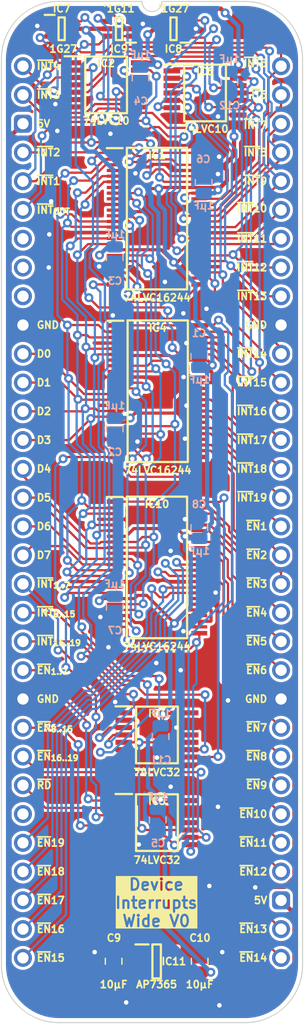
<source format=kicad_pcb>
(kicad_pcb (version 20221018) (generator pcbnew)
  (layers (0 "F.Cu" signal) (31 "B.Cu" signal) (36 "B.SilkS" user "B.Silkscreen") (37 "F.SilkS" user "F.Silkscreen") (38 "B.Mask" user) (39 "F.Mask" user) (44 "Edge.Cuts" user))
  (net 0 "")
  (net 1 "/3.3V")
  (net 2 "/GND")
  (net 3 "/5V")
  (net 4 "/D0")
  (net 5 "/D1")
  (net 6 "/D2")
  (net 7 "/D3")
  (net 8 "/D4")
  (net 9 "/D5")
  (net 10 "/D6")
  (net 11 "/D7")
  (net 12 "/~{Read Device Interrupt}_{ 8..15}")
  (net 13 "/~{Interrupt}_{Device}15")
  (net 14 "/~{Interrupt}_{Device}14")
  (net 15 "/~{Interrupt}_{Device}13")
  (net 16 "/~{Interrupt}_{Device}12")
  (net 17 "/~{Interrupt}_{Device}11")
  (net 18 "/~{Interrupt}_{Device}10")
  (net 19 "/~{Interrupt}_{Device}9")
  (net 20 "/~{Interrupt}_{Device}8")
  (net 21 "/~{Interrupt}_{Device}7")
  (net 22 "/~{Interrupt}_{Device}6")
  (net 23 "/~{Interrupt}_{Device}5")
  (net 24 "/~{Interrupt}_{Device}4")
  (net 25 "/~{Interrupt}_{Device}3")
  (net 26 "/~{Interrupt}_{Device}2")
  (net 27 "/~{Interrupt}_{Device}1")
  (net 28 "/~{RD}")
  (net 29 "/~{Device Interrupt}_{ 8..15}")
  (net 30 "/~{Read Device Interrupt}_{ 16..19}")
  (net 31 "/~{Device Interrupt}_{ 16..19}")
  (net 33 "/~{Enable}_{Device}7")
  (net 34 "/~{Enable}_{Device}6")
  (net 35 "/~{Enable}_{Device}5")
  (net 36 "/~{Enable}_{Device}4")
  (net 37 "/~{Enable}_{Device}3")
  (net 38 "/~{Enable}_{Device}2")
  (net 39 "/~{Enable}_{Device}1")
  (net 40 "/~{Interrupt}_{Device}19")
  (net 41 "/~{Interrupt}_{Device}18")
  (net 42 "/~{Interrupt}_{Device}17")
  (net 43 "/~{Interrupt}_{Device}16")
  (net 44 "/~{Device Enable}_{ 8..15}")
  (net 45 "/~{Read Device Enable}_{ 8..15}")
  (net 46 "/~{Read Device Enable}_{ 16..19}")
  (net 47 "/~{Device Enable}_{ 16..19}")
  (net 50 "/~{Enable}_{Device}19")
  (net 51 "/~{Enable}_{Device}18")
  (net 52 "/~{Enable}_{Device}17")
  (net 53 "/~{Enable}_{Device}16")
  (net 54 "/~{Enable}_{Device}15")
  (net 55 "/~{Enable}_{Device}14")
  (net 56 "/~{Enable}_{Device}13")
  (net 57 "/~{Enable}_{Device}12")
  (net 58 "/~{Enable}_{Device}11")
  (net 59 "/~{Enable}_{Device}10")
  (net 60 "/~{Enable}_{Device}9")
  (net 61 "/~{Enable}_{Device}8")
  (net 66 "/~{Read Device Interrupt}_{ 1..7}")
  (net 67 "/~{Device Interrupt}_{ 1..7}")
  (net 68 "/~{Read Device Enable}_{ 1..7}")
  (net 69 "/~{Device Enable}_{ 1..7}")
  (net 70 "Net-(IC2-2Y)")
  (net 71 "Net-(IC2-3Y)")
  (net 72 "Net-(IC2-1Y)")
  (net 73 "Net-(IC6-2Y)")
  (net 74 "Net-(IC6-3Y)")
  (net 75 "Net-(IC6-1Y)")
  (net 76 "Net-(IC7-Y)")
  (net 77 "Net-(IC8-Y)")
  (net 78 "/~{INT}")
  (footprint "SamacSys_Parts:C_0805" (layer "F.Cu") (at 102.011 150.175)
    (fp_text reference "C10")
    (fp_text value "10μF")
  )
  (footprint "SamacSys_Parts:74LVC16244ADGG112" (layer "F.Cu") (at 98.231 115.383)
    (fp_text reference "IC10")
    (fp_text value "74LVC16244ADGG,112" hide)
  )
  (footprint "SamacSys_Parts:SOP65P210X110-6N" (layer "F.Cu") (at 99.695 67.818 180)
    (fp_text reference "IC8")
    (fp_text value "74LVC1G27GW,125" hide)
  )
  (footprint "SamacSys_Parts:SOT95P285X130-5N" (layer "F.Cu") (at 98.201 150.175)
    (fp_text reference "IC11")
    (fp_text value "AP7365-33WG-7" hide)
  )
  (footprint "SamacSys_Parts:DIP-64_Board_W22.86mm" (layer "F.Cu") (at 86.36 71.12)
    (fp_text reference "J2" hide)
    (fp_text value "Conn_02x32_Counter_Clockwise")
    (fp_line (start -1.905 -0.635) (end -1.905 79.375) (stroke (width 0.1)) (layer "Edge.Cuts"))
    (fp_line (start 10.541 -5.715) (end 3.175 -5.715) (stroke (width 0.1)) (layer "Edge.Cuts"))
    (fp_line (start 19.685 -5.715) (end 12.319 -5.715) (stroke (width 0.1)) (layer "Edge.Cuts"))
    (fp_line (start 19.685 84.455) (end 3.175 84.455) (stroke (width 0.1)) (layer "Edge.Cuts"))
    (fp_line (start 24.765 79.375) (end 24.765 -0.635) (stroke (width 0.1)) (layer "Edge.Cuts"))
    (fp_arc (start -1.905 -0.635) (mid -0.417102 -4.227102) (end 3.175 -5.715) (stroke (width 0.1)) (layer "Edge.Cuts"))
    (fp_arc (start 3.175 84.455) (mid -0.417102 82.967102) (end -1.905 79.375) (stroke (width 0.1)) (layer "Edge.Cuts"))
    (fp_arc (start 12.319 -5.715) (mid 11.43 -4.826) (end 10.541 -5.715) (stroke (width 0.1)) (layer "Edge.Cuts"))
    (fp_arc (start 19.685 -5.715) (mid 23.277102 -4.227102) (end 24.765 -0.635) (stroke (width 0.1)) (layer "Edge.Cuts"))
    (fp_arc (start 24.765 79.375) (mid 23.277102 82.967102) (end 19.685 84.455) (stroke (width 0.1)) (layer "Edge.Cuts"))
  )
  (footprint "SamacSys_Parts:SOP65P640X110-14N" (layer "F.Cu") (at 98.231 137.9175)
    (fp_text reference "IC5")
    (fp_text value "74LVC32APW,118" hide)
  )
  (footprint "SamacSys_Parts:SOP65P640X120-14N" (layer "F.Cu") (at 93.726 72.771)
    (fp_text reference "IC2")
    (fp_text value "SN74LVC10APWR" hide)
  )
  (footprint "SamacSys_Parts:74LVC16244ADGG112" (layer "F.Cu") (at 98.231 84.582)
    (fp_text reference "IC1")
    (fp_text value "74LVC16244ADGG,112" hide)
  )
  (footprint "SamacSys_Parts:SOP65P210X110-6N" (layer "F.Cu") (at 89.789 67.818)
    (fp_text reference "IC7")
    (fp_text value "74LVC1G27GW,125" hide)
  )
  (footprint "SamacSys_Parts:SOP65P640X120-14N" (layer "F.Cu") (at 102.489 73.488)
    (fp_text reference "IC6")
    (fp_text value "SN74LVC10APWR" hide)
  )
  (footprint "SamacSys_Parts:C_0805" (layer "F.Cu") (at 94.391 150.175)
    (fp_text reference "C9")
    (fp_text value "10μF")
  )
  (footprint "SamacSys_Parts:SOP65P640X110-14N" (layer "F.Cu") (at 98.231 130.175)
    (fp_text reference "IC3")
    (fp_text value "74LVC32APW,118" hide)
  )
  (footprint "SamacSys_Parts:74LVC16244ADGG112" (layer "F.Cu") (at 98.298 99.822)
    (fp_text reference "IC4")
    (fp_text value "74LVC16244ADGG,112" hide)
  )
  (footprint "SamacSys_Parts:SOP65P210X110-6N" (layer "F.Cu") (at 94.869 67.818 180)
    (fp_text reference "IC9")
    (fp_text value "74LVC1G11GW-Q100H" hide)
  )
  (footprint "SamacSys_Parts:PinHeader_1x32_P2.54mm_Vertical" (layer "B.Cu") (at 109.22 71.12 180)
    (fp_text reference "J1" hide)
    (fp_text value "Pin_Header_01x32")
  )
  (footprint "SamacSys_Parts:C_0805" (layer "B.Cu") (at 96.774 72.136)
    (fp_text reference "C4")
    (fp_text value "1μF")
  )
  (footprint "SamacSys_Parts:PinHeader_1x32_P2.54mm_Vertical" (layer "B.Cu") (at 86.36 71.12 180)
    (fp_text reference "J3" hide)
    (fp_text value "Pin_Header_01x32")
  )
  (footprint "SamacSys_Parts:C_0805" (layer "B.Cu") (at 101.981 111.887 180)
    (fp_text reference "C8")
    (fp_text value "1μF")
  )
  (footprint "SamacSys_Parts:C_0805" (layer "B.Cu") (at 101.981 96.774 180)
    (fp_text reference "C1")
    (fp_text value "1μF")
  )
  (footprint "SamacSys_Parts:C_0805" (layer "B.Cu") (at 104.648 72.517)
    (fp_text reference "C12")
    (fp_text value "1μF")
  )
  (footprint "SamacSys_Parts:C_0805" (layer "B.Cu") (at 94.488 118.872)
    (fp_text reference "C7")
    (fp_text value "1μF")
  )
  (footprint "SamacSys_Parts:C_0805" (layer "B.Cu") (at 102.362 81.407 180)
    (fp_text reference "C6")
    (fp_text value "1μF")
  )
  (footprint "SamacSys_Parts:C_0805" (layer "B.Cu") (at 98.552 130.302)
    (fp_text reference "C11")
    (fp_text value "1μF")
  )
  (footprint "SamacSys_Parts:C_0805" (layer "B.Cu") (at 94.488 103.124)
    (fp_text reference "C2")
    (fp_text value "1μF")
  )
  (footprint "SamacSys_Parts:C_0805" (layer "B.Cu") (at 98.298 137.6635)
    (fp_text reference "C5")
    (fp_text value "1μF")
  )
  (footprint "SamacSys_Parts:C_0805" (layer "B.Cu") (at 94.488 88.011)
    (fp_text reference "C3")
    (fp_text value "1μF")
  )
  (gr_text "~{EN}10" (at 108.077 137.16) (layer "F.SilkS") (effects (font (size 0.635 0.635)) (justify right)))
  (gr_text "~{INT}5" (at 108.077 70.866) (layer "F.SilkS") (effects (font (size 0.635 0.635)) (justify right)))
  (gr_text "~{EN}16" (at 87.503 147.32) (layer "F.SilkS") (effects (font (size 0.635 0.635)) (justify left)))
  (gr_text "D1" (at 87.503 99.06) (layer "F.SilkS") (effects (font (size 0.635 0.635)) (justify left)))
  (gr_text "~{INT}7" (at 108.077 76.327) (layer "F.SilkS") (effects (font (size 0.635 0.635)) (justify right)))
  (gr_text "~{EN}11" (at 108.077 139.7) (layer "F.SilkS") (effects (font (size 0.635 0.635)) (justify right)))
  (gr_text "~{INT}12" (at 108.077 88.9) (layer "F.SilkS") (effects (font (size 0.635 0.635)) (justify right)))
  (gr_text "~{INT}1" (at 87.503 81.28) (layer "F.SilkS") (effects (font (size 0.635 0.635)) (justify left)))
  (gr_text "~{INT}4" (at 87.503 71.12) (layer "F.SilkS") (effects (font (size 0.635 0.635)) (justify left)))
  (gr_text "~{EN}8" (at 108.077 132.08) (layer "F.SilkS") (effects (font (size 0.635 0.635)) (justify right)))
  (gr_text "~{INT}_{16..19}" (at 87.503 121.92) (layer "F.SilkS") (effects (font (size 0.635 0.635)) (justify left)))
  (gr_text "~{IT}6" (at 108.077 73.66) (layer "F.SilkS") (effects (font (size 0.635 0.635)) (justify right)))
  (gr_text "~{EN}1" (at 108.077 111.76) (layer "F.SilkS") (effects (font (size 0.635 0.635)) (justify right)))
  (gr_text "~{INT}9" (at 108.077 81.28) (layer "F.SilkS") (effects (font (size 0.635 0.635)) (justify right)))
  (gr_text "~{INT}10" (at 108.077 83.693) (layer "F.SilkS") (effects (font (size 0.635 0.635)) (justify right)))
  (gr_text "GND" (at 108.077 93.98) (layer "F.SilkS") (effects (font (size 0.635 0.635)) (justify right)))
  (gr_text "~{INT}8" (at 108.077 78.74) (layer "F.SilkS") (effects (font (size 0.635 0.635)) (justify right)))
  (gr_text "~{EN}_{16..19}" (at 87.503 132.08) (layer "F.SilkS") (effects (font (size 0.635 0.635)) (justify left)))
  (gr_text "~{EN}14" (at 108.077 149.86) (layer "F.SilkS") (effects (font (size 0.635 0.635)) (justify right)))
  (gr_text "D4" (at 87.503 106.68) (layer "F.SilkS") (effects (font (size 0.635 0.635)) (justify left)))
  (gr_text "~{INT}19" (at 108.077 109.22) (layer "F.SilkS") (effects (font (size 0.635 0.635)) (justify right)))
  (gr_text "~{INT}17" (at 108.077 104.14) (layer "F.SilkS") (effects (font (size 0.635 0.635)) (justify right)))
  (gr_text "~{INT}15" (at 108.077 99.06) (layer "F.SilkS") (effects (font (size 0.635 0.635)) (justify right)))
  (gr_text "GND" (at 108.077 127) (layer "F.SilkS") (effects (font (size 0.635 0.635)) (justify right)))
  (gr_text "~{EN}18" (at 87.503 142.24) (layer "F.SilkS") (effects (font (size 0.635 0.635)) (justify left)))
  (gr_text "~{EN}12" (at 108.077 142.24) (layer "F.SilkS") (effects (font (size 0.635 0.635)) (justify right)))
  (gr_text "D0" (at 87.503 96.52) (layer "F.SilkS") (effects (font (size 0.635 0.635)) (justify left)))
  (gr_text "~{INT}_{8..15}" (at 87.503 119.38) (layer "F.SilkS") (effects (font (size 0.635 0.635)) (justify left)))
  (gr_text "~{INT}13" (at 108.077 91.44) (layer "F.SilkS") (effects (font (size 0.635 0.635)) (justify right)))
  (gr_text "5V" (at 87.503 76.2) (layer "F.SilkS") (effects (font (size 0.635 0.635)) (justify left)))
  (gr_text "~{INT}2" (at 87.503 78.74) (layer "F.SilkS") (effects (font (size 0.635 0.635)) (justify left)))
  (gr_text "~{EN}3" (at 108.077 116.84) (layer "F.SilkS") (effects (font (size 0.635 0.635)) (justify right)))
  (gr_text "~{EN}4" (at 108.077 119.38) (layer "F.SilkS") (effects (font (size 0.635 0.635)) (justify right)))
  (gr_text "Device\nInterrupts\nWide V0" (at 98.171 147.193) (layer "F.SilkS" knockout) (effects (font (size 1 1) (thickness 0.2) bold) (justify bottom)))
  (gr_text "~{EN}17" (at 87.503 144.78) (layer "F.SilkS") (effects (font (size 0.635 0.635)) (justify left)))
  (gr_text "~{INT}18" (at 108.077 106.68) (layer "F.SilkS") (effects (font (size 0.635 0.635)) (justify right)))
  (gr_text "D6" (at 87.503 111.76) (layer "F.SilkS") (effects (font (size 0.635 0.635)) (justify left)))
  (gr_text "D2" (at 87.503 101.6) (layer "F.SilkS") (effects (font (size 0.635 0.635)) (justify left)))
  (gr_text "D5" (at 87.503 109.22) (layer "F.SilkS") (effects (font (size 0.635 0.635)) (justify left)))
  (gr_text "~{EN}5" (at 108.077 121.92) (layer "F.SilkS") (effects (font (size 0.635 0.635)) (justify right)))
  (gr_text "~{EN}_{8..15}" (at 87.503 129.54) (layer "F.SilkS") (effects (font (size 0.635 0.635)) (justify left)))
  (gr_text "GND" (at 87.503 127) (layer "F.SilkS") (effects (font (size 0.635 0.635)) (justify left)))
  (gr_text "~{EN}15" (at 87.503 149.86) (layer "F.SilkS") (effects (font (size 0.635 0.635)) (justify left)))
  (gr_text "~{INT}16" (at 108.077 101.6) (layer "F.SilkS") (effects (font (size 0.635 0.635)) (justify right)))
  (gr_text "~{EN}19" (at 87.503 139.7) (layer "F.SilkS") (effects (font (size 0.635 0.635)) (justify left)))
  (gr_text "~{EN}6" (at 108.077 124.46) (layer "F.SilkS") (effects (font (size 0.635 0.635)) (justify right)))
  (gr_text "~{EN}_{1..7}" (at 87.503 124.46) (layer "F.SilkS") (effects (font (size 0.635 0.635)) (justify left)))
  (gr_text "~{EN}7" (at 108.077 129.54) (layer "F.SilkS") (effects (font (size 0.635 0.635)) (justify right)))
  (gr_text "GND" (at 87.503 93.98) (layer "F.SilkS") (effects (font (size 0.635 0.635)) (justify left)))
  (gr_text "5V" (at 108.077 144.78) (layer "F.SilkS") (effects (font (size 0.635 0.635)) (justify right)))
  (gr_text "~{INT}11" (at 108.077 86.36) (layer "F.SilkS") (effects (font (size 0.635 0.635)) (justify right)))
  (gr_text "D7" (at 87.503 114.3) (layer "F.SilkS") (effects (font (size 0.635 0.635)) (justify left)))
  (gr_text "~{INT}3" (at 87.503 73.66) (layer "F.SilkS") (effects (font (size 0.635 0.635)) (justify left)))
  (gr_text "~{EN}9" (at 108.077 134.62) (layer "F.SilkS") (effects (font (size 0.635 0.635)) (justify right)))
  (gr_text "~{EN}13" (at 108.077 147.32) (layer "F.SilkS") (effects (font (size 0.635 0.635)) (justify right)))
  (gr_text "~{EN}2" (at 108.077 114.3) (layer "F.SilkS") (effects (font (size 0.635 0.635)) (justify right)))
  (gr_text "D3" (at 87.503 104.14) (layer "F.SilkS") (effects (font (size 0.635 0.635)) (justify left)))
  (gr_text "~{RD}" (at 87.503 134.62) (layer "F.SilkS") (effects (font (size 0.635 0.635)) (justify left)))
  (gr_text "~{INT}_{1..7}" (at 87.503 116.84) (layer "F.SilkS") (effects (font (size 0.635 0.635)) (justify left)))
  (gr_text "~{INT}14" (at 108.077 96.52) (layer "F.SilkS") (effects (font (size 0.635 0.635)) (justify right)))
  (gr_text "~{INT}_{OUT}" (at 87.503 83.82) (layer "F.SilkS") (effects (font (size 0.635 0.635)) (justify left)))
  (segment (start 102.011 151.109) (end 102.975996 151.109) (width 0.38) (layer "F.Cu") (net 1))
  (segment (start 91.820996 67.818) (end 91.948 67.945004) (width 0.38) (layer "F.Cu") (net 1))
  (segment (start 98.126 70.821) (end 96.664 70.821) (width 0.38) (layer "F.Cu") (net 1))
  (segment (start 102.048 102.572) (end 100.849993 102.572) (width 0.28) (layer "F.Cu") (net 1))
  (segment (start 95.501 112.633) (end 96.182543 111.951457) (width 0.28) (layer "F.Cu") (net 1))
  (segment (start 103.088 98.092) (end 103.088 99.052) (width 0.28) (layer "F.Cu") (net 1))
  (segment (start 101.981 81.832) (end 103.422 81.832) (width 0.28) (layer "F.Cu") (net 1))
  (segment (start 105.427 71.538) (end 105.427 71.008387) (width 0.38) (layer "F.Cu") (net 1))
  (segment (start 94.481 118.133) (end 93.319 118.133) (width 0.28) (layer "F.Cu") (net 1))
  (segment (start 100.711 112.633) (end 101.981 112.633) (width 0.28) (layer "F.Cu") (net 1))
  (segment (start 90.851 67.818) (end 91.820996 67.818) (width 0.38) (layer "F.Cu") (net 1))
  (segment (start 104.022635 79.892635) (end 104.095001 79.965001) (width 0.28) (layer "F.Cu") (net 1))
  (segment (start 100.031894 101.753901) (end 96.293099 101.753901) (width 0.28) (layer "F.Cu") (net 1))
  (segment (start 95.971092 96.668908) (end 99.34174 96.668908) (width 0.28) (layer "F.Cu") (net 1))
  (segment (start 100.035573 88.432427) (end 99.706987 88.432427) (width 0.28) (layer "F.Cu") (net 1))
  (segment (start 101.981 87.332) (end 101.136 87.332) (width 0.28) (layer "F.Cu") (net 1))
  (segment (start 98.634 135.9675) (end 98.552 135.8855) (width 0.38) (layer "F.Cu") (net 1))
  (segment (start 103.886012 66.04) (end 104.267012 66.421) (width 0.38) (layer "F.Cu") (net 1))
  (segment (start 96.273625 81.461376) (end 96.969437 81.461376) (width 0.28) (layer "F.Cu") (net 1))
  (segment (start 99.774 120.201395) (end 99.774 120.326414) (width 0.28) (layer "F.Cu") (net 1))
  (segment (start 102.860209 79.332) (end 103.420844 79.892635) (width 0.28) (layer "F.Cu") (net 1))
  (segment (start 101.981 119.133) (end 103.001 119.133) (width 0.28) (layer "F.Cu") (net 1))
  (segment (start 93.618244 87.332) (end 93.142122 87.808122) (width 0.28) (layer "F.Cu") (net 1))
  (segment (start 102.011 151.109) (end 101.385 151.109) (width 0.38) (layer "F.Cu") (net 1))
  (segment (start 98.60656 87.332) (end 99.706987 88.432427) (width 0.28) (layer "F.Cu") (net 1))
  (segment (start 103.001 120.133) (end 101.981 120.133) (width 0.28) (layer "F.Cu") (net 1))
  (segment (start 104.422 81.252) (end 103.632 82.042) (width 0.38) (layer "F.Cu") (net 1))
  (segment (start 100.588 100.072) (end 100.031894 100.628106) (width 0.28) (layer "F.Cu") (net 1))
  (segment (start 94.548 97.072) (end 95.568 97.072) (width 0.28) (layer "F.Cu") (net 1))
  (segment (start 100.031894 100.628106) (end 100.031894 101.753901) (width 0.28) (layer "F.Cu") (net 1))
  (segment (start 99.774 120.303252) (end 99.774 120.326414) (width 0.28) (layer "F.Cu") (net 1))
  (segment (start 102.048 97.072) (end 102.048 97.572) (width 0.28) (layer "F.Cu") (net 1))
  (segment (start 100.842395 119.133) (end 99.774 120.201395) (width 0.28) (layer "F.Cu") (net 1))
  (segment (start 93.319 118.133) (end 93.119 118.333) (width 0.28) (layer "F.Cu") (net 1))
  (segment (start 103.021 120.113) (end 103.001 120.133) (width 0.28) (layer "F.Cu") (net 1))
  (segment (start 96.293099 101.753901) (end 95.857 102.19) (width 0.28) (layer "F.Cu") (net 1))
  (segment (start 102.975996 151.109) (end 102.996996 151.13) (width 0.38) (layer "F.Cu") (net 1))
  (segment (start 101.385 151.109) (end 99.501 149.225) (width 0.38) (layer "F.Cu") (net 1))
  (segment (start 94.481 87.332) (end 93.618244 87.332) (width 0.28) (layer "F.Cu") (net 1))
  (segment (start 94.548 102.572) (end 94.568 102.552) (width 0.28) (layer "F.Cu") (net 1))
  (segment (start 101.981 119.133) (end 100.842395 119.133) (width 0.28) (layer "F.Cu") (net 1))
  (segment (start 99.695 66.5335) (end 100.1885 66.04) (width 0.38) (layer "F.Cu") (net 1))
  (segment (start 101.169 135.9675) (end 98.634 135.9675) (width 0.38) (layer "F.Cu") (net 1))
  (segment (start 97.973666 67.818) (end 97.598034 68.193632) (width 0.38) (layer "F.Cu") (net 1))
  (segment (start 99.695 67.5735) (end 99.695 66.5335) (width 0.38) (layer "F.Cu") (net 1))
  (segment (start 96.182543 111.951457) (end 100.029457 111.951457) (width 0.28) (layer "F.Cu") (net 1))
  (segment (start 93.807 67.818) (end 92.075004 67.818) (width 0.38) (layer "F.Cu") (net 1))
  (segment (start 94.481 81.832) (end 95.903001 81.832) (width 0.28) (layer "F.Cu") (net 1))
  (segment (start 96.243 118.133) (end 96.527229 117.848771) (width 0.28) (layer "F.Cu") (net 1))
  (segment (start 101.981 120.633) (end 101.981 120.133) (width 0.28) (layer "F.Cu") (net 1))
  (segment (start 104.095001 79.965001) (end 104.422 80.292) (width 0.38) (layer "F.Cu") (net 1))
  (segment (start 105.427 71.008387) (end 105.447387 70.988) (width 0.38) (layer "F.Cu") (net 1))
  (segment (start 100.1885 66.04) (end 103.886012 66.04) (width 0.38) (layer "F.Cu") (net 1))
  (segment (start 103.422 81.832) (end 103.632 82.042) (width 0.28) (layer "F.Cu") (net 1))
  (segment (start 101.981 79.332) (end 102.860209 79.332) (width 0.28) (layer "F.Cu") (net 1))
  (segment (start 102.684238 97.072) (end 103.136116 97.523878) (width 0.28) (layer "F.Cu") (net 1))
  (segment (start 102.048 100.072) (end 102.048 99.572) (width 0.28) (layer "F.Cu") (net 1))
  (segment (start 94.481 112.633) (end 95.501 112.633) (width 0.28) (layer "F.Cu") (net 1))
  (segment (start 98.298 70.993) (end 98.126 70.821) (width 0.38) (layer "F.Cu") (net 1))
  (segment (start 96.527229 117.848771) (end 97.319519 117.848771) (width 0.28) (layer "F.Cu") (net 1))
  (segment (start 97.438292 81.930231) (end 98.384168 81.930231) (width 0.28) (layer "F.Cu") (net 1))
  (segment (start 98.876272 128.225) (end 98.771728 128.329544) (width 0.38) (layer "F.Cu") (net 1))
  (segment (start 97.541368 68.193632) (end 97.409 68.326) (width 0.38) (layer "F.Cu") (net 1))
  (segment (start 102.048 97.072) (end 102.684238 97.072) (width 0.28) (layer "F.Cu") (net 1))
  (segment (start 103.420844 79.892635) (end 104.022635 79.892635) (width 0.28) (layer "F.Cu") (net 1))
  (segment (start 99.744832 97.072) (end 102.048 97.072) (width 0.28) (layer "F.Cu") (net 1))
  (segment (start 100.029457 111.951457) (end 100.711 112.633) (width 0.28) (layer "F.Cu") (net 1))
  (segment (start 95.568 97.072) (end 95.971092 96.668908) (width 0.28) (layer "F.Cu") (net 1))
  (segment (start 99.34174 96.668908) (end 99.744832 97.072) (width 0.28) (layer "F.Cu") (net 1))
  (segment (start 95.903001 81.832) (end 96.273625 81.461376) (width 0.28) (layer "F.Cu") (net 1))
  (segment (start 105.050632 79.00937) (end 105.050632 77.321368) (width 0.38) (layer "F.Cu") (net 1))
  (segment (start 94.481 87.332) (end 98.60656 87.332) (width 0.28) (layer "F.Cu") (net 1))
  (segment (start 102.048 98.072) (end 103.068 98.072) (width 0.28) (layer "F.Cu") (net 1))
  (segment (start 101.981 81.832) (end 98.482399 81.832) (width 0.28) (layer "F.Cu") (net 1))
  (segment (start 101.169 128.225) (end 98.876272 128.225) (width 0.38) (layer "F.Cu") (net 1))
  (segment (start 103.021 119.153) (end 103.021 120.113) (width 0.28) (layer "F.Cu") (net 1))
  (segment (start 103.088 99.052) (end 103.068 99.072) (width 0.28) (layer "F.Cu") (net 1))
  (segment (start 94.481 118.133) (end 96.243 118.133) (width 0.28) (layer "F.Cu") (net 1))
  (segment (start 98.633 67.818) (end 97.973666 67.818) (width 0.38) (layer "F.Cu") (net 1))
  (segment (start 98.482399 81.832) (end 98.384168 81.930231) (width 0.28) (layer "F.Cu") (net 1))
  (segment (start 104.095001 79.965001) (end 105.050632 79.00937) (width 0.38) (layer "F.Cu") (net 1))
  (segment (start 101.981 119.133) (end 101.981 118.633) (width 0.28) (layer "F.Cu") (net 1))
  (segment (start 103.068 98.072) (end 103.088 98.092) (width 0.28) (layer "F.Cu") (net 1))
  (segment (start 103.068 99.072) (end 102.048 99.072) (width 0.28) (layer "F.Cu") (net 1))
  (segment (start 100.849993 102.572) (end 100.031894 101.753901) (width 0.28) (layer "F.Cu") (net 1))
  (segment (start 104.422 80.292) (end 104.422 81.252) (width 0.38) (layer "F.Cu") (net 1))
  (segment (start 99.4505 67.818) (end 99.695 67.5735) (width 0.38) (layer "F.Cu") (net 1))
  (segment (start 97.319519 117.848771) (end 99.774 120.303252) (width 0.28) (layer "F.Cu") (net 1))
  (segment (start 95.495 102.552) (end 95.857 102.19) (width 0.28) (layer "F.Cu") (net 1))
  (segment (start 103.001 119.133) (end 103.021 119.153) (width 0.28) (layer "F.Cu") (net 1))
  (segment (start 102.048 99.572) (end 102.048 99.072) (width 0.28) (layer "F.Cu") (net 1))
  (segment (start 94.568 102.552) (end 95.495 102.552) (width 0.28) (layer "F.Cu") (net 1))
  (segment (start 98.633 67.818) (end 99.4505 67.818) (width 0.38) (layer "F.Cu") (net 1))
  (segment (start 102.048 97.572) (end 102.048 98.072) (width 0.28) (layer "F.Cu") (net 1))
  (segment (start 102.048 100.072) (end 100.588 100.072) (width 0.28) (layer "F.Cu") (net 1))
  (segment (start 92.075004 67.818) (end 91.948 67.945004) (width 0.38) (layer "F.Cu") (net 1))
  (segment (start 101.136 87.332) (end 100.035573 88.432427) (width 0.28) (layer "F.Cu") (net 1))
  (segment (start 101.981 118.633) (end 101.981 118.133) (width 0.28) (layer "F.Cu") (net 1))
  (segment (start 97.598034 68.193632) (end 97.541368 68.193632) (width 0.38) (layer "F.Cu") (net 1))
  (segment (start 96.969437 81.461376) (end 97.438292 81.930231) (width 0.28) (layer "F.Cu") (net 1))
  (via (at 103.136116 97.523878) (size 0.8) (drill 0.4) (layers "F.Cu" "B.Cu") (net 1))
  (via (at 93.119 118.333) (size 0.8) (drill 0.4) (layers "F.Cu" "B.Cu") (net 1))
  (via (at 95.857 102.19) (size 0.8) (drill 0.4) (layers "F.Cu" "B.Cu") (net 1))
  (via (at 105.050632 77.321368) (size 0.8) (drill 0.4) (layers "F.Cu" "B.Cu") (net 1))
  (via (at 100.711 112.633) (size 0.8) (drill 0.4) (layers "F.Cu" "B.Cu") (net 1))
  (via (at 98.298 70.993) (size 0.8) (drill 0.4) (layers "F.Cu" "B.Cu") (net 1))
  (via (at 99.774 120.326414) (size 0.8) (drill 0.4) (layers "F.Cu" "B.Cu") (net 1))
  (via (at 91.948 67.945004) (size 0.8) (drill 0.4) (layers "F.Cu" "B.Cu") (net 1))
  (via (at 93.142122 87.808122) (size 0.8) (drill 0.4) (layers "F.Cu" "B.Cu") (net 1))
  (via (at 97.409 68.326) (size 0.8) (drill 0.4) (layers "F.Cu" "B.Cu") (net 1))
  (via (at 98.771728 128.329544) (size 0.8) (drill 0.4) (layers "F.Cu" "B.Cu") (net 1))
  (via (at 99.706987 88.432427) (size 0.8) (drill 0.4) (layers "F.Cu" "B.Cu") (net 1))
  (via (at 104.267012 66.421) (size 0.8) (drill 0.4) (layers "F.Cu" "B.Cu") (net 1))
  (via (at 98.384168 81.930231) (size 0.8) (drill 0.4) (layers "F.Cu" "B.Cu") (net 1))
  (via (at 98.552 135.8855) (size 0.8) (drill 0.4) (layers "F.Cu" "B.Cu") (net 1))
  (via (at 103.632 82.042) (size 0.8) (drill 0.4) (layers "F.Cu" "B.Cu") (net 1))
  (via (at 102.996996 151.13) (size 0.8) (drill 0.4) (layers "F.Cu" "B.Cu") (net 1))
  (via (at 105.447387 70.988) (size 0.8) (drill 0.4) (layers "F.Cu" "B.Cu") (net 1))
  (segment (start 105.429469 70.988) (end 105.447387 70.988) (width 0.38) (layer "B.Cu") (net 1))
  (segment (start 100.899 112.821) (end 100.711 112.633) (width 0.38) (layer "B.Cu") (net 1))
  (segment (start 94.361 80.268113) (end 92.755658 78.662771) (width 0.38) (layer "B.Cu") (net 1))
  (segment (start 98.679 129.241) (end 98.679 128.422272) (width 0.38) (layer "B.Cu") (net 1))
  (segment (start 97.437 130.483) (end 97.437 134.7705) (width 0.38) (layer "B.Cu") (net 1))
  (segment (start 101.219 118.872) (end 101.219 114.3) (width 0.38) (layer "B.Cu") (net 1))
  (segment (start 104.648 71.583) (end 105.763 72.698) (width 0.38) (layer "B.Cu") (net 1))
  (segment (start 99.406767 127.694505) (end 98.771728 128.329544) (width 0.38) (layer "B.Cu") (net 1))
  (segment (start 94.488 117.938) (end 93.514 117.938) (width 0.38) (layer "B.Cu") (net 1))
  (segment (start 94.488 102.19) (end 95.857 102.19) (width 0.38) (layer "B.Cu") (net 1))
  (segment (start 102.951994 97.708) (end 103.136116 97.523878) (width 0.38) (layer "B.Cu") (net 1))
  (segment (start 104.267012 66.421) (end 105.447387 67.601375) (width 0.38) (layer "B.Cu") (net 1))
  (segment (start 98.933 147.066004) (end 102.996996 151.13) (width 0.38) (layer "B.Cu") (net 1))
  (segment (start 105.763 72.698) (end 105.763 73.998097) (width 0.38) (layer "B.Cu") (net 1))
  (segment (start 92.583 70.104) (end 92.583 68.580004) (width 0.38) (layer "B.Cu") (net 1))
  (segment (start 94.361 86.95) (end 94.361 80.268113) (width 0.38) (layer "B.Cu") (net 1))
  (segment (start 98.933 87.526657) (end 98.933 83.837314) (width 0.38) (layer "B.Cu") (net 1))
  (segment (start 100.711 113.792) (end 100.711 112.633) (width 0.38) (layer "B.Cu") (net 1))
  (segment (start 103.136116 97.523878) (end 103.136116 94.993866) (width 0.38) (layer "B.Cu") (net 1))
  (segment (start 97.409 70.104) (end 98.298 70.993) (width 0.38) (layer "B.Cu") (net 1))
  (segment (start 105.03 74.731097) (end 105.03 77.300736) (width 0.38) (layer "B.Cu") (net 1))
  (segment (start 101.981 112.821) (end 102.798 112.004) (width 0.38) (layer "B.Cu") (net 1))
  (segment (start 102.798 111.734097) (end 103.096 111.436097) (width 0.38) (layer "B.Cu") (net 1))
  (segment (start 104.834469 71.583) (end 105.429469 70.988) (width 0.38) (layer "B.Cu") (net 1))
  (segment (start 91.625514 78.187085) (end 91.625514 71.061486) (width 0.38) (layer "B.Cu") (net 1))
  (segment (start 92.1012 78.662771) (end 91.625514 78.187085) (width 0.38) (layer "B.Cu") (net 1))
  (segment (start 98.298 70.993) (end 96.983 70.993) (width 0.38) (layer "B.Cu") (net 1))
  (segment (start 102.671 109.980903) (end 102.671 97.988994) (width 0.38) (layer "B.Cu") (net 1))
  (segment (start 103.333 82.341) (end 103.632 82.042) (width 0.38) (layer "B.Cu") (net 1))
  (segment (start 101.628 90.35344) (end 99.706987 88.432427) (width 0.38) (layer "B.Cu") (net 1))
  (segment (start 94.488 87.077) (end 93.873244 87.077) (width 0.38) (layer "B.Cu") (net 1))
  (segment (start 103.096 110.405903) (end 102.671 109.980903) (width 0.38) (layer "B.Cu") (net 1))
  (segment (start 105.763 73.998097) (end 105.03 74.731097) (width 0.38) (layer "B.Cu") (net 1))
  (segment (start 99.413 137.8445) (end 99.413 139.144597) (width 0.38) (layer "B.Cu") (net 1))
  (segment (start 99.774 120.326414) (end 99.774 120.317) (width 0.38) (layer "B.Cu") (net 1))
  (segment (start 98.552 135.8855) (end 98.552 136.4755) (width 0.38) (layer "B.Cu") (net 1))
  (segment (start 92.583 68.580004) (end 91.948 67.945004) (width 0.38) (layer "B.Cu") (net 1))
  (segment (start 101.981 112.821) (end 100.899 112.821) (width 0.38) (layer "B.Cu") (net 1))
  (segment (start 102.798 112.004) (end 102.798 111.734097) (width 0.38) (layer "B.Cu") (net 1))
  (segment (start 98.552 129.368) (end 97.437 130.483) (width 0.38) (layer "B.Cu") (net 1))
  (segment (start 98.933 83.837314) (end 98.384168 83.288482) (width 0.38) (layer "B.Cu") (net 1))
  (segment (start 92.755658 78.662771) (end 92.1012 78.662771) (width 0.38) (layer "B.Cu") (net 1))
  (segment (start 103.096 111.436097) (end 103.096 110.405903) (width 0.38) (layer "B.Cu") (net 1))
  (segment (start 99.406767 120.693647) (end 99.406767 127.694505) (width 0.38) (layer "B.Cu") (net 1))
  (segment (start 98.298 136.7295) (end 99.413 137.8445) (width 0.38) (layer "B.Cu") (net 1))
  (segment (start 98.679 128.422272) (end 98.771728 128.329544) (width 0.38) (layer "B.Cu") (net 1))
  (segment (start 101.981 97.708) (end 102.951994 97.708) (width 0.38) (layer "B.Cu") (net 1))
  (segment (start 91.625514 71.061486) (end 92.583 70.104) (width 0.38) (layer "B.Cu") (net 1))
  (segment (start 93.873244 87.077) (end 93.142122 87.808122) (width 0.38) (layer "B.Cu") (net 1))
  (segment (start 102.671 97.988994) (end 103.136116 97.523878) (width 0.38) (layer "B.Cu") (net 1))
  (segment (start 105.447387 67.601375) (end 105.447387 70.988) (width 0.38) (layer "B.Cu") (net 1))
  (segment (start 105.03 77.300736) (end 105.050632 77.321368) (width 0.38) (layer "B.Cu") (net 1))
  (segment (start 101.219 114.3) (end 100.711 113.792) (width 0.38) (layer "B.Cu") (net 1))
  (segment (start 99.774 120.317) (end 101.219 118.872) (width 0.38) (layer "B.Cu") (net 1))
  (segment (start 99.774 120.326414) (end 99.406767 120.693647) (width 0.38) (layer "B.Cu") (net 1))
  (segment (start 102.362 82.341) (end 103.333 82.341) (width 0.38) (layer "B.Cu") (net 1))
  (segment (start 99.413 139.144597) (end 98.933 139.624597) (width 0.38) (layer "B.Cu") (net 1))
  (segment (start 103.136116 94.993866) (end 101.628 93.48575) (width 0.38) (layer "B.Cu") (net 1))
  (segment (start 97.409 68.326) (end 97.409 70.104) (width 0.38) (layer "B.Cu") (net 1))
  (segment (start 99.706987 88.300644) (end 98.933 87.526657) (width 0.38) (layer "B.Cu") (net 1))
  (segment (start 97.437 134.7705) (end 98.552 135.8855) (width 0.38) (layer "B.Cu") (net 1))
  (segment (start 98.933 139.624597) (end 98.933 147.066004) (width 0.38) (layer "B.Cu") (net 1))
  (segment (start 99.706987 88.432427) (end 99.706987 88.300644) (width 0.38) (layer "B.Cu") (net 1))
  (segment (start 93.514 117.938) (end 93.119 118.333) (width 0.38) (layer "B.Cu") (net 1))
  (segment (start 98.384168 83.288482) (end 98.384168 81.930231) (width 0.38) (layer "B.Cu") (net 1))
  (segment (start 101.628 93.48575) (end 101.628 90.35344) (width 0.38) (layer "B.Cu") (net 1))
  (segment (start 93.346 119.633) (end 93.218 119.761) (width 0.28) (layer "F.Cu") (net 2))
  (segment (start 108.807085 82.55) (end 109.982 82.55) (width 0.38) (layer "F.Cu") (net 2))
  (segment (start 101.981 85.832) (end 105.557 85.832) (width 0.28) (layer "F.Cu") (net 2))
  (segment (start 95.521 85.932011) (end 95.514007 85.932011) (width 0.28) (layer "F.Cu") (net 2))
  (segment (start 106.981 143.59) (end 106.934 143.637) (width 0.38) (layer "F.Cu") (net 2))
  (segment (start 97.348423 83.499057) (end 100.978619 83.499057) (width 0.28) (layer "F.Cu") (net 2))
  (segment (start 103.071 78.182) (end 103.730729 78.841729) (width 0.38) (layer "F.Cu") (net 2))
  (segment (start 93.130572 88.832) (end 93.106045 88.807473) (width 0.28) (layer "F.Cu") (net 2))
  (segment (start 91.420341 130.100736) (end 92.328187 130.100736) (width 0.38) (layer "F.Cu") (net 2))
  (segment (start 110.41 142.732915) (end 109.552915 143.59) (width 0.38) (layer "F.Cu") (net 2))
  (segment (start 95.521 86.033757) (end 95.521 85.932011) (width 0.28) (layer "F.Cu") (net 2))
  (segment (start 100.972021 92.542979) (end 100.567502 92.947498) (width 0.38) (layer "F.Cu") (net 2))
  (segment (start 101.981 80.332) (end 99.933261 80.332) (width 0.28) (layer "F.Cu") (net 2))
  (segment (start 99.892856 143.51) (end 102.87 143.51) (width 0.38) (layer "F.Cu") (net 2))
  (segment (start 90.788 74.721) (end 89.481845 74.721) (width 0.38) (layer "F.Cu") (net 2))
  (segment (start 94.548 104.072) (end 96.301336 104.072) (width 0.28) (layer "F.Cu") (net 2))
  (segment (start 110.41 127) (end 110.41 142.732915) (width 0.38) (layer "F.Cu") (net 2))
  (segment (start 94.481 80.332) (end 96.06698 80.332) (width 0.28) (layer "F.Cu") (net 2))
  (segment (start 101.169 136.6175) (end 103.535 136.6175) (width 0.38) (layer "F.Cu") (net 2))
  (segment (start 103.505 153.797) (end 103.759 154.051) (width 0.38) (layer "F.Cu") (net 2))
  (segment (start 88.391433 93.128567) (end 94.318904 93.128567) (width 0.38) (layer "F.Cu") (net 2))
  (segment (start 98.084 101.072) (end 100.584 98.572) (width 0.28) (layer "F.Cu") (net 2))
  (segment (start 101.981 80.332) (end 103.181387 80.332) (width 0.28) (layer "F.Cu") (net 2))
  (segment (start 96.557567 93.128567) (end 96.951 93.522) (width 0.38) (layer "F.Cu") (net 2))
  (segment (start 101.981 85.832) (end 100.945 85.832) (width 0.28) (layer "F.Cu") (net 2))
  (segment (start 103.632 75.565) (end 103.632 79.013373) (width 0.38) (layer "F.Cu") (net 2))
  (segment (start 97.409 116.516597) (end 97.409 114.133) (width 0.28) (layer "F.Cu") (net 2))
  (segment (start 98.177627 132.125) (end 98.227 132.174373) (width 0.38) (layer "F.Cu") (net 2))
  (segment (start 95.514007 85.932011) (end 95.433996 85.852) (width 0.28) (layer "F.Cu") (net 2))
  (segment (start 94.154008 77.136008) (end 98.345008 77.136008) (width 0.38) (layer "F.Cu") (net 2))
  (segment (start 94.107 77.089) (end 93.853 76.835) (width 0.38) (layer "F.Cu") (net 2))
  (segment (start 100.719008 111.133) (end 100.711 111.124992) (width 0.28) (layer "F.Cu") (net 2))
  (segment (start 101.021217 119.633) (end 100.56958 120.084637) (width 0.28) (layer "F.Cu") (net 2))
  (segment (start 96.06698 80.332) (end 96.316577 80.581597) (width 0.28) (layer "F.Cu") (net 2))
  (segment (start 101.981 111.133) (end 100.719008 111.133) (width 0.28) (layer "F.Cu") (net 2))
  (segment (start 95.293 132.125) (end 98.177627 132.125) (width 0.38) (layer "F.Cu") (net 2))
  (segment (start 101.8585 134.747) (end 103.632 136.5205) (width 0.38) (layer "F.Cu") (net 2))
  (segment (start 101.667299 67.818) (end 101.675743 67.809556) (width 0.38) (layer "F.Cu") (net 2))
  (segment (start 103.632 79.013373) (end 103.730729 79.112102) (width 0.38) (layer "F.Cu") (net 2))
  (segment (start 102.011 149.209) (end 101.183915 148.381915) (width 0.38) (layer "F.Cu") (net 2))
  (segment (start 98.563244 86.348756) (end 95.858399 86.348756) (width 0.28) (layer "F.Cu") (net 2))
  (segment (start 99.655022 114.133) (end 99.441 113.918978) (width 0.28) (layer "F.Cu") (net 2))
  (segment (start 94.481 88.832) (end 95.745021 88.832) (width 0.28) (layer "F.Cu") (net 2))
  (segment (start 88.646 88.9) (end 93.013518 88.9) (width 0.38) (layer "F.Cu") (net 2))
  (segment (start 89.481845 74.721) (end 89.231922 74.471077) (width 0.38) (layer "F.Cu") (net 2))
  (segment (start 86.36 127) (end 88.319605 127) (width 0.38) (layer "F.Cu") (net 2))
  (segment (start 97.409 116.516597) (end 96.175641 116.516597) (width 0.28) (layer "F.Cu") (net 2))
  (segment (start 96.301336 104.072) (end 96.501336 104.272) (width 0.28) (layer "F.Cu") (net 2))
  (segment (start 101.183915 148.381915) (end 95.218085 148.381915) (width 0.38) (layer "F.Cu") (net 2))
  (segment (start 96.883593 83.963887) (end 97.348423 83.499057) (width 0.28) (layer "F.Cu") (net 2))
  (segment (start 100.352 104.372) (end 96.601336 104.372) (width 0.28) (layer "F.Cu") (net 2))
  (segment (start 101.981 119.633) (end 101.021217 119.633) (width 0.28) (layer "F.Cu") (net 2))
  (segment (start 101.981 116.633) (end 103.001 116.633) (width 0.28) (layer "F.Cu") (net 2))
  (segment (start 99.933261 80.332) (end 99.393692 79.792431) (width 0.28) (layer "F.Cu") (net 2))
  (segment (start 103.494387 80.645) (end 103.632 80.645) (width 0.28) (layer "F.Cu") (net 2))
  (segment (start 100.945 85.832) (end 100.584 85.471) (width 0.28) (layer "F.Cu") (net 2))
  (segment (start 99.821994 90.170006) (end 98.933 90.170006) (width 0.28) (layer "F.Cu") (net 2))
  (segment (start 94.481 83.332) (end 95.469436 83.332) (width 0.28) (layer "F.Cu") (net 2))
  (segment (start 88.727 67.818) (end 87.884004 67.818) (width 0.38) (layer "F.Cu") (net 2))
  (segment (start 95.657959 119.633) (end 96.275254 120.250295) (width 0.28) (layer "F.Cu") (net 2))
  (segment (start 100.702992 111.133) (end 94.481 111.133) (width 0.28) (layer "F.Cu") (net 2))
  (segment (start 102.048 95.572) (end 100.838 95.572) (width 0.28) (layer "F.Cu") (net 2))
  (segment (start 93.98 128.549771) (end 93.98 127.813644) (width 0.38) (layer "F.Cu") (net 2))
  (segment (start 102.048 101.072) (end 100.869926 101.072) (width 0.28) (layer "F.Cu") (net 2))
  (segment (start 100.584 85.471) (end 99.441 85.471) (width 0.28) (layer "F.Cu") (net 2))
  (segment (start 98.345008 77.136008) (end 99.391 78.182) (width 0.38) (layer "F.Cu") (net 2))
  (segment (start 86.36 93.98) (end 87.54 93.98) (width 0.38) (layer "F.Cu") (net 2))
  (segment (start 103.87 149.209) (end 104.013 149.352) (width 0.38) (layer "F.Cu") (net 2))
  (segment (start 109.22 127) (end 110.41 127) (width 0.38) (layer "F.Cu") (net 2))
  (segment (start 96.031601 95.230399) (end 95.69 95.572) (width 0.28) (layer "F.Cu") (net 2))
  (segment (start 100.869926 101.072) (end 100.849926 101.092) (width 0.28) (layer "F.Cu") (net 2))
  (segment (start 100.838 95.572) (end 100.496399 95.230399) (width 0.28) (layer "F.Cu") (net 2))
  (segment (start 103.419976 117.051976) (end 103.419976 117.602) (width 0.28) (layer "F.Cu") (net 2))
  (segment (start 93.853 76.708) (end 94.107 76.962) (width 0.38) (layer "F.Cu") (net 2))
  (segment (start 99.551 75.438) (end 100.457 75.438) (width 0.38) (layer "F.Cu") (net 2))
  (segment (start 94.548 101.072) (end 98.084 101.072) (width 0.28) (layer "F.Cu") (net 2))
  (segment (start 97.538884 80.026007) (end 96.872167 80.026007) (width 0.28) (layer "F.Cu") (net 2))
  (segment (start 96.101323 83.963887) (end 96.883593 83.963887) (width 0.28) (layer "F.Cu") (net 2))
  (segment (start 94.481 114.133) (end 97.409 114.133) (width 0.28) (layer "F.Cu") (net 2))
  (segment (start 97.409 114.133) (end 99.226978 114.133) (width 0.28) (layer "F.Cu") (net 2))
  (segment (start 101.981 114.133) (end 99.655022 114.133) (width 0.28) (layer "F.Cu") (net 2))
  (segment (start 101.169 129.525) (end 99.949 129.525) (width 0.38) (layer "F.Cu") (net 2))
  (segment (start 95.858399 86.348756) (end 95.5434 86.033757) (width 0.28) (layer "F.Cu") (net 2))
  (segment (start 95.745021 88.832) (end 97.083027 90.170006) (width 0.28) (layer "F.Cu") (net 2))
  (segment (start 100.978619 83.499057) (end 101.145676 83.332) (width 0.28) (layer "F.Cu") (net 2))
  (segment (start 95.293 139.8675) (end 96.602 139.8675) (width 0.38) (layer "F.Cu") (net 2))
  (segment (start 103.535 136.6175) (end 103.632 136.5205) (width 0.38) (layer "F.Cu") (net 2))
  (segment (start 100.496399 95.230399) (end 96.031601 95.230399) (width 0.28) (layer "F.Cu") (net 2))
  (segment (start 100.711 111.124992) (end 100.702992 111.133) (width 0.28) (layer "F.Cu") (net 2))
  (segment (start 96.601336 104.372) (end 96.501336 104.272) (width 0.28) (layer "F.Cu") (net 2))
  (segment (start 94.107 76.962) (end 94.107 77.089) (width 0.38) (layer "F.Cu") (net 2))
  (segment (start 97.77246 79.792431) (end 97.538884 80.026007) (width 0.28) (layer "F.Cu") (net 2))
  (segment (start 94.107 77.089) (end 94.154008 77.136008) (width 0.38) (layer "F.Cu") (net 2))
  (segment (start 104.521 127.127) (end 101.854 124.46) (width 0.38) (layer "F.Cu") (net 2))
  (segment (start 87.884004 67.818) (end 87.630004 67.564) (width 0.38) (layer "F.Cu") (net 2))
  (segment (start 105.664 85.725) (end 105.664 85.693085) (width 0.38) (layer "F.Cu") (net 2))
  (segment (start 94.481 119.633) (end 95.657959 119.633) (width 0.28) (layer "F.Cu") (net 2))
  (segment (start 95.5434 86.033757) (end 95.521 86.033757) (width 0.28) (layer "F.Cu") (net 2))
  (segment (start 109.552915 143.59) (end 108.712 143.59) (width 0.38) (layer "F.Cu") (net 2))
  (segment (start 92.963298 129.566473) (end 93.98 128.549771) (width 0.38) (layer "F.Cu") (net 2))
  (segment (start 103.730729 78.841729) (end 103.730729 79.112102) (width 0.38) (layer "F.Cu") (net 2))
  (segment (start 95.433996 85.852) (end 95.296289 85.852) (width 0.28) (layer "F.Cu") (net 2))
  (segment (start 94.481 119.633) (end 93.346 119.633) (width 0.28) (layer "F.Cu") (net 2))
  (segment (start 96.602 139.8675) (end 96.618928 139.850572) (width 0.38) (layer "F.Cu") (net 2))
  (segment (start 101.981 116.633) (end 99.21511 116.633) (width 0.28) (layer "F.Cu") (net 2))
  (segment (start 96.542787 67.818) (end 96.977525 67.383262) (width 0.38) (layer "F.Cu") (net 2))
  (segment (start 88.840119 85.832) (end 88.693119 85.979) (width 0.28) (layer "F.Cu") (net 2))
  (segment (start 95.504 153.797) (end 103.505 153.797) (width 0.38) (layer "F.Cu") (net 2))
  (segment (start 96.175641 116.516597) (end 96.059238 116.633) (width 0.28) (layer "F.Cu") (net 2))
  (segment (start 92.71 149.352) (end 94.248 149.352) (width 0.38) (layer "F.Cu") (net 2))
  (segment (start 96.059238 116.633) (end 94.481 116.633) (width 0.28) (layer "F.Cu") (net 2))
  (segment (start 99.393692 79.792431) (end 97.77246 79.792431) (width 0.28) (layer "F.Cu") (net 2))
  (segment (start 101.854 124.46) (end 100.33 124.46) (width 0.38) (layer "F.Cu") (net 2))
  (segment (start 91.44 84.074) (end 90.424 83.058) (width 0.28) (layer "F.Cu") (net 2))
  (segment (start 93.013518 88.9) (end 93.106045 88.807473) (width 0.38) (layer "F.Cu") (net 2))
  (segment (start 100.47225 121.11391) (end 100.56958 121.01658) (width 0.28) (layer "F.Cu") (net 2))
  (segment (start 110.41 95.17) (end 110.41 127) (width 0.38) (layer "F.Cu") (net 2))
  (segment (start 94.481 83.332) (end 93.325 83.332) (width 0.28) (layer "F.Cu") (net 2))
  (segment (start 94.481 85.832) (end 88.840119 85.832) (width 0.28) (layer "F.Cu") (net 2))
  (segment (start 101.981 88.832) (end 101.16 88.832) (width 0.28) (layer "F.Cu") (net 2))
  (segment (start 101.169 128.875) (end 101.169 129.525) (width 0.38) (layer "F.Cu") (net 2))
  (segment (start 97.649429 121.11391) (end 100.47225 121.11391) (width 0.28) (layer "F.Cu") (net 2))
  (segment (start 99.391 78.182) (end 103.071 78.182) (width 0.38) (layer "F.Cu") (net 2))
  (segment (start 98.171 123.825) (end 99.695 123.825) (width 0.38) (layer "F.Cu") (net 2))
  (segment (start 87.54 93.98) (end 88.391433 93.128567) (width 0.38) (layer "F.Cu") (net 2))
  (segment (start 94.548 98.572) (end 100.584 98.572) (width 0.28) (layer "F.Cu") (net 2))
  (segment (start 99.695 123.825) (end 100.33 124.46) (width 0.38) (layer "F.Cu") (net 2))
  (segment (start 92.583 84.074) (end 91.44 84.074) (width 0.28) (layer "F.Cu") (net 2))
  (segment (start 95.296289 85.852) (end 95.276289 85.832) (width 0.28) (layer "F.Cu") (net 2))
  (segment (start 93.98 127.813644) (end 94.526847 127.266797) (width 0.38) (layer "F.Cu") (net 2))
  (segment (start 110.49 92.71) (end 109.22 93.98) (width 0.38) (layer "F.Cu") (net 2))
  (segment (start 102.048 98.572) (end 100.584 98.572) (width 0.28) (layer "F.Cu") (net 2))
  (segment (start 108.712 143.59) (end 106.981 143.59) (width 0.38) (layer "F.Cu") (net 2))
  (segment (start 100.457 75.438) (end 100.584 75.565) (width 0.38) (layer "F.Cu") (net 2))
  (segment (start 102.011 149.209) (end 103.87 149.209) (width 0.38) (layer "F.Cu") (net 2))
  (segment (start 95.469436 83.332) (end 96.101323 83.963887) (width 0.28) (layer "F.Cu") (net 2))
  (segment (start 109.22 93.98) (end 110.41 95.17) (width 0.38) (layer "F.Cu") (net 2))
  (segment (start 100.584 75.565) (end 103.632 75.565) (width 0.38) (layer "F.Cu") (net 2))
  (segment (start 97.083027 90.170006) (end 98.933 90.170006) (width 0.28) (layer "F.Cu") (net 2))
  (segment (start 103.181387 80.332) (end 103.494387 80.645) (width 0.28) (layer "F.Cu") (net 2))
  (segment (start 93.325 83.332) (end 92.583 84.074) (width 0.28) (layer "F.Cu") (net 2))
  (segment (start 99.226978 114.133) (end 99.441 113.918978) (width 0.28) (layer "F.Cu") (net 2))
  (segment (start 100.77 104.072) (end 100.711 104.013) (width 0.28) (layer "F.Cu") (net 2))
  (segment (start 95.931 67.818) (end 96.542787 67.818) (width 0.38) (layer "F.Cu") (net 2))
  (segment (start 92.86245 129.566473) (end 92.963298 129.566473) (width 0.38) (layer "F.Cu") (net 2))
  (segment (start 95.69 95.572) (end 94.548 95.572) (width 0.28) (layer "F.Cu") (net 2))
  (segment (start 110.49 83.058) (end 110.49 92.71) (width 0.38) (layer "F.Cu") (net 2))
  (segment (start 98.171 123.825) (end 95.327693 123.825) (width 0.38) (layer "F.Cu") (net 2))
  (segment (start 96.275254 120.250295) (end 96.785814 120.250295) (width 0.28) (layer "F.Cu") (net 2))
  (segment (start 96.785814 120.250295) (end 97.649429 121.11391) (width 0.28) (layer "F.Cu") (net 2))
  (segment (start 94.318904 93.128567) (end 96.557567 93.128567) (width 0.38) (layer "F.Cu") (net 2))
  (segment (start 95.218085 148.381915) (end 94.391 149.209) (width 0.38) (layer "F.Cu") (net 2))
  (segment (start 94.481 88.832) (end 93.130572 88.832) (width 0.28) (layer "F.Cu") (net 2))
  (segment (start 102.616 92.542979) (end 100.972021 92.542979) (width 0.38) (layer "F.Cu") (net 2))
  (segment (start 100.757 67.818) (end 101.667299 67.818) (width 0.38) (layer "F.Cu") (net 2))
  (segment (start 95.327693 123.825) (end 93.934911 122.432218) (width 0.38) (layer "F.Cu") (net 2))
  (segment (start 101.169 136.6175) (end 101.169 137.2675) (width 0.38) (layer "F.Cu") (net 2))
  (segment (start 95.276289 85.832) (end 94.481 85.832) (width 0.28) (layer "F.Cu") (net 2))
  (segment (start 109.982 82.55) (end 110.49 83.058) (width 0.38) (layer "F.Cu") (net 2))
  (segment (start 88.319605 127) (end 91.420341 130.100736) (width 0.38) (layer "F.Cu") (net 2))
  (segment (start 99.441 85.471) (end 98.563244 86.348756) (width 0.28) (layer "F.Cu") (net 2))
  (segment (start 99.993 93.522) (end 100.567502 92.947498) (width 0.38) (layer "F.Cu") (net 2))
  (segment (start 101.16 88.832) (end 99.821994 90.170006) (width 0.28) (layer "F.Cu") (net 2))
  (segment (start 102.048 104.072) (end 100.77 104.072) (width 0.28) (layer "F.Cu") (net 2))
  (segment (start 93.853 76.835) (end 89.405472 76.835) (width 0.38) (layer "F.Cu") (net 2))
  (segment (start 95.357 150.175) (end 94.391 149.209) (width 0.38) (layer "F.Cu") (net 2))
  (segment (start 96.901 150.175) (end 95.357 150.175) (width 0.38) (layer "F.Cu") (net 2))
  (segment (start 96.872167 80.026007) (end 96.316577 80.581597) (width 0.28) (layer "F.Cu") (net 2))
  (segment (start 96.618928 140.236072) (end 99.892856 143.51) (width 0.38) (layer "F.Cu") (net 2))
  (segment (start 101.145676 83.332) (end 101.981 83.332) (width 0.28) (layer "F.Cu") (net 2))
  (segment (start 105.557 85.832) (end 105.664 85.725) (width 0.28) (layer "F.Cu") (net 2))
  (segment (start 99.441 134.747) (end 101.8585 134.747) (width 0.38) (layer "F.Cu") (net 2))
  (segment (start 99.098707 116.516597) (end 97.409 116.516597) (width 0.28) (layer "F.Cu") (net 2))
  (segment (start 92.328187 130.100736) (end 92.86245 129.566473) (width 0.38) (layer "F.Cu") (net 2))
  (segment (start 90.424 83.058) (end 88.85908 83.058) (width 0.28) (layer "F.Cu") (net 2))
  (segment (start 100.711 104.013) (end 100.352 104.372) (width 0.28) (layer "F.Cu") (net 2))
  (segment (start 103.001 116.633) (end 103.419976 117.051976) (width 0.28) (layer "F.Cu") (net 2))
  (segment (start 96.951 93.522) (end 99.993 93.522) (width 0.38) (layer "F.Cu") (net 2))
  (segment (start 99.21511 116.633) (end 99.098707 116.516597) (width 0.28) (layer "F.Cu") (net 2))
  (segment (start 105.664 85.693085) (end 108.807085 82.55) (width 0.38) (layer "F.Cu") (net 2))
  (segment (start 100.56958 120.084637) (end 100.56958 121.01658) (width 0.28) (layer "F.Cu") (net 2))
  (via (at 93.106045 88.807473) (size 0.8) (drill 0.4) (layers "F.Cu" "B.Cu") (net 2))
  (via (at 89.405472 76.835) (size 0.8) (drill 0.4) (layers "F.Cu" "B.Cu") (net 2))
  (via (at 103.730729 79.112102) (size 0.8) (drill 0.4) (layers "F.Cu" "B.Cu") (net 2))
  (via (at 99.949 129.525) (size 0.8) (drill 0.4) (layers "F.Cu" "B.Cu") (net 2))
  (via (at 96.977525 67.383262) (size 0.8) (drill 0.4) (layers "F.Cu" "B.Cu") (net 2))
  (via (at 99.441 113.918978) (size 0.8) (drill 0.4) (layers "F.Cu" "B.Cu") (net 2))
  (via (at 89.231922 74.471077) (size 0.8) (drill 0.4) (layers "F.Cu" "B.Cu") (net 2))
  (via (at 92.71 149.352) (size 0.8) (drill 0.4) (layers "F.Cu" "B.Cu") (net 2))
  (via (at 98.171 123.825) (size 0.8) (drill 0.4) (layers "F.Cu" "B.Cu") (net 2))
  (via (at 93.218 119.761) (size 0.8) (drill 0.4) (layers "F.Cu" "B.Cu") (net 2))
  (via (at 88.85908 83.058) (size 0.8) (drill 0.4) (layers "F.Cu" "B.Cu") (net 2))
  (via (at 87.630004 67.564) (size 0.8) (drill 0.4) (layers "F.Cu" "B.Cu") (net 2))
  (via (at 93.934911 122.432218) (size 0.8) (drill 0.4) (layers "F.Cu" "B.Cu") (net 2))
  (via (at 100.56958 121.01658) (size 0.8) (drill 0.4) (layers "F.Cu" "B.Cu") (net 2))
  (via (at 100.849926 101.092) (size 0.8) (drill 0.4) (layers "F.Cu" "B.Cu") (net 2))
  (via (at 103.632 136.5205) (size 0.8) (drill 0.4) (layers "F.Cu" "B.Cu") (net 2))
  (via (at 100.711 104.013) (size 0.8) (drill 0.4) (layers "F.Cu" "B.Cu") (net 2))
  (via (at 104.013 149.352) (size 0.8) (drill 0.4) (layers "F.Cu" "B.Cu") (net 2))
  (via (at 103.632 80.645) (size 0.8) (drill 0.4) (layers "F.Cu" "B.Cu") (net 2))
  (via (at 100.33 124.46) (size 0.8) (drill 0.4) (layers "F.Cu" "B.Cu") (net 2))
  (via (at 88.693119 85.979) (size 0.8) (drill 0.4) (layers "F.Cu" "B.Cu") (net 2))
  (via (at 100.567502 92.947498) (size 0.8) (drill 0.4) (layers "F.Cu" "B.Cu") (net 2))
  (via (at 100.584 98.572) (size 0.8) (drill 0.4) (layers "F.Cu" "B.Cu") (net 2))
  (via (at 104.521 127.127) (size 0.8) (drill 0.4) (layers "F.Cu" "B.Cu") (net 2))
  (via (at 99.441 134.747) (size 0.8) (drill 0.4) (layers "F.Cu" "B.Cu") (net 2))
  (via (at 88.646 88.9) (size 0.8) (drill 0.4) (layers "F.Cu" "B.Cu") (net 2))
  (via (at 103.759 154.051) (size 0.8) (drill 0.4) (layers "F.Cu" "B.Cu") (net 2))
  (via (at 100.838 95.572) (size 0.8) (drill 0.4) (layers "F.Cu" "B.Cu") (net 2))
  (via (at 98.227 132.174373) (size 0.8) (drill 0.4) (layers "F.Cu" "B.Cu") (net 2))
  (via (at 103.419976 117.602) (size 0.8) (drill 0.4) (layers "F.Cu" "B.Cu") (net 2))
  (via (at 94.526847 127.266797) (size 0.8) (drill 0.4) (layers "F.Cu" "B.Cu") (net 2))
  (via (at 94.107 77.089) (size 0.8) (drill 0.4) (layers "F.Cu" "B.Cu") (net 2))
  (via (at 103.632 75.565) (size 0.8) (drill 0.4) (layers "F.Cu" "B.Cu") (net 2))
  (via (at 96.618928 139.850572) (size 0.8) (drill 0.4) (layers "F.Cu" "B.Cu") (net 2))
  (via (at 101.675743 67.809556) (size 0.8) (drill 0.4) (layers "F.Cu" "B.Cu") (net 2))
  (via (at 100.711 111.124992) (size 0.8) (drill 0.4) (layers "F.Cu" "B.Cu") (net 2))
  (via (at 94.318904 93.128567) (size 0.8) (drill 0.4) (layers "F.Cu" "B.Cu") (net 2))
  (via (at 106.934 143.637) (size 0.8) (drill 0.4) (layers "F.Cu" "B.Cu") (net 2))
  (via (at 96.316577 80.581597) (size 0.8) (drill 0.4) (layers "F.Cu" "B.Cu") (net 2))
  (via (at 102.616 92.542979) (size 0.8) (drill 0.4) (layers "F.Cu" "B.Cu") (net 2))
  (via (at 102.87 143.51) (size 0.8) (drill 0.4) (layers "F.Cu" "B.Cu") (net 2))
  (via (at 98.933 90.170006) (size 0.8) (drill 0.4) (layers "F.Cu" "B.Cu") (net 2))
  (via (at 95.504 153.797) (size 0.8) (drill 0.4) (layers "F.Cu" "B.Cu") (net 2))
  (via (at 96.501336 104.272) (size 0.8) (drill 0.4) (layers "F.Cu" "B.Cu") (net 2))
  (segment (start 97.431787 66.929) (end 96.977525 67.383262) (width 0.38) (layer "B.Cu") (net 2))
  (segment (start 110.41 95.17) (end 110.41 125.81) (width 0.38) (layer "B.Cu") (net 2))
  (segment (start 94.583029 93.392692) (end 94.583029 99.409029) (width 0.38) (layer "B.Cu") (net 2))
  (segment (start 94.488 88.977) (end 95.603 87.862) (width 0.38) (layer "B.Cu") (net 2))
  (segment (start 103.632 75.057) (end 103.632 75.565) (width 0.38) (layer "B.Cu") (net 2))
  (segment (start 103.419976 118.166184) (end 103.419976 117.602) (width 0.38) (layer "B.Cu") (net 2))
  (segment (start 100.584 110.997992) (end 100.584 104.14) (width 0.38) (layer "B.Cu") (net 2))
  (segment (start 109.22 93.98) (end 110.41 95.17) (width 0.38) (layer "B.Cu") (net 2))
  (segment (start 96.647 101.473) (end 96.647 104.126336) (width 0.38) (layer "B.Cu") (net 2))
  (segment (start 109.22 127) (end 104.648 127) (width 0.38) (layer "B.Cu") (net 2))
  (segment (start 87.630004 67.564) (end 88.011 67.564) (width 0.38) (layer "B.Cu") (net 2))
  (segment (start 103.632 80.645) (end 103.730729 80.546271) (width 0.38) (layer "B.Cu") (net 2))
  (segment (start 95.021947 81.876227) (end 96.316577 80.581597) (width 0.38) (layer "B.Cu") (net 2))
  (segment (start 103.632 142.748) (end 102.87 143.51) (width 0.38) (layer "B.Cu") (net 2))
  (segment (start 104.013 153.797) (end 104.013 149.352) (width 0.38) (layer "B.Cu") (net 2))
  (segment (start 94.488 104.09) (end 96.319336 104.09) (width 0.38) (layer "B.Cu") (net 2))
  (segment (start 92.329 118.872) (end 93.218 119.761) (width 0.38) (layer "B.Cu") (net 2))
  (segment (start 100.33 121.25616) (end 100.33 124.46) (width 0.38) (layer "B.Cu") (net 2))
  (segment (start 98.353 84.077558) (end 97.650114 83.374672) (width 0.38) (layer "B.Cu") (net 2))
  (segment (start 100.584 104.14) (end 100.711 104.013) (width 0.38) (layer "B.Cu") (net 2))
  (segment (start 100.965 95.445) (end 100.965 93.344996) (width 0.38) (layer "B.Cu") (net 2))
  (segment (start 85.17 125.81) (end 86.36 127) (width 0.38) (layer "B.Cu") (net 2))
  (segment (start 94.318904 93.128567) (end 94.583029 93.392692) (width 0.38) (layer "B.Cu") (net 2))
  (segment (start 101.981 110.921) (end 100.914992 110.921) (width 0.38) (layer "B.Cu") (net 2))
  (segment (start 100.584 97.409) (end 100.584 98.572) (width 0.38) (layer "B.Cu") (net 2))
  (segment (start 100.56958 121.01658) (end 100.33 121.25616) (width 0.38) (layer "B.Cu") (net 2))
  (segment (start 88.85908 77.381392) (end 88.85908 83.058) (width 0.38) (layer "B.Cu") (net 2))
  (segment (start 98.552 131.268) (end 98.552 131.849373) (width 0.38) (layer "B.Cu") (net 2))
  (segment (start 103.676 110.165659) (end 103.378 109.867659) (width 0.38) (layer "B.Cu") (net 2))
  (segment (start 103.428 80.441) (end 103.632 80.645) (width 0.38) (layer "B.Cu") (net 2))
  (segment (start 98.298 138.6295) (end 97.076928 139.850572) (width 0.38) (layer "B.Cu") (net 2))
  (segment (start 102.616 93.599) (end 102.616 92.542979) (width 0.38) (layer "B.Cu") (net 2))
  (segment (start 96.316577 80.879226) (end 96.316577 80.581597) (width 0.38) (layer "B.Cu") (net 2))
  (segment (start 88.693119 91.646881) (end 88.693119 88.947119) (width 0.38) (layer "B.Cu") (net 2))
  (segment (start 101.981 95.808) (end 101.074 95.808) (width 0.38) (layer "B.Cu") (net 2))
  (segment (start 86.36 93.98) (end 85.17 95.17) (width 0.38) (layer "B.Cu") (net 2))
  (segment (start 97.650114 82.313406) (end 97.368145 82.031437) (width 0.38) (layer "B.Cu") (net 2))
  (segment (start 104.648 127) (end 104.521 127.127) (width 0.38) (layer "B.Cu") (net 2))
  (segment (start 86.36 127) (end 89.367129 127) (width 0.38) (layer "B.Cu") (net 2))
  (segment (start 96.905374 81.445205) (end 96.882556 81.445205) (width 0.38) (layer "B.Cu") (net 2))
  (segment (start 100.711 111.124992) (end 99.441 112.394992) (width 0.38) (layer "B.Cu") (net 2))
  (segment (start 88.85908 83.058) (end 88.85908 85.813039) (width 0.38) (layer "B.Cu") (net 2))
  (segment (start 100.965 93.344996) (end 100.567502 92.947498) (width 0.38) (layer "B.Cu") (net 2))
  (segment (start 97.671657 123.825) (end 94.526847 126.96981) (width 0.38) (layer "B.Cu") (net 2))
  (segment (start 94.488 92.959471) (end 94.318904 93.128567) (width 0.38) (layer "B.Cu") (net 2))
  (segment (start 100.567502 91.804508) (end 100.567502 92.947498) (width 0.38) (layer "B.Cu") (net 2))
  (segment (start 102.997 143.637) (end 102.87 143.51) (width 0.38) (layer "B.Cu") (net 2))
  (segment (start 87.630004 67.564) (end 89.160667 66.033337) (width 0.38) (layer "B.Cu") (net 2))
  (segment (start 86.614 152.146) (end 89.916 152.146) (width 0.38) (layer "B.Cu") (net 2))
  (segment (start 101.074 95.808) (end 100.838 95.572) (width 0.38) (layer "B.Cu") (net 2))
  (segment (start 108.727085 151.05) (end 102.87 145.192915) (width 0.38) (layer "B.Cu") (net 2))
  (segment (start 97.368145 82.031437) (end 97.368145 81.907976) (width 0.38) (layer "B.Cu") (net 2))
  (segment (start 101.675743 67.809556) (end 100.795187 66.929) (width 0.38) (layer "B.Cu") (net 2))
  (segment (start 88.646 88.9) (end 88.693119 88.852881) (width 0.38) (layer "B.Cu") (net 2))
  (segment (start 85.167628 128.192372) (end 85.167628 150.699628) (width 0.38) (layer "B.Cu") (net 2))
  (segment (start 92.71 152.4) (end 94.107 153.797) (width 0.38) (layer "B.Cu") (net 2))
  (segment (start 98.933 90.170006) (end 100.567502 91.804508) (width 0.38) (layer "B.Cu") (net 2))
  (segment (start 93.275572 88.977) (end 93.106045 88.807473) (width 0.38) (layer "B.Cu") (net 2))
  (segment (start 96.647 104.126336) (end 96.501336 104.272) (width 0.38) (layer "B.Cu") (net 2))
  (segment (start 94.583029 99.409029) (end 96.647 101.473) (width 0.38) (layer "B.Cu") (net 2))
  (segment (start 97.076928 139.850572) (end 96.618928 139.850572) (width 0.38) (layer "B.Cu") (net 2))
  (segment (start 94.107 153.797) (end 95.504 153.797) (width 0.38) (layer "B.Cu") (net 2))
  (segment (start 89.916 69.469) (end 89.916 73.786999) (width 0.38) (layer "B.Cu") (net 2))
  (segment (start 100.849926 101.092) (end 100.849926 98.837926) (width 0.28) (layer "B.Cu") (net 2))
  (segment (start 100.795187 66.929) (end 97.431787 66.929) (width 0.38) (layer "B.Cu") (net 2))
  (segment (start 97.368145 81.907976) (end 96.905374 81.445205) (width 0.38) (layer "B.Cu") (net 2))
  (segment (start 97.650114 83.374672) (end 97.650114 82.313406) (width 0.38) (layer "B.Cu") (net 2))
  (segment (start 110.535 150.227915) (end 109.712915 151.05) (width 0.38) (layer "B.Cu") (net 2))
  (segment (start 95.603 86.104892) (end 95.021947 85.523839) (width 0.38) (layer "B.Cu") (net 2))
  (segment (start 103.676 117.345976) (end 103.676 110.165659) (width 0.38) (layer "B.Cu") (net 2))
  (segment (start 88.011 67.564) (end 89.916 69.469) (width 0.38) (layer "B.Cu") (net 2))
  (segment (start 92.329 117.856) (end 92.329 118.872) (width 0.38) (layer "B.Cu") (net 2))
  (segment (start 96.319336 104.09) (end 96.501336 104.272) (width 0.38) (layer "B.Cu") (net 2))
  (segment (start 99.441 112.394992) (end 99.441 113.918978) (width 0.38) (layer "B.Cu") (net 2))
  (segment (start 94.488 77.089) (end 94.107 77.089) (width 0.38) (layer "B.Cu") (net 2))
  (segment (start 100.711 104.013) (end 100.849926 103.874074) (width 0.28) (layer "B.Cu") (net 2))
  (segment (start 89.367129 127) (end 93.934911 122.432218) (width 0.38) (layer "B.Cu") (net 2))
  (segment (start 89.405472 74.644627) (end 89.405472 76.835) (width 0.38) (layer "B.Cu") (net 2))
  (segment (start 98.916987 90.153993) (end 98.916987 88.330888) (width 0.38) (layer "B.Cu") (net 2))
  (segment (start 109.22 127) (end 110.535 128.315) (width 0.38) (layer "B.Cu") (net 2))
  (segment (start 85.17 95.17) (end 85.17 125.81) (width 0.38) (layer "B.Cu") (net 2))
  (segment (start 89.231922 74.471077) (end 89.405472 74.644627) (width 0.38) (layer "B.Cu") (net 2))
  (segment (start 100.914992 110.921) (end 100.711 111.124992) (width 0.38) (layer "B.Cu") (net 2))
  (segment (start 88.85908 85.813039) (end 88.693119 85.979) (width 0.38) (layer "B.Cu") (net 2))
  (segment (start 98.227 132.174373) (end 98.227 133.533) (width 0.38) (layer "B.Cu") (net 2))
  (segment (start 96.774 74.803) (end 94.488 77.089) (width 0.38) (layer "B.Cu") (net 2))
  (segment (start 93.218 119.761) (end 94.411 119.761) (width 0.28) (layer "B.Cu") (net 2))
  (segment (start 104.648 74.041) (end 103.632 75.057) (width 0.38) (layer "B.Cu") (net 2))
  (segment (start 100.849926 103.874074) (end 100.849926 101.092) (width 0.28) (layer "B.Cu") (net 2))
  (segment (start 102.362 80.441) (end 103.428 80.441) (width 0.38) (layer "B.Cu") (net 2))
  (segment (start 98.353 87.766901) (end 98.353 84.077558) (width 0.38) (layer "B.Cu") (net 2))
  (segment (start 89.916 152.146) (end 92.71 149.352) (width 0.38) (layer "B.Cu") (net 2))
  (segment (start 100.838 95.572) (end 100.965 95.445) (width 0.38) (layer "B.Cu") (net 2))
  (segment (start 94.488 121.879129) (end 93.934911 122.432218) (width 0.38) (layer "B.Cu") (net 2))
  (segment (start 103.759 154.051) (end 104.013 153.797) (width 0.38) (layer "B.Cu") (net 2))
  (segment (start 103.632 136.5205) (end 103.632 142.748) (width 0.38) (layer "B.Cu") (net 2))
  (segment (start 104.648 73.483) (end 104.648 74.041) (width 0.38) (layer "B.Cu") (net 2))
  (segment (start 96.618928 140.236072) (end 92.71 144.145) (width 0.38) (layer "B.Cu") (net 2))
  (segment (start 98.227 133.533) (end 99.441 134.747) (width 0.38) (layer "B.Cu") (net 2))
  (segment (start 98.552 131.849373) (end 98.227 132.174373) (width 0.38) (layer "B.Cu") (net 2))
  (segment (start 96.882556 81.445205) (end 96.316577 80.879226) (width 0.38) (layer "B.Cu") (net 2))
  (segment (start 110.535 128.315) (end 110.535 150.227915) (width 0.38) (layer "B.Cu") (net 2))
  (segment (start 100.33 129.144) (end 100.33 124.46) (width 0.38) (layer "B.Cu") (net 2))
  (segment (start 103.378 98.563349) (end 104.049775 97.891574) (width 0.38) (layer "B.Cu") (net 2))
  (segment (start 110.41 125.81) (end 109.22 127) (width 0.38) (layer "B.Cu") (net 2))
  (segment (start 94.488 88.977) (end 93.275572 88.977) (width 0.38) (layer "B.Cu") (net 2))
  (segment (start 99.949 131.953) (end 99.727627 132.174373) (width 0.38) (layer "B.Cu") (net 2))
  (segment (start 92.71 144.145) (end 92.71 149.352) (width 0.38) (layer "B.Cu") (net 2))
  (segment (start 104.049775 97.891574) (end 104.049775 95.032775) (width 0.38) (layer "B.Cu") (net 2))
  (segment (start 96.774 73.102) (end 96.774 74.803) (width 0.38) (layer "B.Cu") (net 2))
  (segment (start 94.526847 126.96981) (end 94.526847 127.266797) (width 0.38) (layer "B.Cu") (net 2))
  (segment (start 104.049775 95.032775) (end 102.616 93.599) (width 0.38) (layer "B.Cu") (net 2))
  (segment (start 94.488 104.09) (end 94.488 115.697) (width 0.38) (layer "B.Cu") (net 2))
  (segment (start 99.949 129.525) (end 99.949 131.953) (width 0.38) (layer "B.Cu") (net 2))
  (segment (start 101.981 96.012) (end 100.584 97.409) (width 0.38) (layer "B.Cu") (net 2))
  (segment (start 103.378 109.867659) (end 103.378 98.563349) (width 0.38) (layer "B.Cu") (net 2))
  (segment (start 100.711 111.124992) (end 100.584 110.997992) (width 0.38) (layer "B.Cu") (net 2))
  (segment (start 85.167628 150.699628) (end 86.614 152.146) (width 0.38) (layer "B.Cu") (net 2))
  (segment (start 89.160667 66.033337) (end 95.6276 66.033337) (width 0.38) (layer "B.Cu") (net 2))
  (segment (start 98.916987 88.330888) (end 98.353 87.766901) (width 0.38) (layer "B.Cu") (net 2))
  (segment (start 100.849926 98.837926) (end 100.584 98.572) (width 0.28) (layer "B.Cu") (net 2))
  (segment (start 98.171 123.825) (end 97.671657 123.825) (width 0.38) (layer "B.Cu") (net 2))
  (segment (start 103.419976 117.602) (end 103.676 117.345976) (width 0.38) (layer "B.Cu") (net 2))
  (segment (start 95.6276 66.033337) (end 96.977525 67.383262) (width 0.38) (layer "B.Cu") (net 2))
  (segment (start 102.87 145.192915) (end 102.87 143.51) (width 0.38) (layer "B.Cu") (net 2))
  (segment (start 86.36 127) (end 85.167628 128.192372) (width 0.38) (layer "B.Cu") (net 2))
  (segment (start 106.934 143.637) (end 102.997 143.637) (width 0.38) (layer "B.Cu") (net 2))
  (segment (start 109.712915 151.05) (end 108.727085 151.05) (width 0.38) (layer "B.Cu") (net 2))
  (segment (start 100.56958 121.01658) (end 103.419976 118.166184) (width 0.38) (layer "B.Cu") (net 2))
  (segment (start 103.730729 80.546271) (end 103.730729 79.112102) (width 0.38) (layer "B.Cu") (net 2))
  (segment (start 99.727627 132.174373) (end 98.227 132.174373) (width 0.38) (layer "B.Cu") (net 2))
  (segment (start 86.36 93.98) (end 88.693119 91.646881) (width 0.38) (layer "B.Cu") (net 2))
  (segment (start 99.949 129.525) (end 100.33 129.144) (width 0.38) (layer "B.Cu") (net 2))
  (segment (start 95.021947 85.523839) (end 95.021947 81.876227) (width 0.38) (layer "B.Cu") (net 2))
  (segment (start 98.933 90.170006) (end 98.916987 90.153993) (width 0.38) (layer "B.Cu") (net 2))
  (segment (start 89.916 73.786999) (end 89.231922 74.471077) (width 0.38) (layer "B.Cu") (net 2))
  (segment (start 92.71 149.352) (end 92.71 152.4) (width 0.38) (layer "B.Cu") (net 2))
  (segment (start 88.693119 88.947119) (end 88.646 88.9) (width 0.38) (layer "B.Cu") (net 2))
  (segment (start 94.488 119.838) (end 94.488 121.879129) (width 0.38) (layer "B.Cu") (net 2))
  (segment (start 95.603 87.862) (end 95.603 86.104892) (width 0.38) (layer "B.Cu") (net 2))
  (segment (start 89.405472 76.835) (end 88.85908 77.381392) (width 0.38) (layer "B.Cu") (net 2))
  (segment (start 94.488 88.977) (end 94.488 92.959471) (width 0.38) (layer "B.Cu") (net 2))
  (segment (start 94.488 115.697) (end 92.329 117.856) (width 0.38) (layer "B.Cu") (net 2))
  (segment (start 88.693119 88.852881) (end 88.693119 85.979) (width 0.38) (layer "B.Cu") (net 2))
  (segment (start 97.856 151.125) (end 97.866 151.115) (width 0.38) (layer "F.Cu") (net 3))
  (segment (start 96.19 152.908) (end 94.391 151.109) (width 0.38) (layer "F.Cu") (net 3))
  (segment (start 97.866 151.115) (end 97.866 149.235) (width 0.38) (layer "F.Cu") (net 3))
  (segment (start 97.866 149.235) (end 97.856 149.225) (width 0.38) (layer "F.Cu") (net 3))
  (segment (start 97.856 149.225) (end 96.901 149.225) (width 0.38) (layer "F.Cu") (net 3))
  (segment (start 85.17 150.448) (end 87.63 152.908) (width 0.38) (layer "F.Cu") (net 3))
  (segment (start 96.901 151.125) (end 97.856 151.125) (width 0.38) (layer "F.Cu") (net 3))
  (segment (start 110.41 145.97) (end 110.41 150.352915) (width 0.38) (layer "F.Cu") (net 3))
  (segment (start 110.41 150.352915) (end 107.854915 152.908) (width 0.38) (layer "F.Cu") (net 3))
  (segment (start 87.63 152.908) (end 92.71 152.908) (width 0.38) (layer "F.Cu") (net 3))
  (segment (start 107.854915 152.908) (end 96.19 152.908) (width 0.38) (layer "F.Cu") (net 3))
  (segment (start 94.391 151.109) (end 96.885 151.109) (width 0.38) (layer "F.Cu") (net 3))
  (segment (start 109.22 144.78) (end 110.41 145.97) (width 0.38) (layer "F.Cu") (net 3))
  (segment (start 86.36 76.2) (end 85.17 77.39) (width 0.38) (layer "F.Cu") (net 3))
  (segment (start 92.71 152.908) (end 94.391 151.227) (width 0.38) (layer "F.Cu") (net 3))
  (segment (start 85.17 77.39) (end 85.17 150.448) (width 0.38) (layer "F.Cu") (net 3))
  (segment (start 94.548 94.572) (end 93.648 94.572) (width 0.2) (layer "F.Cu") (net 4))
  (segment (start 94.548 100.072) (end 91.773676 100.072) (width 0.2) (layer "F.Cu") (net 4))
  (segment (start 93.056 93.98) (end 90.297002 93.98) (width 0.2) (layer "F.Cu") (net 4))
  (segment (start 90.145651 80.525379) (end 90.091477 80.579553) (width 0.2) (layer "F.Cu") (net 4))
  (segment (start 94.481 84.832) (end 91.309 84.832) (width 0.2) (layer "F.Cu") (net 4))
  (segment (start 93.648 94.572) (end 93.056 93.98) (width 0.2) (layer "F.Cu") (net 4))
  (segment (start 92.226 110.133) (end 91.567 109.474) (width 0.2) (layer "F.Cu") (net 4))
  (segment (start 88.221676 96.52) (end 90.402338 98.700662) (width 0.2) (layer "F.Cu") (net 4))
  (segment (start 93.596769 79.332) (end 92.40339 80.525379) (width 0.2) (layer "F.Cu") (net 4))
  (segment (start 91.309 84.832) (end 90.678 84.201) (width 0.2) (layer "F.Cu") (net 4))
  (segment (start 92.40339 80.525379) (end 90.145651 80.525379) (width 0.2) (layer "F.Cu") (net 4))
  (segment (start 94.481 79.332) (end 93.596769 79.332) (width 0.2) (layer "F.Cu") (net 4))
  (segment (start 90.678 84.201) (end 89.662 84.201) (width 0.2) (layer "F.Cu") (net 4))
  (segment (start 94.481 110.133) (end 92.226 110.133) (width 0.2) (layer "F.Cu") (net 4))
  (segment (start 86.36 96.52) (end 88.221676 96.52) (width 0.2) (layer "F.Cu") (net 4))
  (segment (start 94.481 115.633) (end 91.16808 115.633) (width 0.2) (layer "F.Cu") (net 4))
  (segment (start 91.773676 100.072) (end 90.402338 98.700662) (width 0.2) (layer "F.Cu") (net 4))
  (segment (start 91.16808 115.633) (end 90.29408 114.759) (width 0.2) (layer "F.Cu") (net 4))
  (via (at 90.29408 114.759) (size 0.8) (drill 0.4) (layers "F.Cu" "B.Cu") (net 4))
  (via (at 90.297002 93.98) (size 0.8) (drill 0.4) (layers "F.Cu" "B.Cu") (net 4))
  (via (at 89.662 84.201) (size 0.8) (drill 0.4) (layers "F.Cu" "B.Cu") (net 4))
  (via (at 91.567 109.474) (size 0.8) (drill 0.4) (layers "F.Cu" "B.Cu") (net 4))
  (via (at 90.091477 80.579553) (size 0.8) (drill 0.4) (layers "F.Cu" "B.Cu") (net 4))
  (via (at 90.402338 98.700662) (size 0.8) (drill 0.4) (layers "F.Cu" "B.Cu") (net 4))
  (segment (start 91.567 109.474) (end 90.297 110.744) (width 0.2) (layer "B.Cu") (net 4))
  (segment (start 91.567 105.537) (end 90.402338 104.372338) (width 0.2) (layer "B.Cu") (net 4))
  (segment (start 91.567 109.474) (end 91.567 105.537) (width 0.2) (layer "B.Cu") (net 4))
  (segment (start 90.297 114.75608) (end 90.29408 114.759) (width 0.2) (layer "B.Cu") (net 4))
  (segment (start 89.416 84.447) (end 89.662 84.201) (width 0.2) (layer "B.Cu") (net 4))
  (segment (start 89.662 81.00903) (end 90.091477 80.579553) (width 0.2) (layer "B.Cu") (net 4))
  (segment (start 90.402338 98.700662) (end 90.297002 98.595326) (width 0.2) (layer "B.Cu") (net 4))
  (segment (start 90.297002 93.98) (end 89.416 93.098998) (width 0.2) (layer "B.Cu") (net 4))
  (segment (start 89.416 93.098998) (end 89.416 84.447) (width 0.2) (layer "B.Cu") (net 4))
  (segment (start 90.297002 98.595326) (end 90.297002 93.98) (width 0.2) (layer "B.Cu") (net 4))
  (segment (start 89.662 84.201) (end 89.662 81.00903) (width 0.2) (layer "B.Cu") (net 4))
  (segment (start 90.297 110.744) (end 90.297 114.75608) (width 0.2) (layer "B.Cu") (net 4))
  (segment (start 90.402338 104.372338) (end 90.402338 98.700662) (width 0.2) (layer "B.Cu") (net 4))
  (segment (start 94.548 95.072) (end 92.25195 95.072) (width 0.2) (layer "F.Cu") (net 5))
  (segment (start 86.36 99.06) (end 89.763836 99.06) (width 0.2) (layer "F.Cu") (net 5))
  (segment (start 89.763836 99.06) (end 91.237628 100.533792) (width 0.2) (layer "F.Cu") (net 5))
  (segment (start 94.481 116.133) (end 90.60664 116.133) (width 0.2) (layer "F.Cu") (net 5))
  (segment (start 91.275836 100.572) (end 91.237628 100.533792) (width 0.2) (layer "F.Cu") (net 5))
  (segment (start 94.548 100.572) (end 91.275836 100.572) (width 0.2) (layer "F.Cu") (net 5))
  (segment (start 92.25195 95.072) (end 92.04895 94.869) (width 0.2) (layer "F.Cu") (net 5))
  (segment (start 93.681636 79.832) (end 92.288257 81.225379) (width 0.2) (layer "F.Cu") (net 5))
  (segment (start 90.60664 116.133) (end 90.258335 115.784695) (width 0.2) (layer "F.Cu") (net 5))
  (segment (start 92.04895 94.869) (end 91.186008 94.869) (width 0.2) (layer "F.Cu") (net 5))
  (segment (start 94.481 79.832) (end 93.681636 79.832) (width 0.2) (layer "F.Cu") (net 5))
  (segment (start 92.288257 81.225379) (end 90.854965 81.225379) (width 0.2) (layer "F.Cu") (net 5))
  (segment (start 94.481 110.633) (end 91.694 110.633) (width 0.2) (layer "F.Cu") (net 5))
  (segment (start 90.636495 85.303532) (end 90.302186 84.969223) (width 0.2) (layer "F.Cu") (net 5))
  (segment (start 94.452532 85.303532) (end 90.636495 85.303532) (width 0.2) (layer "F.Cu") (net 5))
  (via (at 91.694 110.633) (size 0.8) (drill 0.4) (layers "F.Cu" "B.Cu") (net 5))
  (via (at 90.302186 84.969223) (size 0.8) (drill 0.4) (layers "F.Cu" "B.Cu") (net 5))
  (via (at 91.237628 100.533792) (size 0.8) (drill 0.4) (layers "F.Cu" "B.Cu") (net 5))
  (via (at 90.258335 115.784695) (size 0.8) (drill 0.4) (layers "F.Cu" "B.Cu") (net 5))
  (via (at 90.854965 81.225379) (size 0.8) (drill 0.4) (layers "F.Cu" "B.Cu") (net 5))
  (via (at 91.186008 94.869) (size 0.8) (drill 0.4) (layers "F.Cu" "B.Cu") (net 5))
  (segment (start 91.117382 100.654038) (end 91.237628 100.533792) (width 0.2) (layer "B.Cu") (net 5))
  (segment (start 91.378 110.949) (end 91.378 114.66503) (width 0.2) (layer "B.Cu") (net 5))
  (segment (start 92.267 110.06) (end 92.267 105.634559) (width 0.2) (layer "B.Cu") (net 5))
  (segment (start 90.302186 84.969223) (end 90.362 84.909409) (width 0.2) (layer "B.Cu") (net 5))
  (segment (start 91.378 114.66503) (end 90.258335 115.784695) (width 0.2) (layer "B.Cu") (net 5))
  (segment (start 91.186008 94.869) (end 91.186008 93.079379) (width 0.2) (layer "B.Cu") (net 5))
  (segment (start 91.117382 104.484941) (end 91.117382 100.654038) (width 0.2) (layer "B.Cu") (net 5))
  (segment (start 89.832 85.439409) (end 90.302186 84.969223) (width 0.2) (layer "B.Cu") (net 5))
  (segment (start 90.362 81.718344) (end 90.854965 81.225379) (width 0.2) (layer "B.Cu") (net 5))
  (segment (start 91.237628 100.533792) (end 91.186008 100.482172) (width 0.2) (layer "B.Cu") (net 5))
  (segment (start 92.267 105.634559) (end 91.117382 104.484941) (width 0.2) (layer "B.Cu") (net 5))
  (segment (start 89.832 91.725371) (end 89.832 85.439409) (width 0.2) (layer "B.Cu") (net 5))
  (segment (start 91.694 110.633) (end 92.267 110.06) (width 0.2) (layer "B.Cu") (net 5))
  (segment (start 91.186008 93.079379) (end 89.832 91.725371) (width 0.2) (layer "B.Cu") (net 5))
  (segment (start 91.186008 100.482172) (end 91.186008 94.869) (width 0.2) (layer "B.Cu") (net 5))
  (segment (start 91.694 110.633) (end 91.378 110.949) (width 0.2) (layer "B.Cu") (net 5))
  (segment (start 90.362 84.909409) (end 90.362 81.718344) (width 0.2) (layer "B.Cu") (net 5))
  (segment (start 94.481 117.133) (end 90.040041 117.133) (width 0.2) (layer "F.Cu") (net 6))
  (segment (start 91.214 86.332) (end 90.551 86.995) (width 0.2) (layer "F.Cu") (net 6))
  (segment (start 92.106637 96.072) (end 91.948 95.913363) (width 0.2) (layer "F.Cu") (net 6))
  (segment (start 91.641844 101.6) (end 91.884247 101.357597) (width 0.2) (layer "F.Cu") (net 6))
  (segment (start 94.548 96.072) (end 92.106637 96.072) (width 0.2) (layer "F.Cu") (net 6))
  (segment (start 91.91032 82.296) (end 91.186 82.296) (width 0.2) (layer "F.Cu") (net 6))
  (segment (start 90.040041 117.133) (end 89.915342 117.008301) (width 0.2) (layer "F.Cu") (net 6))
  (segment (start 93.37432 80.832) (end 91.91032 82.296) (width 0.2) (layer "F.Cu") (net 6))
  (segment (start 92.456004 111.633) (end 92.456002 111.633002) (width 0.2) (layer "F.Cu") (net 6))
  (segment (start 94.548 101.572) (end 93.004216 101.572) (width 0.2) (layer "F.Cu") (net 6))
  (segment (start 92.789813 101.357597) (end 91.884247 101.357597) (width 0.2) (layer "F.Cu") (net 6))
  (segment (start 94.481 80.832) (end 93.37432 80.832) (width 0.2) (layer "F.Cu") (net 6))
  (segment (start 86.36 101.6) (end 91.641844 101.6) (width 0.2) (layer "F.Cu") (net 6))
  (segment (start 94.481 111.633) (end 92.456004 111.633) (width 0.2) (layer "F.Cu") (net 6))
  (segment (start 93.004216 101.572) (end 92.789813 101.357597) (width 0.2) (layer "F.Cu") (net 6))
  (segment (start 94.481 86.332) (end 91.214 86.332) (width 0.2) (layer "F.Cu") (net 6))
  (via (at 89.915342 117.008301) (size 0.8) (drill 0.4) (layers "F.Cu" "B.Cu") (net 6))
  (via (at 90.551 86.995) (size 0.8) (drill 0.4) (layers "F.Cu" "B.Cu") (net 6))
  (via (at 91.948 95.913363) (size 0.8) (drill 0.4) (layers "F.Cu" "B.Cu") (net 6))
  (via (at 91.884247 101.357597) (size 0.8) (drill 0.4) (layers "F.Cu" "B.Cu") (net 6))
  (via (at 92.456002 111.633002) (size 0.8) (drill 0.4) (layers "F.Cu" "B.Cu") (net 6))
  (via (at 91.186 82.296) (size 0.8) (drill 0.4) (layers "F.Cu" "B.Cu") (net 6))
  (segment (start 90.232 91.559685) (end 90.232 87.314) (width 0.2) (layer "B.Cu") (net 6))
  (segment (start 91.948002 101.293842) (end 91.948002 95.913365) (width 0.2) (layer "B.Cu") (net 6))
  (segment (start 90.024679 117.008301) (end 89.915342 117.008301) (width 0.2) (layer "B.Cu") (net 6))
  (segment (start 90.551 86.995) (end 91.037 86.509) (width 0.2) (layer "B.Cu") (net 6))
  (segment (start 92.667 105.468873) (end 91.663 104.464873) (width 0.2) (layer "B.Cu") (net 6))
  (segment (start 90.232 87.314) (end 90.551 86.995) (width 0.2) (layer "B.Cu") (net 6))
  (segment (start 91.967 112.122004) (end 91.967 115.06598) (width 0.2) (layer "B.Cu") (net 6))
  (segment (start 91.037 86.509) (end 91.037 82.445) (width 0.2) (layer "B.Cu") (net 6))
  (segment (start 92.667 111.422004) (end 92.667 105.468873) (width 0.2) (layer "B.Cu") (net 6))
  (segment (start 92.456002 111.633002) (end 92.667 111.422004) (width 0.2) (layer "B.Cu") (net 6))
  (segment (start 91.948 95.913363) (end 91.948 93.275685) (width 0.2) (layer "B.Cu") (net 6))
  (segment (start 92.456002 111.633002) (end 91.967 112.122004) (width 0.2) (layer "B.Cu") (net 6))
  (segment (start 91.948 93.275685) (end 90.232 91.559685) (width 0.2) (layer "B.Cu") (net 6))
  (segment (start 91.663 101.578844) (end 91.884247 101.357597) (width 0.2) (layer "B.Cu") (net 6))
  (segment (start 91.948002 95.913365) (end 91.948 95.913363) (width 0.2) (layer "B.Cu") (net 6))
  (segment (start 91.663 104.464873) (end 91.663 101.578844) (width 0.2) (layer "B.Cu") (net 6))
  (segment (start 91.967 115.06598) (end 90.024679 117.008301) (width 0.2) (layer "B.Cu") (net 6))
  (segment (start 91.037 82.445) (end 91.186 82.296) (width 0.2) (layer "B.Cu") (net 6))
  (segment (start 91.884247 101.357597) (end 91.948002 101.293842) (width 0.2) (layer "B.Cu") (net 6))
  (segment (start 92.120301 86.832) (end 91.179443 87.772858) (width 0.2) (layer "F.Cu") (net 7))
  (segment (start 94.481 81.332) (end 93.541 81.332) (width 0.2) (layer "F.Cu") (net 7))
  (segment (start 93.292138 112.133) (end 92.892361 112.532777) (width 0.2) (layer "F.Cu") (net 7))
  (segment (start 90.458549 104.14) (end 92.363 102.235549) (width 0.2) (layer "F.Cu") (net 7))
  (segment (start 94.481 86.832) (end 92.120301 86.832) (width 0.2) (layer "F.Cu") (net 7))
  (segment (start 86.36 104.14) (end 90.458549 104.14) (width 0.2) (layer "F.Cu") (net 7))
  (segment (start 92.526549 102.072) (end 92.363 102.235549) (width 0.2) (layer "F.Cu") (net 7))
  (segment (start 94.481 117.633) (end 90.456174 117.633) (width 0.2) (layer "F.Cu") (net 7))
  (segment (start 94.548 102.072) (end 92.526549 102.072) (width 0.2) (layer "F.Cu") (net 7))
  (segment (start 94.481 112.133) (end 93.292138 112.133) (width 0.2) (layer "F.Cu") (net 7))
  (segment (start 93.018163 96.572) (end 92.727151 96.863012) (width 0.2) (layer "F.Cu") (net 7))
  (segment (start 94.548 96.572) (end 93.018163 96.572) (width 0.2) (layer "F.Cu") (net 7))
  (segment (start 93.541 81.332) (end 91.863982 83.009018) (width 0.2) (layer "F.Cu") (net 7))
  (segment (start 91.863982 83.009018) (end 91.863982 83.334) (width 0.2) (layer "F.Cu") (net 7))
  (segment (start 90.456174 117.633) (end 90.052446 118.036728) (width 0.2) (layer "F.Cu") (net 7))
  (via (at 92.727151 96.863012) (size 0.8) (drill 0.4) (layers "F.Cu" "B.Cu") (net 7))
  (via (at 92.892361 112.532777) (size 0.8) (drill 0.4) (layers "F.Cu" "B.Cu") (net 7))
  (via (at 91.863982 83.334) (size 0.8) (drill 0.4) (layers "F.Cu" "B.Cu") (net 7))
  (via (at 90.052446 118.036728) (size 0.8) (drill 0.4) (layers "F.Cu" "B.Cu") (net 7))
  (via (at 91.179443 87.772858) (size 0.8) (drill 0.4) (layers "F.Cu" "B.Cu") (net 7))
  (via (at 92.363 102.235549) (size 0.8) (drill 0.4) (layers "F.Cu" "B.Cu") (net 7))
  (segment (start 91.179443 91.941443) (end 91.179443 87.772858) (width 0.2) (layer "B.Cu") (net 7))
  (segment (start 90.785 116.813665) (end 90.785 117.128592) (width 0.2) (layer "B.Cu") (net 7))
  (segment (start 92.727151 96.863012) (end 92.727151 93.489151) (width 0.2) (layer "B.Cu") (net 7))
  (segment (start 92.892361 112.532777) (end 93.156 112.269138) (width 0.2) (layer "B.Cu") (net 7))
  (segment (start 91.179443 87.772858) (end 91.479443 87.472858) (width 0.2) (layer "B.Cu") (net 7))
  (segment (start 93.156 105.392189) (end 92.363 104.599189) (width 0.2) (layer "B.Cu") (net 7))
  (segment (start 91.479443 87.472858) (end 91.479443 83.718539) (width 0.2) (layer "B.Cu") (net 7))
  (segment (start 90.052446 117.861146) (end 90.052446 118.036728) (width 0.2) (layer "B.Cu") (net 7))
  (segment (start 92.363 102.235549) (end 92.663 101.935549) (width 0.2) (layer "B.Cu") (net 7))
  (segment (start 93.156 112.269138) (end 93.156 105.392189) (width 0.2) (layer "B.Cu") (net 7))
  (segment (start 91.479443 83.718539) (end 91.863982 83.334) (width 0.2) (layer "B.Cu") (net 7))
  (segment (start 92.727151 93.489151) (end 91.179443 91.941443) (width 0.2) (layer "B.Cu") (net 7))
  (segment (start 92.663 101.935549) (end 92.663 96.927163) (width 0.2) (layer "B.Cu") (net 7))
  (segment (start 92.663 96.927163) (end 92.727151 96.863012) (width 0.2) (layer "B.Cu") (net 7))
  (segment (start 92.892361 114.706304) (end 90.785 116.813665) (width 0.2) (layer "B.Cu") (net 7))
  (segment (start 92.892361 112.532777) (end 92.892361 114.706304) (width 0.2) (layer "B.Cu") (net 7))
  (segment (start 90.785 117.128592) (end 90.052446 117.861146) (width 0.2) (layer "B.Cu") (net 7))
  (segment (start 92.363 104.599189) (end 92.363 102.235549) (width 0.2) (layer "B.Cu") (net 7))
  (segment (start 93.277922 113.133) (end 93.143262 113.26766) (width 0.2) (layer "F.Cu") (net 8))
  (segment (start 94.481 87.832) (end 97.30087 87.832) (width 0.2) (layer "F.Cu") (net 8))
  (segment (start 95.852254 102.91) (end 99.641905 102.91) (width 0.2) (layer "F.Cu") (net 8))
  (segment (start 96.939723 112.693) (end 97.844399 112.693) (width 0.2) (layer "F.Cu") (net 8))
  (segment (start 95.770254 102.992) (end 95.852254 102.91) (width 0.2) (layer "F.Cu") (net 8))
  (segment (start 98.758313 97.132) (end 99.035221 97.408908) (width 0.2) (layer "F.Cu") (net 8))
  (segment (start 95.371314 103.072) (end 95.451314 102.992) (width 0.2) (layer "F.Cu") (net 8))
  (segment (start 94.548 97.572) (end 97.399181 97.572) (width 0.2) (layer "F.Cu") (net 8))
  (segment (start 96.968771 118.633) (end 97.013 118.588771) (width 0.2) (layer "F.Cu") (net 8))
  (segment (start 93.143262 113.26766) (end 92.33871 113.26766) (width 0.2) (layer "F.Cu") (net 8))
  (segment (start 94.481 118.633) (end 96.968771 118.633) (width 0.2) (layer "F.Cu") (net 8))
  (segment (start 94.481 82.332) (end 96.48135 82.332) (width 0.2) (layer "F.Cu") (net 8))
  (segment (start 97.845942 112.691457) (end 97.942304 112.691457) (width 0.2) (layer "F.Cu") (net 8))
  (segment (start 92.33871 113.26766) (end 86.36 107.28895) (width 0.2) (layer "F.Cu") (net 8))
  (segment (start 97.844399 112.693) (end 97.845942 112.691457) (width 0.2) (layer "F.Cu") (net 8))
  (segment (start 99.641905 102.91) (end 99.820583 102.731322) (width 0.2) (layer "F.Cu") (net 8))
  (segment (start 94.548 103.072) (end 95.371314 103.072) (width 0.2) (layer "F.Cu") (net 8))
  (segment (start 96.499723 113.133) (end 96.939723 112.693) (width 0.2) (layer "F.Cu") (net 8))
  (segment (start 96.48135 82.332) (end 96.578145 82.235205) (width 0.2) (layer "F.Cu") (net 8))
  (segment (start 94.481 113.133) (end 96.499723 113.133) (width 0.2) (layer "F.Cu") (net 8))
  (segment (start 94.481 113.133) (end 93.277922 113.133) (width 0.2) (layer "F.Cu") (net 8))
  (segment (start 97.30087 87.832) (end 97.593002 88.124132) (width 0.2) (layer "F.Cu") (net 8))
  (segment (start 97.399181 97.572) (end 97.839181 97.132) (width 0.2) (layer "F.Cu") (net 8))
  (segment (start 97.839181 97.132) (end 98.758313 97.132) (width 0.2) (layer "F.Cu") (net 8))
  (segment (start 95.451314 102.992) (end 95.770254 102.992) (width 0.2) (layer "F.Cu") (net 8))
  (via (at 96.578145 82.235205) (size 0.8) (drill 0.4) (layers "F.Cu" "B.Cu") (net 8))
  (via (at 97.013 118.588771) (size 0.8) (drill 0.4) (layers "F.Cu" "B.Cu") (net 8))
  (via (at 97.942304 112.691457) (size 0.8) (drill 0.4) (layers "F.Cu" "B.Cu") (net 8))
  (via (at 97.593002 88.124132) (size 0.8) (drill 0.4) (layers "F.Cu" "B.Cu") (net 8))
  (via (at 99.820583 102.731322) (size 0.8) (drill 0.4) (layers "F.Cu" "B.Cu") (net 8))
  (via (at 99.035221 97.408908) (size 0.8) (drill 0.4) (layers "F.Cu" "B.Cu") (net 8))
  (segment (start 97.593002 88.124132) (end 98.10989 88.64102) (width 0.2) (layer "B.Cu") (net 8))
  (segment (start 99.820583 98.19427) (end 99.035221 97.408908) (width 0.2) (layer "B.Cu") (net 8))
  (segment (start 97.160114 82.817174) (end 96.578145 82.235205) (width 0.2) (layer "B.Cu") (net 8))
  (segment (start 97.618465 115.486647) (end 97.618465 116.307221) (width 0.2) (layer "B.Cu") (net 8))
  (segment (start 99.820583 102.731322) (end 99.820583 98.19427) (width 0.2) (layer "B.Cu") (net 8))
  (segment (start 97.863 87.854134) (end 97.863 84.280522) (width 0.2) (layer "B.Cu") (net 8))
  (segment (start 97.593002 88.124132) (end 97.863 87.854134) (width 0.2) (layer "B.Cu") (net 8))
  (segment (start 98.10989 88.64102) (end 98.10989 96.483577) (width 0.2) (layer "B.Cu") (net 8))
  (segment (start 97.942304 115.162808) (end 97.618465 115.486647) (width 0.2) (layer "B.Cu") (net 8))
  (segment (start 97.013 116.912686) (end 97.013 118.588771) (width 0.2) (layer "B.Cu") (net 8))
  (segment (start 99.820583 107.893453) (end 97.942304 109.771732) (width 0.2) (layer "B.Cu") (net 8))
  (segment (start 97.160114 83.577636) (end 97.160114 82.817174) (width 0.2) (layer "B.Cu") (net 8))
  (segment (start 97.942304 112.691457) (end 97.942304 115.162808) (width 0.2) (layer "B.Cu") (net 8))
  (segment (start 99.820583 102.731322) (end 99.820583 107.893453) (width 0.2) (layer "B.Cu") (net 8))
  (segment (start 97.863 84.280522) (end 97.160114 83.577636) (width 0.2) (layer "B.Cu") (net 8))
  (segment (start 97.942304 109.771732) (end 97.942304 112.691457) (width 0.2) (layer "B.Cu") (net 8))
  (segment (start 98.10989 96.483577) (end 99.035221 97.408908) (width 0.2) (layer "B.Cu") (net 8))
  (segment (start 97.618465 116.307221) (end 97.013 116.912686) (width 0.2) (layer "B.Cu") (net 8))
  (segment (start 94.548 103.572) (end 98.492 103.572) (width 0.2) (layer "F.Cu") (net 9))
  (segment (start 94.481 82.832) (end 96.036219 82.832) (width 0.2) (layer "F.Cu") (net 9))
  (segment (start 96.239472 119.133) (end 96.616767 119.510295) (width 0.2) (layer "F.Cu") (net 9))
  (segment (start 96.311002 88.332) (end 97.409 89.429998) (width 0.2) (layer "F.Cu") (net 9))
  (segment (start 96.989673 113.633) (end 97.229673 113.393) (width 0.2) (layer "F.Cu") (net 9))
  (segment (start 87.49137 109.22) (end 86.36 109.22) (width 0.2) (layer "F.Cu") (net 9))
  (segment (start 94.44634 113.66766) (end 91.93903 113.66766) (width 0.2) (layer "F.Cu") (net 9))
  (segment (start 94.548 98.072) (end 97.889131 98.072) (width 0.2) (layer "F.Cu") (net 9))
  (segment (start 96.036219 82.832) (end 96.428106 83.223887) (width 0.2) (layer "F.Cu") (net 9))
  (segment (start 94.481 119.133) (end 96.239472 119.133) (width 0.2) (layer "F.Cu") (net 9))
  (segment (start 91.93903 113.66766) (end 87.49137 109.22) (width 0.2) (layer "F.Cu") (net 9))
  (segment (start 94.481 113.633) (end 96.989673 113.633) (width 0.2) (layer "F.Cu") (net 9))
  (segment (start 98.492 103.572) (end 98.552 103.632) (width 0.2) (layer "F.Cu") (net 9))
  (segment (start 97.889131 98.072) (end 98.129131 97.832) (width 0.2) (layer "F.Cu") (net 9))
  (segment (start 94.481 88.332) (end 96.311002 88.332) (width 0.2) (layer "F.Cu") (net 9))
  (via (at 97.409 89.429998) (size 0.8) (drill 0.4) (layers "F.Cu" "B.Cu") (net 9))
  (via (at 96.428106 83.223887) (size 0.8) (drill 0.4) (layers "F.Cu" "B.Cu") (net 9))
  (via (at 96.616767 119.510295) (size 0.8) (drill 0.4) (layers "F.Cu" "B.Cu") (net 9))
  (via (at 98.552 103.632) (size 0.8) (drill 0.4) (layers "F.Cu" "B.Cu") (net 9))
  (via (at 97.229673 113.393) (size 0.8) (drill 0.4) (layers "F.Cu" "B.Cu") (net 9))
  (via (at 98.129131 97.832) (size 0.8) (drill 0.4) (layers "F.Cu" "B.Cu") (net 9))
  (segment (start 97.409 89.429998) (end 96.893 88.913998) (width 0.2) (layer "B.Cu") (net 9))
  (segment (start 97.229673 106.986327) (end 98.552 105.664) (width 0.2) (layer "B.Cu") (net 9))
  (segment (start 96.428106 83.440334) (end 96.428106 83.223887) (width 0.2) (layer "B.Cu") (net 9))
  (segment (start 96.313 117.047) (end 96.313 119.206528) (width 0.2) (layer "B.Cu") (net 9))
  (segment (start 97.218465 116.141535) (end 96.313 117.047) (width 0.2) (layer "B.Cu") (net 9))
  (segment (start 97.409 84.421228) (end 96.428106 83.440334) (width 0.2) (layer "B.Cu") (net 9))
  (segment (start 98.552 98.254869) (end 98.552 103.632) (width 0.2) (layer "B.Cu") (net 9))
  (segment (start 97.229673 115.353731) (end 97.218465 115.364939) (width 0.2) (layer "B.Cu") (net 9))
  (segment (start 98.129131 97.832) (end 98.552 98.254869) (width 0.2) (layer "B.Cu") (net 9))
  (segment (start 97.229673 113.393) (end 97.229673 106.986327) (width 0.2) (layer "B.Cu") (net 9))
  (segment (start 96.893 87.791253) (end 97.409 87.275253) (width 0.2) (layer "B.Cu") (net 9))
  (segment (start 97.229673 113.393) (end 97.229673 115.353731) (width 0.2) (layer "B.Cu") (net 9))
  (segment (start 97.70989 97.412759) (end 98.129131 97.832) (width 0.2) (layer "B.Cu") (net 9))
  (segment (start 98.552 105.664) (end 98.552 103.632) (width 0.2) (layer "B.Cu") (net 9))
  (segment (start 97.409 87.275253) (end 97.409 84.421228) (width 0.2) (layer "B.Cu") (net 9))
  (segment (start 97.409 89.429998) (end 97.70989 89.730888) (width 0.2) (layer "B.Cu") (net 9))
  (segment (start 97.70989 89.730888) (end 97.70989 97.412759) (width 0.2) (layer "B.Cu") (net 9))
  (segment (start 97.218465 115.364939) (end 97.218465 116.141535) (width 0.2) (layer "B.Cu") (net 9))
  (segment (start 96.313 119.206528) (end 96.616767 119.510295) (width 0.2) (layer "B.Cu") (net 9))
  (segment (start 96.893 88.913998) (end 96.893 87.791253) (width 0.2) (layer "B.Cu") (net 9))
  (segment (start 95.964774 114.633) (end 96.520389 115.188615) (width 0.2) (layer "F.Cu") (net 10))
  (segment (start 96.121583 84.424151) (end 96.421583 84.724151) (width 0.2) (layer "F.Cu") (net 10))
  (segment (start 96.933082 99.072) (end 97.268882 99.4078) (width 0.2) (layer "F.Cu") (net 10))
  (segment (start 95.811386 104.572) (end 97.030386 105.791) (width 0.2) (layer "F.Cu") (net 10))
  (segment (start 94.481 89.332) (end 95.381 89.332) (width 0.2) (layer "F.Cu") (net 10))
  (segment (start 96.461139 90.412139) (end 96.461139 90.594637) (width 0.2) (layer "F.Cu") (net 10))
  (segment (start 94.548 104.572) (end 95.811386 104.572) (width 0.2) (layer "F.Cu") (net 10))
  (segment (start 91.723715 114.633) (end 88.850715 111.76) (width 0.2) (layer "F.Cu") (net 10))
  (segment (start 95.347182 83.832) (end 95.939333 84.424151) (width 0.2) (layer "F.Cu") (net 10))
  (segment (start 94.548 99.072) (end 96.933082 99.072) (width 0.2) (layer "F.Cu") (net 10))
  (segment (start 95.939333 84.424151) (end 96.121583 84.424151) (width 0.2) (layer "F.Cu") (net 10))
  (segment (start 94.481 114.633) (end 95.964774 114.633) (width 0.2) (layer "F.Cu") (net 10))
  (segment (start 95.535705 120.133) (end 96.393 120.990295) (width 0.2) (layer "F.Cu") (net 10))
  (segment (start 88.850715 111.76) (end 86.36 111.76) (width 0.2) (layer "F.Cu") (net 10))
  (segment (start 96.421583 84.724151) (end 96.693303 84.724151) (width 0.2) (layer "F.Cu") (net 10))
  (segment (start 94.481 114.633) (end 91.723715 114.633) (width 0.2) (layer "F.Cu") (net 10))
  (segment (start 95.381 89.332) (end 96.461139 90.412139) (width 0.2) (layer "F.Cu") (net 10))
  (segment (start 94.481 83.832) (end 95.347182 83.832) (width 0.2) (layer "F.Cu") (net 10))
  (segment (start 97.030386 105.791) (end 97.282 105.791) (width 0.2) (layer "F.Cu") (net 10))
  (segment (start 94.481 120.133) (end 95.535705 120.133) (width 0.2) (layer "F.Cu") (net 10))
  (via (at 96.693303 84.724151) (size 0.8) (drill 0.4) (layers "F.Cu" "B.Cu") (net 10))
  (via (at 97.268882 99.4078) (size 0.8) (drill 0.4) (layers "F.Cu" "B.Cu") (net 10))
  (via (at 96.393 120.990295) (size 0.8) (drill 0.4) (layers "F.Cu" "B.Cu") (net 10))
  (via (at 96.461139 90.594637) (size 0.8) (drill 0.4) (layers "F.Cu" "B.Cu") (net 10))
  (via (at 96.520389 115.188615) (size 0.8) (drill 0.4) (layers "F.Cu" "B.Cu") (net 10))
  (via (at 97.282 105.791) (size 0.8) (drill 0.4) (layers "F.Cu" "B.Cu") (net 10))
  (segment (start 97.852 105.221) (end 97.282 105.791) (width 0.2) (layer "B.Cu") (net 10))
  (segment (start 97.268882 99.4078) (end 97.268882 91.40238) (width 0.2) (layer "B.Cu") (net 10))
  (segment (start 96.493 90.562776) (end 96.493 87.625567) (width 0.2) (layer "B.Cu") (net 10))
  (segment (start 97.268882 91.40238) (end 96.461139 90.594637) (width 0.2) (layer "B.Cu") (net 10))
  (segment (start 97.268882 99.4078) (end 97.852 99.990918) (width 0.2) (layer "B.Cu") (net 10))
  (segment (start 95.913 120.510295) (end 96.393 120.990295) (width 0.2) (layer "B.Cu") (net 10))
  (segment (start 96.520389 106.552611) (end 97.282 105.791) (width 0.2) (layer "B.Cu") (net 10))
  (segment (start 95.913 116.881314) (end 95.913 120.510295) (width 0.2) (layer "B.Cu") (net 10))
  (segment (start 96.461139 90.594637) (end 96.493 90.562776) (width 0.2) (layer "B.Cu") (net 10))
  (segment (start 96.693303 87.425264) (end 96.693303 84.724151) (width 0.2) (layer "B.Cu") (net 10))
  (segment (start 97.852 99.990918) (end 97.852 105.221) (width 0.2) (layer "B.Cu") (net 10))
  (segment (start 96.493 87.625567) (end 96.693303 87.425264) (width 0.2) (layer "B.Cu") (net 10))
  (segment (start 96.520389 115.188615) (end 96.520389 106.552611) (width 0.2) (layer "B.Cu") (net 10))
  (segment (start 96.520389 116.273926) (end 95.913 116.881314) (width 0.2) (layer "B.Cu") (net 10))
  (segment (start 96.520389 115.188615) (end 96.520389 116.273926) (width 0.2) (layer "B.Cu") (net 10))
  (segment (start 95.281496 84.332) (end 95.773648 84.824151) (width 0.2) (layer "F.Cu") (net 11))
  (segment (start 96.090351 99.572) (end 96.375544 99.857193) (width 0.2) (layer "F.Cu") (net 11))
  (segment (start 87.159999 113.500001) (end 90.025031 113.500001) (width 0.2) (layer "F.Cu") (net 11))
  (segment (start 95.301276 89.832) (end 95.688101 90.218825) (width 0.2) (layer "F.Cu") (net 11))
  (segment (start 95.631 120.843) (end 95.631 121.793022) (width 0.2) (layer "F.Cu") (net 11))
  (segment (start 95.421 120.633) (end 95.631 120.843) (width 0.2) (layer "F.Cu") (net 11))
  (segment (start 91.641053 115.116023) (end 94.464023 115.116023) (width 0.2) (layer "F.Cu") (net 11))
  (segment (start 95.688101 90.218825) (end 95.688101 91.229) (width 0.2) (layer "F.Cu") (net 11))
  (segment (start 95.779233 84.824151) (end 95.811947 84.856865) (width 0.2) (layer "F.Cu") (net 11))
  (segment (start 95.811947 84.856865) (end 95.811947 85.19661) (width 0.2) (layer "F.Cu") (net 11))
  (segment (start 94.481 115.133) (end 95.421 115.133) (width 0.2) (layer "F.Cu") (net 11))
  (segment (start 95.773648 84.824151) (end 95.779233 84.824151) (width 0.2) (layer "F.Cu") (net 11))
  (segment (start 86.36 114.3) (end 87.159999 113.500001) (width 0.2) (layer "F.Cu") (net 11))
  (segment (start 90.025031 113.500001) (end 91.641053 115.116023) (width 0.2) (layer "F.Cu") (net 11))
  (segment (start 95.421 115.133) (end 95.781492 115.493492) (width 0.2) (layer "F.Cu") (net 11))
  (segment (start 94.481 120.633) (end 95.421 120.633) (width 0.2) (layer "F.Cu") (net 11))
  (segment (start 94.481 84.332) (end 95.281496 84.332) (width 0.2) (layer "F.Cu") (net 11))
  (segment (start 95.321436 105.072) (end 96.045781 105.796345) (width 0.2) (layer "F.Cu") (net 11))
  (segment (start 94.548 99.572) (end 96.090351 99.572) (width 0.2) (layer "F.Cu") (net 11))
  (segment (start 94.481 89.832) (end 95.301276 89.832) (width 0.2) (layer "F.Cu") (net 11))
  (segment (start 95.781492 115.493492) (end 95.781492 115.862438) (width 0.2) (layer "F.Cu") (net 11))
  (segment (start 94.548 105.072) (end 95.321436 105.072) (width 0.2) (layer "F.Cu") (net 11))
  (via (at 95.688101 91.229) (size 0.8) (drill 0.4) (layers "F.Cu" "B.Cu") (net 11))
  (via (at 96.045781 105.796345) (size 0.8) (drill 0.4) (layers "F.Cu" "B.Cu") (net 11))
  (via (at 95.811947 85.19661) (size 0.8) (drill 0.4) (layers "F.Cu" "B.Cu") (net 11))
  (via (at 96.375544 99.857193) (size 0.8) (drill 0.4) (layers "F.Cu" "B.Cu") (net 11))
  (via (at 95.631 121.793022) (size 0.8) (drill 0.4) (layers "F.Cu" "B.Cu") (net 11))
  (via (at 95.781492 115.862438) (size 0.8) (drill 0.4) (layers "F.Cu" "B.Cu") (net 11))
  (segment (start 95.513 116.13093) (end 95.513 121.675022) (width 0.2) (layer "B.Cu") (net 11))
  (segment (start 96.52 99.712737) (end 96.52 92.060899) (width 0.2) (layer "B.Cu") (net 11))
  (segment (start 96.093 88.723615) (end 96.093 85.477663) (width 0.2) (layer "B.Cu") (net 11))
  (segment (start 96.093 85.477663) (end 95.811947 85.19661) (width 0.2) (layer "B.Cu") (net 11))
  (segment (start 95.781492 115.862438) (end 95.612 115.692946) (width 0.2) (layer "B.Cu") (net 11))
  (segment (start 95.513 121.675022) (end 95.631 121.793022) (width 0.2) (layer "B.Cu") (net 11))
  (segment (start 95.688101 89.128514) (end 96.093 88.723615) (width 0.2) (layer "B.Cu") (net 11))
  (segment (start 97.260384 104.581742) (end 96.045781 105.796345) (width 0.2) (layer "B.Cu") (net 11))
  (segment (start 95.781492 115.862438) (end 95.513 116.13093) (width 0.2) (layer "B.Cu") (net 11))
  (segment (start 96.52 92.060899) (end 95.688101 91.229) (width 0.2) (layer "B.Cu") (net 11))
  (segment (start 97.260384 100.742033) (end 97.260384 104.581742) (width 0.2) (layer "B.Cu") (net 11))
  (segment (start 96.375544 99.857193) (end 97.260384 100.742033) (width 0.2) (layer "B.Cu") (net 11))
  (segment (start 95.612 115.692946) (end 95.612 106.230126) (width 0.2) (layer "B.Cu") (net 11))
  (segment (start 95.612 106.230126) (end 96.045781 105.796345) (width 0.2) (layer "B.Cu") (net 11))
  (segment (start 95.688101 91.229) (end 95.688101 89.128514) (width 0.2) (layer "B.Cu") (net 11))
  (segment (start 96.375544 99.857193) (end 96.52 99.712737) (width 0.2) (layer "B.Cu") (net 11))
  (segment (start 94.521 90.432) (end 94.521 91.142626) (width 0.2) (layer "F.Cu") (net 12))
  (segment (start 94.521 91.142626) (end 95.307374 91.929) (width 0.2) (layer "F.Cu") (net 12))
  (segment (start 92.615 90.392) (end 92.583 90.424) (width 0.2) (layer "F.Cu") (net 12))
  (segment (start 98.425 125.222) (end 98.171 124.968) (width 0.2) (layer "F.Cu") (net 12))
  (segment (start 95.307374 91.929) (end 100.444 91.929) (width 0.2) (layer "F.Cu") (net 12))
  (segment (start 91.571812 121.059068) (end 91.571812 120.634804) (width 0.2) (layer "F.Cu") (net 12))
  (segment (start 95.480744 124.968) (end 91.571812 121.059068) (width 0.2) (layer "F.Cu") (net 12))
  (segment (start 100.444 91.929) (end 101.941 90.432) (width 0.2) (layer "F.Cu") (net 12))
  (segment (start 94.458073 131.475) (end 94.230802 131.702271) (width 0.2) (layer "F.Cu") (net 12))
  (segment (start 94.230802 131.702271) (end 93.221271 131.702271) (width 0.2) (layer "F.Cu") (net 12))
  (segment (start 95.293 131.475) (end 94.458073 131.475) (width 0.2) (layer "F.Cu") (net 12))
  (segment (start 94.481 90.392) (end 92.615 90.392) (width 0.2) (layer "F.Cu") (net 12))
  (segment (start 93.221271 131.702271) (end 93.218 131.699) (width 0.2) (layer "F.Cu") (net 12))
  (segment (start 98.171 124.968) (end 95.480744 124.968) (width 0.2) (layer "F.Cu") (net 12))
  (via (at 92.583 90.424) (size 0.8) (drill 0.4) (layers "F.Cu" "B.Cu") (net 12))
  (via (at 98.425 125.222) (size 0.8) (drill 0.4) (layers "F.Cu" "B.Cu") (net 12))
  (via (at 93.218 131.699) (size 0.8) (drill 0.4) (layers "F.Cu" "B.Cu") (net 12))
  (via (at 91.571812 120.634804) (size 0.8) (drill 0.4) (layers "F.Cu" "B.Cu") (net 12))
  (segment (start 91.571812 120.634804) (end 91.311999 120.374991) (width 0.2) (layer "B.Cu") (net 12))
  (segment (start 91.311999 117.167279) (end 93.592361 114.886917) (width 0.2) (layer "B.Cu") (net 12))
  (segment (start 93.427151 93.79245) (end 93.218904 93.584203) (width 0.2) (layer "B.Cu") (net 12))
  (segment (start 93.218904 91.059904) (end 92.583 90.424) (width 0.2) (layer "B.Cu") (net 12))
  (segment (start 91.311999 120.374991) (end 91.311999 117.167279) (width 0.2) (layer "B.Cu") (net 12))
  (segment (start 93.218904 93.584203) (end 93.218904 91.059904) (width 0.2) (layer "B.Cu") (net 12))
  (segment (start 93.592361 114.886917) (end 93.592361 105.262864) (width 0.2) (layer "B.Cu") (net 12))
  (segment (start 93.427151 97.152962) (end 93.427151 93.79245) (width 0.2) (layer "B.Cu") (net 12))
  (segment (start 98.425 127.508073) (end 94.230802 131.702271) (width 0.2) (layer "B.Cu") (net 12))
  (segment (start 93.063 104.733502) (end 93.063 97.517113) (width 0.2) (layer "B.Cu") (net 12))
  (segment (start 93.592361 105.262864) (end 93.063 104.733502) (width 0.2) (layer "B.Cu") (net 12))
  (segment (start 93.221271 131.702271) (end 93.218 131.699) (width 0.2) (layer "B.Cu") (net 12))
  (segment (start 98.425 125.222) (end 98.425 127.508073) (width 0.2) (layer "B.Cu") (net 12))
  (segment (start 94.230802 131.702271) (end 93.221271 131.702271) (width 0.2) (layer "B.Cu") (net 12))
  (segment (start 93.063 97.517113) (end 93.427151 97.152962) (width 0.2) (layer "B.Cu") (net 12))
  (segment (start 103.363475 90.311136) (end 103.363475 92.084603) (width 0.2) (layer "F.Cu") (net 13))
  (segment (start 103.363475 92.084603) (end 108.180509 96.901637) (width 0.2) (layer "F.Cu") (net 13))
  (segment (start 108.180509 98.020509) (end 109.22 99.06) (width 0.2) (layer "F.Cu") (net 13))
  (segment (start 101.981 89.832) (end 102.884339 89.832) (width 0.2) (layer "F.Cu") (net 13))
  (segment (start 100.307091 74.138) (end 100.939145 74.770054) (width 0.2) (layer "F.Cu") (net 13))
  (segment (start 108.180509 96.901637) (end 108.180509 98.020509) (width 0.2) (layer "F.Cu") (net 13))
  (segment (start 99.551 74.138) (end 100.307091 74.138) (width 0.2) (layer "F.Cu") (net 13))
  (segment (start 102.884339 89.832) (end 103.363475 90.311136) (width 0.2) (layer "F.Cu") (net 13))
  (via (at 100.939145 74.770054) (size 0.8) (drill 0.4) (layers "F.Cu" "B.Cu") (net 13))
  (via (at 103.363475 90.311136) (size 0.8) (drill 0.4) (layers "F.Cu" "B.Cu") (net 13))
  (segment (start 103.363475 83.300475) (end 104.458998 82.204952) (width 0.2) (layer "B.Cu") (net 13))
  (segment (start 103.363475 90.311136) (end 103.363475 83.300475) (width 0.2) (layer "B.Cu") (net 13))
  (segment (start 101.956832 76.34889) (end 101.956832 76.277866) (width 0.2) (layer "B.Cu") (net 13))
  (segment (start 104.458998 82.204952) (end 104.458998 78.851056) (width 0.2) (layer "B.Cu") (net 13))
  (segment (start 100.939145 75.260179) (end 100.939145 74.770054) (width 0.2) (layer "B.Cu") (net 13))
  (segment (start 104.458998 78.851056) (end 101.956832 76.34889) (width 0.2) (layer "B.Cu") (net 13))
  (segment (start 101.956832 76.277866) (end 100.939145 75.260179) (width 0.2) (layer "B.Cu") (net 13))
  (segment (start 101.981 89.332) (end 103.862561 89.332) (width 0.2) (layer "F.Cu") (net 14))
  (segment (start 99.551 73.488) (end 100.646777 73.488) (width 0.2) (layer "F.Cu") (net 14))
  (segment (start 100.646777 73.488) (end 100.928881 73.770104) (width 0.2) (layer "F.Cu") (net 14))
  (segment (start 103.862561 89.332) (end 104.063475 89.532914) (width 0.2) (layer "F.Cu") (net 14))
  (segment (start 104.063475 90.8653) (end 104.063475 89.532914) (width 0.2) (layer "F.Cu") (net 14))
  (segment (start 109.22 96.021825) (end 104.063475 90.8653) (width 0.2) (layer "F.Cu") (net 14))
  (via (at 104.063475 89.532914) (size 0.8) (drill 0.4) (layers "F.Cu" "B.Cu") (net 14))
  (via (at 100.928881 73.770104) (size 0.8) (drill 0.4) (layers "F.Cu" "B.Cu") (net 14))
  (segment (start 104.858998 78.68537) (end 102.356832 76.183203) (width 0.2) (layer "B.Cu") (net 14))
  (segment (start 104.858998 82.370637) (end 104.858998 78.68537) (width 0.2) (layer "B.Cu") (net 14))
  (segment (start 101.663408 74.504631) (end 100.928881 73.770104) (width 0.2) (layer "B.Cu") (net 14))
  (segment (start 101.663408 75.418756) (end 101.663408 74.504631) (width 0.2) (layer "B.Cu") (net 14))
  (segment (start 103.864 83.365635) (end 104.858998 82.370637) (width 0.2) (layer "B.Cu") (net 14))
  (segment (start 102.356832 76.183203) (end 102.356832 76.11218) (width 0.2) (layer "B.Cu") (net 14))
  (segment (start 104.063475 89.532914) (end 103.864 89.333439) (width 0.2) (layer "B.Cu") (net 14))
  (segment (start 103.864 89.333439) (end 103.864 83.365635) (width 0.2) (layer "B.Cu") (net 14))
  (segment (start 102.356832 76.11218) (end 101.663408 75.418756) (width 0.2) (layer "B.Cu") (net 14))
  (segment (start 101.41 72.838) (end 101.724 73.152) (width 0.2) (layer "F.Cu") (net 15))
  (segment (start 104.351633 88.332) (end 104.760975 88.741342) (width 0.2) (layer "F.Cu") (net 15))
  (segment (start 109.22 91.44) (end 107.459633 91.44) (width 0.2) (layer "F.Cu") (net 15))
  (segment (start 101.981 88.332) (end 104.351633 88.332) (width 0.2) (layer "F.Cu") (net 15))
  (segment (start 99.551 72.838) (end 101.41 72.838) (width 0.2) (layer "F.Cu") (net 15))
  (segment (start 107.459633 91.44) (end 104.760975 88.741342) (width 0.2) (layer "F.Cu") (net 15))
  (via (at 104.760975 88.741342) (size 0.8) (drill 0.4) (layers "F.Cu" "B.Cu") (net 15))
  (via (at 101.724 73.152) (size 0.8) (drill 0.4) (layers "F.Cu" "B.Cu") (net 15))
  (segment (start 105.258998 82.536323) (end 105.258998 78.519684) (width 0.2) (layer "B.Cu") (net 15))
  (segment (start 102.063408 75.25307) (end 102.063408 73.491408) (width 0.2) (layer "B.Cu") (net 15))
  (segment (start 105.258998 78.519684) (end 102.756832 76.017518) (width 0.2) (layer "B.Cu") (net 15))
  (segment (start 102.063408 73.491408) (end 101.724 73.152) (width 0.2) (layer "B.Cu") (net 15))
  (segment (start 104.264 83.531321) (end 105.258998 82.536323) (width 0.2) (layer "B.Cu") (net 15))
  (segment (start 102.756832 76.017518) (end 102.756832 75.946494) (width 0.2) (layer "B.Cu") (net 15))
  (segment (start 104.264 88.244367) (end 104.264 83.531321) (width 0.2) (layer "B.Cu") (net 15))
  (segment (start 102.756832 75.946494) (end 102.063408 75.25307) (width 0.2) (layer "B.Cu") (net 15))
  (segment (start 104.760975 88.741342) (end 104.264 88.244367) (width 0.2) (layer "B.Cu") (net 15))
  (segment (start 106.101835 88.9) (end 104.964 87.762165) (width 0.2) (layer "F.Cu") (net 16))
  (segment (start 101.981 87.832) (end 104.894165 87.832) (width 0.2) (layer "F.Cu") (net 16))
  (segment (start 105.427 72.188) (end 106.534372 72.188) (width 0.2) (layer "F.Cu") (net 16))
  (segment (start 104.894165 87.832) (end 104.964 87.762165) (width 0.2) (layer "F.Cu") (net 16))
  (segment (start 106.534372 72.188) (end 106.833591 72.487219) (width 0.2) (layer "F.Cu") (net 16))
  (segment (start 109.22 88.9) (end 106.101835 88.9) (width 0.2) (layer "F.Cu") (net 16))
  (via (at 104.964 87.762165) (size 0.8) (drill 0.4) (layers "F.Cu" "B.Cu") (net 16))
  (via (at 106.833591 72.487219) (size 0.8) (drill 0.4) (layers "F.Cu" "B.Cu") (net 16))
  (segment (start 106.253 73.06781) (end 106.833591 72.487219) (width 0.2) (layer "B.Cu") (net 16))
  (segment (start 105.520017 74.934044) (end 106.253 74.201062) (width 0.2) (layer "B.Cu") (net 16))
  (segment (start 104.964 87.762165) (end 105.750632 86.975533) (width 0.2) (layer "B.Cu") (net 16))
  (segment (start 105.750632 86.975533) (end 105.750632 77.03142) (width 0.2) (layer "B.Cu") (net 16))
  (segment (start 106.253 74.201062) (end 106.253 73.06781) (width 0.2) (layer "B.Cu") (net 16))
  (segment (start 105.520016 76.800802) (end 105.520017 74.934044) (width 0.2) (layer "B.Cu") (net 16))
  (segment (start 105.750632 77.03142) (end 105.520016 76.800802) (width 0.2) (layer "B.Cu") (net 16))
  (segment (start 100.408765 87.424235) (end 99.997235 87.424235) (width 0.2) (layer "F.Cu") (net 17))
  (segment (start 101.981 86.832) (end 101.001 86.832) (width 0.2) (layer "F.Cu") (net 17))
  (segment (start 101.001 86.832) (end 100.408765 87.424235) (width 0.2) (layer "F.Cu") (net 17))
  (segment (start 99.551 72.188) (end 100.701524 72.188) (width 0.2) (layer "F.Cu") (net 17))
  (segment (start 100.701524 72.188) (end 100.861698 72.027826) (width 0.2) (layer "F.Cu") (net 17))
  (segment (start 101.981 86.832) (end 108.748 86.832) (width 0.2) (layer "F.Cu") (net 17))
  (via (at 99.997235 87.424235) (size 0.8) (drill 0.4) (layers "F.Cu" "B.Cu") (net 17))
  (via (at 100.861698 72.027826) (size 0.8) (drill 0.4) (layers "F.Cu" "B.Cu") (net 17))
  (segment (start 99.096 83.30735) (end 99.096 82.144628) (width 0.2) (layer "B.Cu") (net 17))
  (segment (start 99.441 73.448524) (end 100.861698 72.027826) (width 0.2) (layer "B.Cu") (net 17))
  (segment (start 99.496002 83.707352) (end 99.096 83.30735) (width 0.2) (layer "B.Cu") (net 17))
  (segment (start 99.096 82.144628) (end 99.441 81.799628) (width 0.2) (layer "B.Cu") (net 17))
  (segment (start 99.441 81.799628) (end 99.441 73.448524) (width 0.2) (layer "B.Cu") (net 17))
  (segment (start 99.997235 87.424235) (end 99.496002 86.923002) (width 0.2) (layer "B.Cu") (net 17))
  (segment (start 99.496002 86.923002) (end 99.496002 83.707352) (width 0.2) (layer "B.Cu") (net 17))
  (segment (start 101.981 86.332) (end 106.708 86.332) (width 0.2) (layer "F.Cu") (net 18))
  (segment (start 106.708 86.332) (end 109.22 83.82) (width 0.2) (layer "F.Cu") (net 18))
  (segment (start 99.770732 71.318268) (end 101.536003 71.318268) (width 0.2) (layer "F.Cu") (net 18))
  (segment (start 101.981 86.332) (end 100.48617 86.332) (width 0.2) (layer "F.Cu") (net 18))
  (segment (start 99.551 71.538) (end 99.770732 71.318268) (width 0.2) (layer "F.Cu") (net 18))
  (segment (start 101.536003 71.318268) (end 101.699349 71.481614) (width 0.2) (layer "F.Cu") (net 18))
  (segment (start 100.48617 86.332) (end 100.442731 86.375439) (width 0.2) (layer "F.Cu") (net 18))
  (via (at 101.699349 71.481614) (size 0.8) (drill 0.4) (layers "F.Cu" "B.Cu") (net 18))
  (via (at 100.442731 86.375439) (size 0.8) (drill 0.4) (layers "F.Cu" "B.Cu") (net 18))
  (segment (start 100.442731 86.375439) (end 99.896002 85.82871) (width 0.2) (layer "B.Cu") (net 18))
  (segment (start 99.868718 81.937595) (end 99.868718 73.840426) (width 0.2) (layer "B.Cu") (net 18))
  (segment (start 99.496 83.141664) (end 99.496 82.310314) (width 0.2) (layer "B.Cu") (net 18))
  (segment (start 101.699349 72.182075) (end 101.699349 71.481614) (width 0.2) (layer "B.Cu") (net 18))
  (segment (start 101.128211 72.753213) (end 101.699349 72.182075) (width 0.2) (layer "B.Cu") (net 18))
  (segment (start 99.496 82.310314) (end 99.868718 81.937595) (width 0.2) (layer "B.Cu") (net 18))
  (segment (start 99.868718 73.840426) (end 100.955931 72.753213) (width 0.2) (layer "B.Cu") (net 18))
  (segment (start 99.896002 85.82871) (end 99.896002 83.541666) (width 0.2) (layer "B.Cu") (net 18))
  (segment (start 99.896002 83.541666) (end 99.496 83.141664) (width 0.2) (layer "B.Cu") (net 18))
  (segment (start 100.955931 72.753213) (end 101.128211 72.753213) (width 0.2) (layer "B.Cu") (net 18))
  (segment (start 99.259178 70.684174) (end 104.599279 70.684173) (width 0.2) (layer "F.Cu") (net 19))
  (segment (start 101.981 85.332) (end 105.168 85.332) (width 0.2) (layer "F.Cu") (net 19))
  (segment (start 94.615 71.80414) (end 94.615 71.12) (width 0.2) (layer "F.Cu") (net 19))
  (segment (start 104.599279 70.684173) (end 104.995452 70.288) (width 0.2) (layer "F.Cu") (net 19))
  (segment (start 98.801003 70.226) (end 99.259178 70.684174) (width 0.2) (layer "F.Cu") (net 19))
  (segment (start 96.664 72.771) (end 95.58186 72.771) (width 0.2) (layer "F.Cu") (net 19))
  (segment (start 105.913062 70.288) (end 106.999062 71.374) (width 0.2) (layer "F.Cu") (net 19))
  (segment (start 94.615 71.12) (end 95.509 70.226) (width 0.2) (layer "F.Cu") (net 19))
  (segment (start 104.995452 70.288) (end 105.913062 70.288) (width 0.2) (layer "F.Cu") (net 19))
  (segment (start 95.58186 72.771) (end 94.615 71.80414) (width 0.2) (layer "F.Cu") (net 19))
  (segment (start 105.168 85.332) (end 109.22 81.28) (width 0.2) (layer "F.Cu") (net 19))
  (segment (start 95.509 70.226) (end 98.801003 70.226) (width 0.2) (layer "F.Cu") (net 19))
  (via (at 106.999062 71.374) (size 0.8) (drill 0.4) (layers "F.Cu" "B.Cu") (net 19))
  (segment (start 107.72 75.266176) (end 107.981338 75.004838) (width 0.2) (layer "B.Cu") (net 19))
  (segment (start 107.72 74.28132) (end 107.72 72.307006) (width 0.2) (layer "B.Cu") (net 19))
  (segment (start 107.981338 74.542659) (end 107.72 74.28132) (width 0.2) (layer "B.Cu") (net 19))
  (segment (start 106.999062 71.586068) (end 106.999062 71.374) (width 0.2) (layer "B.Cu") (net 19))
  (segment (start 109.22 81.28) (end 107.72 79.78) (width 0.2) (layer "B.Cu") (net 19))
  (segment (start 107.72 79.78) (end 107.72 75.266176) (width 0.2) (layer "B.Cu") (net 19))
  (segment (start 107.72 72.307006) (end 106.999062 71.586068) (width 0.2) (layer "B.Cu") (net 19))
  (segment (start 107.981338 75.004838) (end 107.981338 74.542659) (width 0.2) (layer "B.Cu") (net 19))
  (segment (start 95.343315 69.826) (end 98.966689 69.826) (width 0.2) (layer "F.Cu") (net 20))
  (segment (start 96.631005 73.388005) (end 95.63318 73.388005) (width 0.2) (layer "F.Cu") (net 20))
  (segment (start 104.829767 69.888) (end 106.90011 69.888) (width 0.2) (layer "F.Cu") (net 20))
  (segment (start 95.63318 73.388005) (end 94.215 71.969825) (width 0.2) (layer "F.Cu") (net 20))
  (segment (start 101.981 84.832) (end 103.682055 84.832) (width 0.2) (layer "F.Cu") (net 20))
  (segment (start 94.215 70.954314) (end 95.343315 69.826) (width 0.2) (layer "F.Cu") (net 20))
  (segment (start 104.433593 70.284173) (end 104.829767 69.888) (width 0.2) (layer "F.Cu") (net 20))
  (segment (start 103.682055 84.832) (end 109.144369 79.369686) (width 0.2) (layer "F.Cu") (net 20))
  (segment (start 99.424863 70.284174) (end 104.433593 70.284173) (width 0.2) (layer "F.Cu") (net 20))
  (segment (start 106.90011 69.888) (end 107.416757 70.404647) (width 0.2) (layer "F.Cu") (net 20))
  (segment (start 98.966689 69.826) (end 99.424863 70.284174) (width 0.2) (layer "F.Cu") (net 20))
  (segment (start 94.215 71.969825) (end 94.215 70.954314) (width 0.2) (layer "F.Cu") (net 20))
  (via (at 107.416757 70.404647) (size 0.8) (drill 0.4) (layers "F.Cu" "B.Cu") (net 20))
  (segment (start 108.381338 74.376973) (end 108.12 74.115635) (width 0.2) (layer "B.Cu") (net 20))
  (segment (start 108.381338 75.170523) (end 108.381338 74.376973) (width 0.2) (layer "B.Cu") (net 20))
  (segment (start 108.12 75.431862) (end 108.381338 75.170523) (width 0.2) (layer "B.Cu") (net 20))
  (segment (start 108.12 74.115635) (end 108.12 72.141321) (width 0.2) (layer "B.Cu") (net 20))
  (segment (start 107.72 71.74132) (end 107.72 70.70789) (width 0.2) (layer "B.Cu") (net 20))
  (segment (start 108.12 77.64) (end 108.12 75.431862) (width 0.2) (layer "B.Cu") (net 20))
  (segment (start 107.72 70.70789) (end 107.416757 70.404647) (width 0.2) (layer "B.Cu") (net 20))
  (segment (start 108.12 72.141321) (end 107.72 71.74132) (width 0.2) (layer "B.Cu") (net 20))
  (segment (start 109.22 78.74) (end 108.12 77.64) (width 0.2) (layer "B.Cu") (net 20))
  (segment (start 95.386789 76.5) (end 94.590171 75.703382) (width 0.2) (layer "F.Cu") (net 21))
  (segment (start 96.664 74.071) (end 95.707057 74.071) (width 0.2) (layer "F.Cu") (net 21))
  (segment (start 101.981 84.332) (end 103.61637 84.332) (width 0.2) (layer "F.Cu") (net 21))
  (segment (start 98.401965 76.5) (end 97.694759 76.5) (width 0.2) (layer "F.Cu") (net 21))
  (segment (start 100.845999 84.332) (end 100.595999 84.582) (width 0.2) (layer "F.Cu") (net 21))
  (segment (start 103.61637 84.332) (end 108.077 79.87137) (width 0.2) (layer "F.Cu") (net 21))
  (segment (start 99.236316 77.334352) (end 98.401965 76.5) (width 0.2) (layer "F.Cu") (net 21))
  (segment (start 96.822843 76.5) (end 95.386789 76.5) (width 0.2) (layer "F.Cu") (net 21))
  (segment (start 97.694759 76.5) (end 97.548751 76.646008) (width 0.2) (layer "F.Cu") (net 21))
  (segment (start 95.001057 73.365) (end 94.620225 73.365) (width 0.2) (layer "F.Cu") (net 21))
  (segment (start 101.981 84.332) (end 100.845999 84.332) (width 0.2) (layer "F.Cu") (net 21))
  (segment (start 97.548751 76.646008) (end 96.968851 76.646008) (width 0.2) (layer "F.Cu") (net 21))
  (segment (start 96.968851 76.646008) (end 96.822843 76.5) (width 0.2) (layer "F.Cu") (net 21))
  (segment (start 95.707057 74.071) (end 95.001057 73.365) (width 0.2) (layer "F.Cu") (net 21))
  (segment (start 108.077 79.87137) (end 108.077 77.343) (width 0.2) (layer "F.Cu") (net 21))
  (segment (start 108.077 77.343) (end 109.22 76.2) (width 0.2) (layer "F.Cu") (net 21))
  (segment (start 100.614627 77.334352) (end 99.236316 77.334352) (width 0.2) (layer "F.Cu") (net 21))
  (via (at 100.595999 84.582) (size 0.8) (drill 0.4) (layers "F.Cu" "B.Cu") (net 21))
  (via (at 94.590171 75.703382) (size 0.8) (drill 0.4) (layers "F.Cu" "B.Cu") (net 21))
  (via (at 100.614627 77.334352) (size 0.8) (drill 0.4) (layers "F.Cu" "B.Cu") (net 21))
  (via (at 94.620225 73.365) (size 0.8) (drill 0.4) (layers "F.Cu" "B.Cu") (net 21))
  (segment (start 94.620225 73.365) (end 94.620225 75.673328) (width 0.2) (layer "B.Cu") (net 21))
  (segment (start 100.26872 77.680259) (end 100.26872 82.10328) (width 0.2) (layer "B.Cu") (net 21))
  (segment (start 100.614627 77.334352) (end 100.26872 77.680259) (width 0.2) (layer "B.Cu") (net 21))
  (segment (start 94.620225 75.673328) (end 94.590171 75.703382) (width 0.2) (layer "B.Cu") (net 21))
  (segment (start 99.896 82.476) (end 99.896 82.975978) (width 0.2) (layer "B.Cu") (net 21))
  (segment (start 99.896 82.975978) (end 100.595999 83.675977) (width 0.2) (layer "B.Cu") (net 21))
  (segment (start 100.595999 83.675977) (end 100.595999 84.582) (width 0.2) (layer "B.Cu") (net 21))
  (segment (start 100.26872 82.10328) (end 99.896 82.476) (width 0.2) (layer "B.Cu") (net 21))
  (segment (start 107.677 79.705685) (end 107.677 77.012637) (width 0.2) (layer "F.Cu") (net 22))
  (segment (start 108.12 75.744365) (end 109.22 74.644365) (width 0.2) (layer "F.Cu") (net 22))
  (segment (start 101.981 83.832) (end 103.550685 83.832) (width 0.2) (layer "F.Cu") (net 22))
  (segment (start 104.267907 69.884174) (end 104.664082 69.488) (width 0.2) (layer "F.Cu") (net 22))
  (segment (start 99.590548 69.884174) (end 104.267907 69.884174) (width 0.2) (layer "F.Cu") (net 22))
  (segment (start 90.788 73.421) (end 92.11584 73.421) (width 0.2) (layer "F.Cu") (net 22))
  (segment (start 103.550685 83.832) (end 107.677 79.705685) (width 0.2) (layer "F.Cu") (net 22))
  (segment (start 93.815 71.721839) (end 93.815 70.788628) (width 0.2) (layer "F.Cu") (net 22))
  (segment (start 92.11584 73.421) (end 93.815 71.721839) (width 0.2) (layer "F.Cu") (net 22))
  (segment (start 99.132375 69.426) (end 99.590548 69.884174) (width 0.2) (layer "F.Cu") (net 22))
  (segment (start 104.664082 69.488) (end 107.904 69.488) (width 0.2) (layer "F.Cu") (net 22))
  (segment (start 95.17763 69.426) (end 99.132375 69.426) (width 0.2) (layer "F.Cu") (net 22))
  (segment (start 108.12 76.569637) (end 108.12 75.744365) (width 0.2) (layer "F.Cu") (net 22))
  (segment (start 93.815 70.788628) (end 95.17763 69.426) (width 0.2) (layer "F.Cu") (net 22))
  (segment (start 107.904 69.488) (end 108.204 69.788) (width 0.2) (layer "F.Cu") (net 22))
  (segment (start 107.677 77.012637) (end 108.12 76.569637) (width 0.2) (layer "F.Cu") (net 22))
  (segment (start 109.22 74.644365) (end 109.22 73.66) (width 0.2) (layer "F.Cu") (net 22))
  (via (at 108.204 69.788) (size 0.8) (drill 0.4) (layers "F.Cu" "B.Cu") (net 22))
  (segment (start 109.22 73.66) (end 109.22 72.675635) (width 0.2) (layer "B.Cu") (net 22))
  (segment (start 108.12 71.575635) (end 108.12 69.872) (width 0.2) (layer "B.Cu") (net 22))
  (segment (start 109.22 72.675635) (end 108.12 71.575635) (width 0.2) (layer "B.Cu") (net 22))
  (segment (start 108.12 69.872) (end 108.204 69.788) (width 0.2) (layer "B.Cu") (net 22))
  (segment (start 90.788 72.771) (end 92.200154 72.771) (width 0.2) (layer "F.Cu") (net 23))
  (segment (start 104.498395 69.088) (end 109.06695 69.088) (width 0.2) (layer "F.Cu") (net 23))
  (segment (start 92.200154 72.771) (end 93.415 71.556154) (width 0.2) (layer "F.Cu") (net 23))
  (segment (start 93.415 71.556154) (end 93.415 70.622942) (width 0.2) (layer "F.Cu") (net 23))
  (segment (start 95.011945 69.026) (end 99.298061 69.026001) (width 0.2) (layer "F.Cu") (net 23))
  (segment (start 107.72 76.238741) (end 107.72 75.578679) (width 0.2) (layer "F.Cu") (net 23))
  (segment (start 107.277001 76.68174) (end 107.72 76.238741) (width 0.2) (layer "F.Cu") (net 23))
  (segment (start 107.277 79.54) (end 107.277001 76.68174) (width 0.2) (layer "F.Cu") (net 23))
  (segment (start 99.298061 69.026001) (end 99.756233 69.484174) (width 0.2) (layer "F.Cu") (net 23))
  (segment (start 108.078728 72.261272) (end 109.22 71.12) (width 0.2) (layer "F.Cu") (net 23))
  (segment (start 103.984999 82.832) (end 107.277 79.54) (width 0.2) (layer "F.Cu") (net 23))
  (segment (start 109.22 69.24105) (end 109.22 71.12) (width 0.2) (layer "F.Cu") (net 23))
  (segment (start 108.078728 75.219951) (end 108.078728 72.261272) (width 0.2) (layer "F.Cu") (net 23))
  (segment (start 104.102221 69.484174) (end 104.498395 69.088) (width 0.2) (layer "F.Cu") (net 23))
  (segment (start 107.72 75.578679) (end 108.078728 75.219951) (width 0.2) (layer "F.Cu") (net 23))
  (segment (start 93.415 70.622942) (end 95.011945 69.026) (width 0.2) (layer "F.Cu") (net 23))
  (segment (start 109.06695 69.088) (end 109.22 69.24105) (width 0.2) (layer "F.Cu") (net 23))
  (segment (start 99.756233 69.484174) (end 104.102221 69.484174) (width 0.2) (layer "F.Cu") (net 23))
  (segment (start 101.981 82.832) (end 103.984999 82.832) (width 0.2) (layer "F.Cu") (net 23))
  (segment (start 87.822 72.582) (end 87.361 72.121) (width 0.2) (layer "F.Cu") (net 24))
  (segment (start 101.099157 82.332) (end 100.6721 82.759057) (width 0.2) (layer "F.Cu") (net 24))
  (segment (start 95.724636 75.246) (end 97.8146 75.246) (width 0.2) (layer "F.Cu") (net 24))
  (segment (start 89.016892 75.245999) (end 91.955315 75.245999) (width 0.2) (layer "F.Cu") (net 24))
  (segment (start 92.736314 74.465) (end 94.943636 74.465) (width 0.2) (layer "F.Cu") (net 24))
  (segment (start 87.361 72.121) (end 88.399998 73.159998) (width 0.2) (layer "F.Cu") (net 24))
  (segment (start 88.399998 73.159998) (end 88.399998 74.629105) (width 0.2) (layer "F.Cu") (net 24))
  (segment (start 88.399998 74.629105) (end 89.016892 75.245999) (width 0.2) (layer "F.Cu") (net 24))
  (segment (start 89.26995 72.121) (end 88.80895 72.582) (width 0.2) (layer "F.Cu") (net 24))
  (segment (start 94.943636 74.465) (end 95.724636 75.246) (width 0.2) (layer "F.Cu") (net 24))
  (segment (start 90.788 72.121) (end 89.26995 72.121) (width 0.2) (layer "F.Cu") (net 24))
  (segment (start 87.361 72.121) (end 86.36 71.12) (width 0.2) (layer "F.Cu") (net 24))
  (segment (start 97.8146 75.246) (end 99.136416 76.567816) (width 0.2) (layer "F.Cu") (net 24))
  (segment (start 101.981 82.332) (end 101.099157 82.332) (width 0.2) (layer "F.Cu") (net 24))
  (segment (start 99.136416 76.567816) (end 101.256832 76.567816) (width 0.2) (layer "F.Cu") (net 24))
  (segment (start 91.955315 75.245999) (end 92.736314 74.465) (width 0.2) (layer "F.Cu") (net 24))
  (segment (start 88.80895 72.582) (end 87.822 72.582) (width 0.2) (layer "F.Cu") (net 24))
  (via (at 100.6721 82.759057) (size 0.8) (drill 0.4) (layers "F.Cu" "B.Cu") (net 24))
  (via (at 101.256832 76.567816) (size 0.8) (drill 0.4) (layers "F.Cu" "B.Cu") (net 24))
  (segment (start 101.314627 77.044402) (end 101.241 76.970775) (width 0.2) (layer "B.Cu") (net 24))
  (segment (start 100.6721 82.759057) (end 100.904577 82.52658) (width 0.2) (layer "B.Cu") (net 24))
  (segment (start 101.314627 77.624302) (end 101.314627 77.044402) (width 0.2) (layer "B.Cu") (net 24))
  (segment (start 101.241 76.970775) (end 101.241 76.583648) (width 0.2) (layer "B.Cu") (net 24))
  (segment (start 100.904577 78.034352) (end 101.314627 77.624302) (width 0.2) (layer "B.Cu") (net 24))
  (segment (start 101.241 76.583648) (end 101.256832 76.567816) (width 0.2) (layer "B.Cu") (net 24))
  (segment (start 100.904577 82.52658) (end 100.904577 78.034352) (width 0.2) (layer "B.Cu") (net 24))
  (segment (start 86.36 73.66) (end 88.346 75.646) (width 0.2) (layer "F.Cu") (net 25))
  (segment (start 93.05505 74.865) (end 94.77795 74.865) (width 0.2) (layer "F.Cu") (net 25))
  (segment (start 88.346 75.646) (end 92.27405 75.646) (width 0.2) (layer "F.Cu") (net 25))
  (segment (start 96.664 71.471) (end 97.633 71.471) (width 0.2) (layer "F.Cu") (net 25))
  (segment (start 98.850069 81.332) (end 98.4505 80.932431) (width 0.2) (layer "F.Cu") (net 25))
  (segment (start 95.2265 75.411685) (end 95.760823 75.946008) (width 0.2) (layer "F.Cu") (net 25))
  (segment (start 97.633 71.471) (end 98.171 72.009) (width 0.2) (layer "F.Cu") (net 25))
  (segment (start 92.27405 75.646) (end 93.05505 74.865) (width 0.2) (layer "F.Cu") (net 25))
  (segment (start 94.77795 74.865) (end 95.2265 75.31355) (width 0.2) (layer "F.Cu") (net 25))
  (segment (start 101.981 81.332) (end 98.850069 81.332) (width 0.2) (layer "F.Cu") (net 25))
  (segment (start 95.2265 75.31355) (end 95.2265 75.411685) (width 0.2) (layer "F.Cu") (net 25))
  (segment (start 95.760823 75.946008) (end 97.258801 75.946008) (width 0.2) (layer "F.Cu") (net 25))
  (via (at 98.4505 80.932431) (size 0.8) (drill 0.4) (layers "F.Cu" "B.Cu") (net 25))
  (via (at 98.171 72.009) (size 0.8) (drill 0.4) (layers "F.Cu" "B.Cu") (net 25))
  (via (at 97.258801 75.946008) (size 0.8) (drill 0.4) (layers "F.Cu" "B.Cu") (net 25))
  (segment (start 98.171 73.787) (end 97.264 74.694) (width 0.2) (layer "B.Cu") (net 25))
  (segment (start 97.264 75.940809) (end 97.258801 75.946008) (width 0.2) (layer "B.Cu") (net 25))
  (segment (start 98.4505 80.932431) (end 98.4505 77.137707) (width 0.2) (layer "B.Cu") (net 25))
  (segment (start 98.171 72.009) (end 98.171 73.787) (width 0.2) (layer "B.Cu") (net 25))
  (segment (start 97.264 74.694) (end 97.264 75.940809) (width 0.2) (layer "B.Cu") (net 25))
  (segment (start 98.4505 77.137707) (end 97.258801 75.946008) (width 0.2) (layer "B.Cu") (net 25))
  (segment (start 89.344141 78.74) (end 90.224285 77.859856) (width 0.2) (layer "F.Cu") (net 26))
  (segment (start 101.981 80.832) (end 99.340019 80.832) (width 0.2) (layer "F.Cu") (net 26))
  (segment (start 97.663 77.978) (end 97.311002 77.626002) (width 0.2) (layer "F.Cu") (net 26))
  (segment (start 97.626977 80.766004) (end 97.320584 80.766004) (width 0.2) (layer "F.Cu") (net 26))
  (segment (start 98.74045 80.232431) (end 98.16055 80.232431) (width 0.2) (layer "F.Cu") (net 26))
  (segment (start 97.311002 77.626002) (end 94.559948 77.626002) (width 0.2) (layer "F.Cu") (net 26))
  (segment (start 90.788 71.471) (end 92.359 71.471) (width 0.2) (layer "F.Cu") (net 26))
  (segment (start 86.36 78.74) (end 89.344141 78.74) (width 0.2) (layer "F.Cu") (net 26))
  (segment (start 98.16055 80.232431) (end 97.626977 80.766004) (width 0.2) (layer "F.Cu") (net 26))
  (segment (start 94.35395 77.832) (end 92.44337 77.832) (width 0.2) (layer "F.Cu") (net 26))
  (segment (start 92.359 71.471) (end 92.583 71.247) (width 0.2) (layer "F.Cu") (net 26))
  (segment (start 92.44337 77.832) (end 92.415514 77.859856) (width 0.2) (layer "F.Cu") (net 26))
  (segment (start 99.340019 80.832) (end 98.74045 80.232431) (width 0.2) (layer "F.Cu") (net 26))
  (segment (start 94.559948 77.626002) (end 94.35395 77.832) (width 0.2) (layer "F.Cu") (net 26))
  (segment (start 90.224285 77.859856) (end 92.415514 77.859856) (width 0.2) (layer "F.Cu") (net 26))
  (via (at 92.583 71.247) (size 0.8) (drill 0.4) (layers "F.Cu" "B.Cu") (net 26))
  (via (at 92.415514 77.859856) (size 0.8) (drill 0.4) (layers "F.Cu" "B.Cu") (net 26))
  (via (at 97.663 77.978) (size 0.8) (drill 0.4) (layers "F.Cu" "B.Cu") (net 26))
  (via (at 97.320584 80.766004) (size 0.8) (drill 0.4) (layers "F.Cu" "B.Cu") (net 26))
  (segment (start 92.583 71.247) (end 92.428429 71.401571) (width 0.2) (layer "B.Cu") (net 26))
  (segment (start 92.428429 77.846941) (end 92.415514 77.859856) (width 0.2) (layer "B.Cu") (net 26))
  (segment (start 97.663 80.423588) (end 97.320584 80.766004) (width 0.2) (layer "B.Cu") (net 26))
  (segment (start 97.663 77.978) (end 97.663 80.423588) (width 0.2) (layer "B.Cu") (net 26))
  (segment (start 92.428429 71.401571) (end 92.428429 77.846941) (width 0.2) (layer "B.Cu") (net 26))
  (segment (start 101.981 79.832) (end 100.055515 79.832) (width 0.2) (layer "F.Cu") (net 27))
  (segment (start 97.590204 79.352431) (end 97.356645 79.585998) (width 0.2) (layer "F.Cu") (net 27))
  (segment (start 100.055515 79.832) (end 99.575946 79.352431) (width 0.2) (layer "F.Cu") (net 27))
  (segment (start 89.58 70.821) (end 88.519 71.882) (width 0.2) (layer "F.Cu") (net 27))
  (segment (start 93.033319 78.232) (end 96.548362 78.232) (width 0.2) (layer "F.Cu") (net 27))
  (segment (start 99.575946 79.352431) (end 97.590204 79.352431) (width 0.2) (layer "F.Cu") (net 27))
  (segment (start 97.356645 79.585998) (end 95.802094 79.585998) (width 0.2) (layer "F.Cu") (net 27))
  (segment (start 87.49137 81.28) (end 90.044029 78.727341) (width 0.2) (layer "F.Cu") (net 27))
  (segment (start 90.044029 78.727341) (end 92.537978 78.727341) (width 0.2) (layer "F.Cu") (net 27))
  (segment (start 90.788 70.821) (end 89.58 70.821) (width 0.2) (layer "F.Cu") (net 27))
  (segment (start 96.548362 78.232) (end 96.642364 78.326002) (width 0.2) (layer "F.Cu") (net 27))
  (segment (start 95.802094 79.585998) (end 95.783096 79.567) (width 0.2) (layer "F.Cu") (net 27))
  (segment (start 92.537978 78.727341) (end 93.033319 78.232) (width 0.2) (layer "F.Cu") (net 27))
  (segment (start 86.36 81.28) (end 87.49137 81.28) (width 0.2) (layer "F.Cu") (net 27))
  (via (at 95.783096 79.567) (size 0.8) (drill 0.4) (layers "F.Cu" "B.Cu") (net 27))
  (via (at 96.642364 78.326002) (size 0.8) (drill 0.4) (layers "F.Cu" "B.Cu") (net 27))
  (via (at 88.519 71.882) (size 0.8) (drill 0.4) (layers "F.Cu" "B.Cu") (net 27))
  (segment (start 86.36 81.28) (end 87.46 80.18) (width 0.2) (layer "B.Cu") (net 27))
  (segment (start 87.46 77.808) (end 87.249 77.597) (width 0.2) (layer "B.Cu") (net 27))
  (segment (start 87.249 77.100949) (end 87.46 76.889949) (width 0.2) (layer "B.Cu") (net 27))
  (segment (start 95.783096 79.567) (end 96.642364 78.707732) (width 0.2) (layer "B.Cu") (net 27))
  (segment (start 87.46 76.889949) (end 87.46 72.941) (width 0.2) (layer "B.Cu") (net 27))
  (segment (start 87.249 77.597) (end 87.249 77.100949) (width 0.2) (layer "B.Cu") (net 27))
  (segment (start 96.642364 78.707732) (end 96.642364 78.326002) (width 0.2) (layer "B.Cu") (net 27))
  (segment (start 87.46 80.18) (end 87.46 77.808) (width 0.2) (layer "B.Cu") (net 27))
  (segment (start 87.46 72.941) (end 88.519 71.882) (width 0.2) (layer "B.Cu") (net 27))
  (segment (start 96.2305 136.6175) (end 96.3305 136.7175) (width 0.2) (layer "F.Cu") (net 28))
  (segment (start 97.046 138.5675) (end 96.901 138.4225) (width 0.2) (layer "F.Cu") (net 28))
  (segment (start 101.169 130.825) (end 96.658579 130.825) (width 0.2) (layer "F.Cu") (net 28))
  (segment (start 96.3305 130.7) (end 96.2055 130.825) (width 0.2) (layer "F.Cu") (net 28))
  (segment (start 96.3305 138.4255) (end 96.3305 138.4675) (width 0.2) (layer "F.Cu") (net 28))
  (segment (start 96.3305 130.7) (end 96.510421 130.7) (width 0.2) (layer "F.Cu") (net 28))
  (segment (start 96.898 138.4255) (end 96.901 138.4225) (width 0.2) (layer "F.Cu") (net 28))
  (segment (start 96.658579 130.825) (end 96.647 130.836579) (width 0.2) (layer "F.Cu") (net 28))
  (segment (start 86.36 134.62) (end 88.3575 136.6175) (width 0.2) (layer "F.Cu") (net 28))
  (segment (start 101.169 138.5675) (end 97.046 138.5675) (width 0.2) (layer "F.Cu") (net 28))
  (segment (start 88.3575 136.6175) (end 95.293 136.6175) (width 0.2) (layer "F.Cu") (net 28))
  (segment (start 96.3305 138.4255) (end 96.898 138.4255) (width 0.2) (layer "F.Cu") (net 28))
  (segment (start 95.293 136.6175) (end 96.2305 136.6175) (width 0.2) (layer "F.Cu") (net 28))
  (segment (start 96.2055 128.875) (end 96.3305 129) (width 0.2) (layer "F.Cu") (net 28))
  (segment (start 96.2305 138.5675) (end 95.293 138.5675) (width 0.2) (layer "F.Cu") (net 28))
  (segment (start 96.2055 130.825) (end 95.293 130.825) (width 0.2) (layer "F.Cu") (net 28))
  (segment (start 96.3305 129) (end 96.3305 130.7) (width 0.2) (layer "F.Cu") (net 28))
  (segment (start 96.3305 136.7175) (end 96.3305 138.4255) (width 0.2) (layer "F.Cu") (net 28))
  (segment (start 95.293 128.875) (end 96.2055 128.875) (width 0.2) (layer "F.Cu") (net 28))
  (segment (start 96.3305 138.4675) (end 96.2305 138.5675) (width 0.2) (layer "F.Cu") (net 28))
  (segment (start 96.510421 130.7) (end 96.647 130.836579) (width 0.2) (layer "F.Cu") (net 28))
  (via (at 96.901 138.4225) (size 0.8) (drill 0.4) (layers "F.Cu" "B.Cu") (net 28))
  (via (at 96.647 130.836579) (size 0.8) (drill 0.4) (layers "F.Cu" "B.Cu") (net 28))
  (segment (start 96.901 138.4225) (end 96.647 138.1685) (width 0.2) (layer "B.Cu") (net 28))
  (segment (start 96.647 138.554) (end 96.647 130.836579) (width 0.2) (layer "B.Cu") (net 28))
  (segment (start 94.3555 130.175) (end 93.940852 130.589648) (width 0.2) (layer "F.Cu") (net 29))
  (segment (start 89.327058 119.38) (end 95.315058 125.368) (width 0.2) (layer "F.Cu") (net 29))
  (segment (start 97.018227 125.368) (end 97.380227 125.73) (width 0.2) (layer "F.Cu") (net 29))
  (segment (start 95.315058 125.368) (end 97.018227 125.368) (width 0.2) (layer "F.Cu") (net 29))
  (segment (start 95.293 130.175) (end 94.3555 130.175) (width 0.2) (layer "F.Cu") (net 29))
  (segment (start 93.940852 130.589648) (end 93.940852 131.002271) (width 0.2) (layer "F.Cu") (net 29))
  (segment (start 86.36 119.38) (end 89.327058 119.38) (width 0.2) (layer "F.Cu") (net 29))
  (via (at 97.380227 125.73) (size 0.8) (drill 0.4) (layers "F.Cu" "B.Cu") (net 29))
  (via (at 93.940852 131.002271) (size 0.8) (drill 0.4) (layers "F.Cu" "B.Cu") (net 29))
  (segment (start 93.940852 130.968196) (end 93.940852 131.002271) (width 0.2) (layer "B.Cu") (net 29))
  (segment (start 97.380227 125.73) (end 97.380227 127.528821) (width 0.2) (layer "B.Cu") (net 29))
  (segment (start 97.380227 127.528821) (end 93.940852 130.968196) (width 0.2) (layer "B.Cu") (net 29))
  (segment (start 103.587 132.125) (end 103.632 132.08) (width 0.2) (layer "F.Cu") (net 30))
  (segment (start 103.238087 93.98) (end 103.676158 93.541929) (width 0.2) (layer "F.Cu") (net 30))
  (segment (start 102.016 93.98) (end 103.238087 93.98) (width 0.2) (layer "F.Cu") (net 30))
  (segment (start 101.169 132.125) (end 103.587 132.125) (width 0.2) (layer "F.Cu") (net 30))
  (segment (start 103.206087 94.012) (end 103.676158 93.541929) (width 0.2) (layer "F.Cu") (net 30))
  (segment (start 94.548 94.012) (end 103.206087 94.012) (width 0.2) (layer "F.Cu") (net 30))
  (via (at 103.676158 93.541929) (size 0.8) (drill 0.4) (layers "F.Cu" "B.Cu") (net 30))
  (via (at 103.632 132.08) (size 0.8) (drill 0.4) (layers "F.Cu" "B.Cu") (net 30))
  (segment (start 104.869496 99.880084) (end 104.239512 99.2501) (width 0.2) (layer "B.Cu") (net 30))
  (segment (start 103.632 132.08) (end 103.632 119.509799) (width 0.2) (layer "B.Cu") (net 30))
  (segment (start 104.539775 98.094539) (end 104.539775 94.405546) (width 0.2) (layer "B.Cu") (net 30))
  (segment (start 104.239512 99.2501) (end 104.239512 98.394802) (width 0.2) (layer "B.Cu") (net 30))
  (segment (start 104.539775 94.405546) (end 103.676158 93.541929) (width 0.2) (layer "B.Cu") (net 30))
  (segment (start 104.869496 118.272303) (end 104.869496 99.880084) (width 0.2) (layer "B.Cu") (net 30))
  (segment (start 104.239512 98.394802) (end 104.539775 98.094539) (width 0.2) (layer "B.Cu") (net 30))
  (segment (start 103.632 119.509799) (end 104.869496 118.272303) (width 0.2) (layer "B.Cu") (net 30))
  (segment (start 95.149372 125.768) (end 96.333374 125.768) (width 0.2) (layer "F.Cu") (net 31))
  (segment (start 91.301371 121.92) (end 95.149372 125.768) (width 0.2) (layer "F.Cu") (net 31))
  (segment (start 96.333374 125.768) (end 97.184374 126.619) (width 0.2) (layer "F.Cu") (net 31))
  (segment (start 102.374 131.475) (end 102.424 131.425) (width 0.2) (layer "F.Cu") (net 31))
  (segment (start 101.169 131.475) (end 102.374 131.475) (width 0.2) (layer "F.Cu") (net 31))
  (segment (start 97.184374 126.619) (end 102.489 126.619) (width 0.2) (layer "F.Cu") (net 31))
  (segment (start 86.36 121.92) (end 91.301371 121.92) (width 0.2) (layer "F.Cu") (net 31))
  (via (at 102.424 131.425) (size 0.8) (drill 0.4) (layers "F.Cu" "B.Cu") (net 31))
  (via (at 102.489 126.619) (size 0.8) (drill 0.4) (layers "F.Cu" "B.Cu") (net 31))
  (segment (start 102.424 131.425) (end 102.489 131.36) (width 0.2) (layer "B.Cu") (net 31))
  (segment (start 102.489 131.36) (end 102.489 126.619) (width 0.2) (layer "B.Cu") (net 31))
  (segment (start 106.92 115.818379) (end 106.92 120.420006) (width 0.2) (layer "F.Cu") (net 33))
  (segment (start 105.023 107.107) (end 105.023 112.037947) (width 0.2) (layer "F.Cu") (net 33))
  (segment (start 106.92 120.420006) (end 106.919996 120.42001) (width 0.2) (layer "F.Cu") (net 33))
  (segment (start 106.502016 115.400395) (end 106.92 115.818379) (width 0.2) (layer "F.Cu") (net 33))
  (segment (start 106.502016 113.516961) (end 106.502016 115.400395) (width 0.2) (layer "F.Cu") (net 33))
  (segment (start 105.023 112.037947) (end 106.502016 113.516961) (width 0.2) (layer "F.Cu") (net 33))
  (segment (start 106.92 120.751371) (end 106.920004 120.751375) (width 0.2) (layer "F.Cu") (net 33))
  (segment (start 108.083 125.36286) (end 108.083 128.403) (width 0.2) (layer "F.Cu") (net 33))
  (segment (start 106.920004 120.751375) (end 106.920004 120.751382) (width 0.2) (layer "F.Cu") (net 33))
  (segment (start 108.083 128.403) (end 109.22 129.54) (width 0.2) (layer "F.Cu") (net 33))
  (segment (start 106.94 120.771377) (end 106.94 124.219857) (width 0.2) (layer "F.Cu") (net 33))
  (segment (start 106.94 124.219857) (end 108.083 125.36286) (width 0.2) (layer "F.Cu") (net 33))
  (segment (start 106.919996 120.42001) (end 106.92 120.585696) (width 0.2) (layer "F.Cu") (net 33))
  (segment (start 106.920004 120.751382) (end 106.94 120.771377) (width 0.2) (layer "F.Cu") (net 33))
  (segment (start 102.988 105.072) (end 105.023 107.107) (width 0.2) (layer "F.Cu") (net 33))
  (segment (start 102.048 105.072) (end 102.988 105.072) (width 0.2) (layer "F.Cu") (net 33))
  (segment (start 106.92 120.585696) (end 106.92 120.751371) (width 0.2) (layer "F.Cu") (net 33))
  (segment (start 103.053685 104.572) (end 105.423 106.941315) (width 0.2) (layer "F.Cu") (net 34))
  (segment (start 106.902016 115.234709) (end 107.32 115.652693) (width 0.2) (layer "F.Cu") (net 34))
  (segment (start 105.423 111.872261) (end 106.902016 113.351276) (width 0.2) (layer "F.Cu") (net 34))
  (segment (start 102.048 104.572) (end 103.053685 104.572) (width 0.2) (layer "F.Cu") (net 34))
  (segment (start 107.32 115.652693) (end 107.32 120.585686) (width 0.2) (layer "F.Cu") (net 34))
  (segment (start 105.423 106.941315) (end 105.423 111.872261) (width 0.2) (layer "F.Cu") (net 34))
  (segment (start 107.34 120.605685) (end 107.34 122.58) (width 0.2) (layer "F.Cu") (net 34))
  (segment (start 107.34 122.58) (end 109.22 124.46) (width 0.2) (layer "F.Cu") (net 34))
  (segment (start 106.902016 113.351276) (end 106.902016 115.234709) (width 0.2) (layer "F.Cu") (net 34))
  (segment (start 107.32 120.585686) (end 107.34 120.605685) (width 0.2) (layer "F.Cu") (net 34))
  (segment (start 102.988 103.572) (end 105.823 106.407) (width 0.2) (layer "F.Cu") (net 35))
  (segment (start 105.823 106.407) (end 105.823 111.706575) (width 0.2) (layer "F.Cu") (net 35))
  (segment (start 107.72 115.487007) (end 107.72 120.42) (width 0.2) (layer "F.Cu") (net 35))
  (segment (start 107.302016 115.069023) (end 107.72 115.487007) (width 0.2) (layer "F.Cu") (net 35))
  (segment (start 102.048 103.572) (end 102.988 103.572) (width 0.2) (layer "F.Cu") (net 35))
  (segment (start 107.302016 113.185591) (end 107.302016 115.069023) (width 0.2) (layer "F.Cu") (net 35))
  (segment (start 107.72 120.42) (end 109.22 121.92) (width 0.2) (layer "F.Cu") (net 35))
  (segment (start 105.823 111.706575) (end 107.302016 113.185591) (width 0.2) (layer "F.Cu") (net 35))
  (segment (start 106.223 111.540889) (end 107.702016 113.019906) (width 0.2) (layer "F.Cu") (net 36))
  (segment (start 107.702016 114.903337) (end 108.12 115.321321) (width 0.2) (layer "F.Cu") (net 36))
  (segment (start 106.223 106.241315) (end 106.223 111.540889) (width 0.2) (layer "F.Cu") (net 36))
  (segment (start 107.702016 113.019906) (end 107.702016 114.903337) (width 0.2) (layer "F.Cu") (net 36))
  (segment (start 103.053685 103.072) (end 106.223 106.241315) (width 0.2) (layer "F.Cu") (net 36))
  (segment (start 108.12 115.321321) (end 108.12 118.28) (width 0.2) (layer "F.Cu") (net 36))
  (segment (start 108.12 118.28) (end 109.22 119.38) (width 0.2) (layer "F.Cu") (net 36))
  (segment (start 102.048 103.072) (end 103.053685 103.072) (width 0.2) (layer "F.Cu") (net 36))
  (segment (start 108.102016 114.737651) (end 109.22 115.855635) (width 0.2) (layer "F.Cu") (net 37))
  (segment (start 106.623 111.375203) (end 108.102016 112.854221) (width 0.2) (layer "F.Cu") (net 37))
  (segment (start 102.048 102.072) (end 102.988 102.072) (width 0.2) (layer "F.Cu") (net 37))
  (segment (start 106.623 105.707) (end 106.623 111.375203) (width 0.2) (layer "F.Cu") (net 37))
  (segment (start 102.988 102.072) (end 106.623 105.707) (width 0.2) (layer "F.Cu") (net 37))
  (segment (start 109.22 115.855635) (end 109.22 116.84) (width 0.2) (layer "F.Cu") (net 37))
  (segment (start 108.102016 112.854221) (end 108.102016 114.737651) (width 0.2) (layer "F.Cu") (net 37))
  (segment (start 107.023 111.209517) (end 108.502016 112.688533) (width 0.2) (layer "F.Cu") (net 38))
  (segment (start 103.053685 101.572) (end 107.023 105.541315) (width 0.2) (layer "F.Cu") (net 38))
  (segment (start 108.502016 113.582016) (end 109.22 114.3) (width 0.2) (layer "F.Cu") (net 38))
  (segment (start 107.023 105.541315) (end 107.023 111.209517) (width 0.2) (layer "F.Cu") (net 38))
  (segment (start 108.502016 112.688533) (end 108.502016 113.582016) (width 0.2) (layer "F.Cu") (net 38))
  (segment (start 102.048 101.572) (end 103.053685 101.572) (width 0.2) (layer "F.Cu") (net 38))
  (segment (start 107.423 109.963) (end 109.22 111.76) (width 0.2) (layer "F.Cu") (net 39))
  (segment (start 107.423 105.007002) (end 107.423 109.963) (width 0.2) (layer "F.Cu") (net 39))
  (segment (start 102.988 100.572) (end 107.423 105.007002) (width 0.2) (layer "F.Cu") (net 39))
  (segment (start 102.048 100.572) (end 102.988 100.572) (width 0.2) (layer "F.Cu") (net 39))
  (segment (start 103.174195 96.572) (end 104.939512 98.337317) (width 0.2) (layer "F.Cu") (net 40))
  (segment (start 102.048 96.572) (end 103.174195 96.572) (width 0.2) (layer "F.Cu") (net 40))
  (segment (start 99.187 92.71) (end 98.905723 92.428723) (width 0.2) (layer "F.Cu") (net 40))
  (segment (start 104.939512 101.957828) (end 104.939512 98.337317) (width 0.2) (layer "F.Cu") (net 40))
  (segment (start 93.807 68.468) (end 93.07627 69.19873) (width 0.2) (layer "F.Cu") (net 40))
  (segment (start 93.063723 92.428723) (end 92.202 91.567) (width 0.2) (layer "F.Cu") (net 40))
  (segment (start 102.048 96.572) (end 100.187647 96.572) (width 0.2) (layer "F.Cu") (net 40))
  (segment (start 107.823 107.823) (end 107.823 104.841316) (width 0.2) (layer "F.Cu") (net 40))
  (segment (start 93.07627 69.19873) (end 91.793 69.19873) (width 0.2) (layer "F.Cu") (net 40))
  (segment (start 98.905723 92.428723) (end 93.063723 92.428723) (width 0.2) (layer "F.Cu") (net 40))
  (segment (start 109.22 109.22) (end 107.823 107.823) (width 0.2) (layer "F.Cu") (net 40))
  (segment (start 107.823 104.841316) (end 104.939512 101.957828) (width 0.2) (layer "F.Cu") (net 40))
  (segment (start 100.187647 96.572) (end 99.586046 95.970399) (width 0.2) (layer "F.Cu") (net 40))
  (via (at 99.187 92.71) (size 0.8) (drill 0.4) (layers "F.Cu" "B.Cu") (net 40))
  (via (at 99.586046 95.970399) (size 0.8) (drill 0.4) (layers "F.Cu" "B.Cu") (net 40))
  (via (at 92.202 91.567) (size 0.8) (drill 0.4) (layers "F.Cu" "B.Cu") (net 40))
  (via (at 91.793 69.19873) (size 0.8) (drill 0.4) (layers "F.Cu" "B.Cu") (net 40))
  (segment (start 99.147422 92.749578) (end 99.147422 93.843145) (width 0.2) (layer "B.Cu") (net 40))
  (segment (start 91.879443 91.244443) (end 91.879443 87.515166) (width 0.2) (layer "B.Cu") (net 40))
  (segment (start 91.0355 79.83345) (end 91.0355 69.95623) (width 0.2) (layer "B.Cu") (net 40))
  (segment (start 92.202 91.567) (end 91.879443 91.244443) (width 0.2) (layer "B.Cu") (net 40))
  (segment (start 92.564 81.36195) (end 91.0355 79.83345) (width 0.2) (layer "B.Cu") (net 40))
  (segment (start 99.147422 93.843145) (end 99.586046 94.281769) (width 0.2) (layer "B.Cu") (net 40))
  (segment (start 91.0355 69.95623) (end 91.793 69.19873) (width 0.2) (layer "B.Cu") (net 40))
  (segment (start 92.564 86.830609) (end 92.564 81.36195) (width 0.2) (layer "B.Cu") (net 40))
  (segment (start 91.879443 87.515166) (end 92.564 86.830609) (width 0.2) (layer "B.Cu") (net 40))
  (segment (start 99.187 92.71) (end 99.147422 92.749578) (width 0.2) (layer "B.Cu") (net 40))
  (segment (start 99.586046 94.281769) (end 99.586046 95.970399) (width 0.2) (layer "B.Cu") (net 40))
  (segment (start 108.261 104.71363) (end 105.88136 102.33399) (width 0.2) (layer "F.Cu") (net 41))
  (segment (start 103.270632 96.072) (end 105.88136 98.682728) (width 0.2) (layer "F.Cu") (net 41))
  (segment (start 109.22 106.68) (end 108.261 105.721) (width 0.2) (layer "F.Cu") (net 41))
  (segment (start 107.002011 73.488) (end 107.020392 73.469619) (width 0.2) (layer "F.Cu") (net 41))
  (segment (start 102.048 96.072) (end 103.270632 96.072) (width 0.2) (layer "F.Cu") (net 41))
  (segment (start 108.261 105.721) (end 108.261 104.71363) (width 0.2) (layer "F.Cu") (net 41))
  (segment (start 105.88136 98.682728) (end 105.88136 98.775769) (width 0.2) (layer "F.Cu") (net 41))
  (segment (start 105.427 73.488) (end 107.002011 73.488) (width 0.2) (layer "F.Cu") (net 41))
  (segment (start 105.88136 102.33399) (end 105.88136 98.775769) (width 0.2) (layer "F.Cu") (net 41))
  (via (at 105.88136 98.775769) (size 0.8) (drill 0.4) (layers "F.Cu" "B.Cu") (net 41))
  (via (at 107.020392 73.469619) (size 0.8) (drill 0.4) (layers "F.Cu" "B.Cu") (net 41))
  (segment (start 105.920016 76.635117) (end 105.920016 75.09973) (width 0.2) (layer "B.Cu") (net 41))
  (segment (start 106.150632 76.865734) (end 105.920016 76.635117) (width 0.2) (layer "B.Cu") (net 41))
  (segment (start 105.920016 75.09973) (end 106.653 74.366747) (width 0.2) (layer "B.Cu") (net 41))
  (segment (start 106.653 73.837011) (end 107.020392 73.469619) (width 0.2) (layer "B.Cu") (net 41))
  (segment (start 106.150632 89.313996) (end 106.150632 76.865734) (width 0.2) (layer "B.Cu") (net 41))
  (segment (start 105.88136 89.583268) (end 106.150632 89.313996) (width 0.2) (layer "B.Cu") (net 41))
  (segment (start 106.653 74.366747) (end 106.653 73.837011) (width 0.2) (layer "B.Cu") (net 41))
  (segment (start 105.88136 98.775769) (end 105.88136 89.583268) (width 0.2) (layer "B.Cu") (net 41))
  (segment (start 105.427 74.138) (end 106.586996 74.138) (width 0.2) (layer "F.Cu") (net 42))
  (segment (start 106.629661 101.549661) (end 106.629661 98.096227) (width 0.2) (layer "F.Cu") (net 42))
  (segment (start 102.048 95.072) (end 103.605434 95.072) (width 0.2) (layer "F.Cu") (net 42))
  (segment (start 109.22 104.14) (end 106.629661 101.549661) (width 0.2) (layer "F.Cu") (net 42))
  (segment (start 106.586996 74.138) (end 107.222612 74.773616) (width 0.2) (layer "F.Cu") (net 42))
  (segment (start 103.605434 95.072) (end 106.629661 98.096227) (width 0.2) (layer "F.Cu") (net 42))
  (via (at 106.629661 98.096227) (size 0.8) (drill 0.4) (layers "F.Cu" "B.Cu") (net 42))
  (via (at 107.222612 74.773616) (size 0.8) (drill 0.4) (layers "F.Cu" "B.Cu") (net 42))
  (segment (start 106.629661 98.096227) (end 106.550632 98.017198) (width 0.2) (layer "B.Cu") (net 42))
  (segment (start 106.550632 76.466582) (end 106.320016 76.235966) (width 0.2) (layer "B.Cu") (net 42))
  (segment (start 107.067963 74.773616) (end 107.222612 74.773616) (width 0.2) (layer "B.Cu") (net 42))
  (segment (start 106.320016 76.235966) (end 106.320016 75.521563) (width 0.2) (layer "B.Cu") (net 42))
  (segment (start 106.320016 75.521563) (end 107.067963 74.773616) (width 0.2) (layer "B.Cu") (net 42))
  (segment (start 106.550632 98.017198) (end 106.550632 76.466582) (width 0.2) (layer "B.Cu") (net 42))
  (segment (start 104.605 94.572) (end 107.315 97.282) (width 0.2) (layer "F.Cu") (net 43))
  (segment (start 107.329661 99.216605) (end 107.329661 97.296661) (width 0.2) (layer "F.Cu") (net 43))
  (segment (start 105.427 74.788) (end 106.246801 74.788) (width 0.2) (layer "F.Cu") (net 43))
  (segment (start 106.246801 74.788) (end 107.01998 75.561179) (width 0.2) (layer "F.Cu") (net 43))
  (segment (start 109.22 101.106944) (end 107.329661 99.216605) (width 0.2) (layer "F.Cu") (net 43))
  (segment (start 107.01998 75.561179) (end 107.01998 75.819) (width 0.2) (layer "F.Cu") (net 43))
  (segment (start 102.048 94.572) (end 104.605 94.572) (width 0.2) (layer "F.Cu") (net 43))
  (segment (start 107.329661 97.296661) (end 107.315 97.282) (width 0.2) (layer "F.Cu") (net 43))
  (via (at 107.315 97.282) (size 0.8) (drill 0.4) (layers "F.Cu" "B.Cu") (net 43))
  (via (at 107.01998 75.819) (size 0.8) (drill 0.4) (layers "F.Cu" "B.Cu") (net 43))
  (segment (start 107.315 76.11402) (end 107.01998 75.819) (width 0.2) (layer "B.Cu") (net 43))
  (segment (start 107.315 97.282) (end 107.315 76.11402) (width 0.2) (layer "B.Cu") (net 43))
  (segment (start 89.782111 129.54) (end 91.250526 131.008415) (width 0.2) (layer "F.Cu") (net 44))
  (segment (start 94.097 138.176) (end 91.44 138.176) (width 0.2) (layer "F.Cu") (net 44))
  (segment (start 94.3555 137.9175) (end 94.097 138.176) (width 0.2) (layer "F.Cu") (net 44))
  (segment (start 86.36 129.54) (end 89.782111 129.54) (width 0.2) (layer "F.Cu") (net 44))
  (segment (start 95.293 137.9175) (end 94.3555 137.9175) (width 0.2) (layer "F.Cu") (net 44))
  (via (at 91.44 138.176) (size 0.8) (drill 0.4) (layers "F.Cu" "B.Cu") (net 44))
  (via (at 91.250526 131.008415) (size 0.8) (drill 0.4) (layers "F.Cu" "B.Cu") (net 44))
  (segment (start 91.250526 137.986526) (end 91.44 138.176) (width 0.2) (layer "B.Cu") (net 44))
  (segment (start 91.250526 131.008415) (end 91.250526 137.986526) (width 0.2) (layer "B.Cu") (net 44))
  (segment (start 98.995 139.1225) (end 99.773663 139.901163) (width 0.2) (layer "F.Cu") (net 45))
  (segment (start 95.388 139.1225) (end 98.995 139.1225) (width 0.2) (layer "F.Cu") (net 45))
  (segment (start 94.481 109.573) (end 101.981 109.573) (width 0.2) (layer "F.Cu") (net 45))
  (segment (start 101.95828 109.59572) (end 103.81278 109.59572) (width 0.2) (layer "F.Cu") (net 45))
  (segment (start 103.81278 109.59572) (end 104.168 109.2405) (width 0.2) (layer "F.Cu") (net 45))
  (via (at 99.773663 139.901163) (size 0.8) (drill 0.4) (layers "F.Cu" "B.Cu") (net 45))
  (via (at 104.168 109.2405) (size 0.8) (drill 0.4) (layers "F.Cu" "B.Cu") (net 45))
  (segment (start 101.03 138.644826) (end 101.03 121.546113) (width 0.2) (layer "B.Cu") (net 45))
  (segment (start 99.773663 139.901163) (end 101.03 138.644826) (width 0.2) (layer "B.Cu") (net 45))
  (segment (start 101.03 121.546113) (end 104.168 118.408113) (width 0.2) (layer "B.Cu") (net 45))
  (segment (start 104.168 118.408113) (end 104.168 109.2405) (width 0.2) (layer "B.Cu") (net 45))
  (segment (start 101.169 140.407506) (end 101.219 140.457506) (width 0.2) (layer "F.Cu") (net 46))
  (segment (start 94.481 121.193) (end 94.481 121.988357) (width 0.2) (layer "F.Cu") (net 46))
  (segment (start 101.981 121.755701) (end 101.73 122.006701) (width 0.2) (layer "F.Cu") (net 46))
  (segment (start 101.169 139.8675) (end 101.169 140.407506) (width 0.2) (layer "F.Cu") (net 46))
  (segment (start 101.181701 122.555) (end 101.73 122.006701) (width 0.2) (layer "F.Cu") (net 46))
  (segment (start 94.481 121.988357) (end 95.047643 122.555) (width 0.2) (layer "F.Cu") (net 46))
  (segment (start 95.047643 122.555) (end 101.181701 122.555) (width 0.2) (layer "F.Cu") (net 46))
  (segment (start 101.981 121.193) (end 101.981 121.755701) (width 0.2) (layer "F.Cu") (net 46))
  (via (at 101.73 122.006701) (size 0.8) (drill 0.4) (layers "F.Cu" "B.Cu") (net 46))
  (via (at 101.219 140.457506) (size 0.8) (drill 0.4) (layers "F.Cu" "B.Cu") (net 46))
  (segment (start 101.43 140.632006) (end 101.43 125.925405) (width 0.2) (layer "B.Cu") (net 46))
  (segment (start 101.219 140.457506) (end 101.43 140.246506) (width 0.2) (layer "B.Cu") (net 46))
  (segment (start 101.43 125.925405) (end 101.73 125.625405) (width 0.2) (layer "B.Cu") (net 46))
  (segment (start 101.73 125.625405) (end 101.73 122.006701) (width 0.2) (layer "B.Cu") (net 46))
  (segment (start 102.585996 139.2175) (end 102.585998 139.217502) (width 0.2) (layer "F.Cu") (net 47))
  (segment (start 86.36 132.08) (end 87.741712 133.461712) (width 0.2) (layer "F.Cu") (net 47))
  (segment (start 87.741712 133.461712) (end 102.13 133.461712) (width 0.2) (layer "F.Cu") (net 47))
  (segment (start 101.169 139.2175) (end 102.585996 139.2175) (width 0.2) (layer "F.Cu") (net 47))
  (via (at 102.585998 139.217502) (size 0.8) (drill 0.4) (layers "F.Cu" "B.Cu") (net 47))
  (via (at 102.13 133.461712) (size 0.8) (drill 0.4) (layers "F.Cu" "B.Cu") (net 47))
  (segment (start 102.585998 139.217502) (end 101.854 138.485504) (width 0.2) (layer "B.Cu") (net 47))
  (segment (start 101.854 138.485504) (end 101.854 133.737712) (width 0.2) (layer "B.Cu") (net 47))
  (segment (start 101.854 133.737712) (end 102.13 133.461712) (width 0.2) (layer "B.Cu") (net 47))
  (segment (start 101.981 117.633) (end 99.434117 117.633) (width 0.2) (layer "F.Cu") (net 50))
  (segment (start 99.052556 118.014561) (end 98.472656 118.014561) (width 0.2) (layer "F.Cu") (net 50))
  (segment (start 99.434117 117.633) (end 99.052556 118.014561) (width 0.2) (layer "F.Cu") (net 50))
  (segment (start 97.763289 117.305194) (end 97.763289 117.256597) (width 0.2) (layer "F.Cu") (net 50))
  (segment (start 98.472656 118.014561) (end 97.763289 117.305194) (width 0.2) (layer "F.Cu") (net 50))
  (via (at 97.763289 117.256597) (size 0.8) (drill 0.4) (layers "F.Cu" "B.Cu") (net 50))
  (segment (start 97.316767 121.224183) (end 97.316767 119.274954) (width 0.2) (layer "B.Cu") (net 50))
  (segment (start 97.316767 119.274954) (end 97.763289 118.828432) (width 0.2) (layer "B.Cu") (net 50))
  (segment (start 97.763289 118.828432) (end 97.763289 117.256597) (width 0.2) (layer "B.Cu") (net 50))
  (segment (start 86.36 139.7) (end 88.57 137.49) (width 0.2) (layer "B.Cu") (net 50))
  (segment (start 88.57 137.49) (end 88.57 129.489) (width 0.2) (layer "B.Cu") (net 50))
  (segment (start 91.778579 126.280421) (end 92.260529 126.280421) (width 0.2) (layer "B.Cu") (net 50))
  (segment (start 88.57 129.489) (end 91.778579 126.280421) (width 0.2) (layer "B.Cu") (net 50))
  (segment (start 92.260529 126.280421) (end 97.316767 121.224183) (width 0.2) (layer "B.Cu") (net 50))
  (segment (start 98.908166 117.169001) (end 98.762606 117.314561) (width 0.2) (layer "F.Cu") (net 51))
  (segment (start 101.944999 117.169001) (end 98.908166 117.169001) (width 0.2) (layer "F.Cu") (net 51))
  (via (at 98.762606 117.314561) (size 0.8) (drill 0.4) (layers "F.Cu" "B.Cu") (net 51))
  (segment (start 98.762606 118.394801) (end 98.762606 117.314561) (width 0.2) (layer "B.Cu") (net 51))
  (segment (start 88.97 129.654686) (end 91.944265 126.680421) (width 0.2) (layer "B.Cu") (net 51))
  (segment (start 97.716767 121.389868) (end 97.716767 119.44064) (width 0.2) (layer "B.Cu") (net 51))
  (segment (start 88.97 139.63) (end 88.97 129.654686) (width 0.2) (layer "B.Cu") (net 51))
  (segment (start 97.716767 119.44064) (end 98.762606 118.394801) (width 0.2) (layer "B.Cu") (net 51))
  (segment (start 92.426215 126.680421) (end 97.716767 121.389868) (width 0.2) (layer "B.Cu") (net 51))
  (segment (start 86.36 142.24) (end 88.97 139.63) (width 0.2) (layer "B.Cu") (net 51))
  (segment (start 91.944265 126.680421) (end 92.426215 126.680421) (width 0.2) (layer "B.Cu") (net 51))
  (segment (start 101.981 116.133) (end 99.337364 116.133) (width 0.2) (layer "F.Cu") (net 52))
  (segment (start 98.980961 115.776597) (end 98.318465 115.776597) (width 0.2) (layer "F.Cu") (net 52))
  (segment (start 99.337364 116.133) (end 98.980961 115.776597) (width 0.2) (layer "F.Cu") (net 52))
  (via (at 98.318465 115.776597) (size 0.8) (drill 0.4) (layers "F.Cu" "B.Cu") (net 52))
  (segment (start 89.37 141.77) (end 89.37 129.820372) (width 0.2) (layer "B.Cu") (net 52))
  (segment (start 99.659568 118.169807) (end 99.659568 117.1177) (width 0.2) (layer "B.Cu") (net 52))
  (segment (start 92.591901 127.080421) (end 98.116767 121.555553) (width 0.2) (layer "B.Cu") (net 52))
  (segment (start 89.37 129.820372) (end 92.109951 127.080421) (width 0.2) (layer "B.Cu") (net 52))
  (segment (start 99.659568 117.1177) (end 98.318465 115.776597) (width 0.2) (layer "B.Cu") (net 52))
  (segment (start 92.109951 127.080421) (end 92.591901 127.080421) (width 0.2) (layer "B.Cu") (net 52))
  (segment (start 86.36 144.78) (end 89.37 141.77) (width 0.2) (layer "B.Cu") (net 52))
  (segment (start 98.116767 119.712607) (end 99.659568 118.169807) (width 0.2) (layer "B.Cu") (net 52))
  (segment (start 98.116767 121.555553) (end 98.116767 119.712607) (width 0.2) (layer "B.Cu") (net 52))
  (segment (start 101.981 115.633) (end 99.585188 115.633) (width 0.2) (layer "F.Cu") (net 53))
  (segment (start 99.585188 115.633) (end 98.971165 115.018977) (width 0.2) (layer "F.Cu") (net 53))
  (via (at 98.971165 115.018977) (size 0.8) (drill 0.4) (layers "F.Cu" "B.Cu") (net 53))
  (segment (start 86.36 147.32) (end 89.77 143.91) (width 0.2) (layer "B.Cu") (net 53))
  (segment (start 98.516767 119.878293) (end 100.114479 118.280582) (width 0.2) (layer "B.Cu") (net 53))
  (segment (start 92.757587 127.480421) (end 98.516767 121.721238) (width 0.2) (layer "B.Cu") (net 53))
  (segment (start 92.275637 127.480421) (end 92.757587 127.480421) (width 0.2) (layer "B.Cu") (net 53))
  (segment (start 100.114479 116.162291) (end 98.971165 115.018977) (width 0.2) (layer "B.Cu") (net 53))
  (segment (start 89.77 143.91) (end 89.77 129.986058) (width 0.2) (layer "B.Cu") (net 53))
  (segment (start 100.114479 118.280582) (end 100.114479 116.162291) (width 0.2) (layer "B.Cu") (net 53))
  (segment (start 98.516767 121.721238) (end 98.516767 119.878293) (width 0.2) (layer "B.Cu") (net 53))
  (segment (start 89.77 129.986058) (end 92.275637 127.480421) (width 0.2) (layer "B.Cu") (net 53))
  (segment (start 100.168935 115.133) (end 99.967324 114.931389) (width 0.2) (layer "F.Cu") (net 54))
  (segment (start 101.981 115.133) (end 100.168935 115.133) (width 0.2) (layer "F.Cu") (net 54))
  (via (at 99.967324 114.931389) (size 0.8) (drill 0.4) (layers "F.Cu" "B.Cu") (net 54))
  (segment (start 90.17 130.151744) (end 92.441323 127.880421) (width 0.2) (layer "B.Cu") (net 54))
  (segment (start 100.52363 118.437116) (end 100.52363 115.487695) (width 0.2) (layer "B.Cu") (net 54))
  (segment (start 92.441323 127.880421) (end 92.923273 127.880421) (width 0.2) (layer "B.Cu") (net 54))
  (segment (start 92.923273 127.880421) (end 98.916769 121.886923) (width 0.2) (layer "B.Cu") (net 54))
  (segment (start 100.52363 115.487695) (end 99.967324 114.931389) (width 0.2) (layer "B.Cu") (net 54))
  (segment (start 90.17 146.05) (end 90.17 130.151744) (width 0.2) (layer "B.Cu") (net 54))
  (segment (start 86.36 149.86) (end 90.17 146.05) (width 0.2) (layer "B.Cu") (net 54))
  (segment (start 98.916769 120.043977) (end 100.52363 118.437116) (width 0.2) (layer "B.Cu") (net 54))
  (segment (start 98.916769 121.886923) (end 98.916769 120.043977) (width 0.2) (layer "B.Cu") (net 54))
  (segment (start 105.283 145.923) (end 109.22 149.86) (width 0.2) (layer "F.Cu") (net 55))
  (segment (start 103.702016 115.454016) (end 103.702016 116.560197) (width 0.2) (layer "F.Cu") (net 55))
  (segment (start 105.283 126.522655) (end 105.283 145.923) (width 0.2) (layer "F.Cu") (net 55))
  (segment (start 104.11998 116.978161) (end 104.11998 125.359635) (width 0.2) (layer "F.Cu") (net 55))
  (segment (start 102.881 114.633) (end 103.702016 115.454016) (width 0.2) (layer "F.Cu") (net 55))
  (segment (start 101.981 114.633) (end 102.881 114.633) (width 0.2) (layer "F.Cu") (net 55))
  (segment (start 104.11998 125.359635) (end 105.283 126.522655) (width 0.2) (layer "F.Cu") (net 55))
  (segment (start 103.702016 116.560197) (end 104.11998 116.978161) (width 0.2) (layer "F.Cu") (net 55))
  (segment (start 104.54 125.213971) (end 105.683 126.35697) (width 0.2) (layer "F.Cu") (net 56))
  (segment (start 104.520024 116.812519) (end 104.520024 121.745547) (width 0.2) (layer "F.Cu") (net 56))
  (segment (start 104.520028 121.745551) (end 104.520028 121.745558) (width 0.2) (layer "F.Cu") (net 56))
  (segment (start 105.683 143.783) (end 109.22 147.32) (width 0.2) (layer "F.Cu") (net 56))
  (segment (start 104.102016 116.394511) (end 104.520024 116.812519) (width 0.2) (layer "F.Cu") (net 56))
  (segment (start 104.54 121.765529) (end 104.54 125.213971) (width 0.2) (layer "F.Cu") (net 56))
  (segment (start 101.981 113.633) (end 102.81 113.633) (width 0.2) (layer "F.Cu") (net 56))
  (segment (start 102.81 113.633) (end 104.102016 114.925016) (width 0.2) (layer "F.Cu") (net 56))
  (segment (start 104.520028 121.745558) (end 104.54 121.765529) (width 0.2) (layer "F.Cu") (net 56))
  (segment (start 104.520024 121.745547) (end 104.520028 121.745551) (width 0.2) (layer "F.Cu") (net 56))
  (segment (start 105.683 126.35697) (end 105.683 143.783) (width 0.2) (layer "F.Cu") (net 56))
  (segment (start 104.102016 114.925016) (end 104.102016 116.394511) (width 0.2) (layer "F.Cu") (net 56))
  (segment (start 106.083 126.191285) (end 106.083 139.103) (width 0.2) (layer "F.Cu") (net 57))
  (segment (start 102.921 113.133) (end 104.502016 114.714016) (width 0.2) (layer "F.Cu") (net 57))
  (segment (start 104.920024 121.579855) (end 104.920024 121.579862) (width 0.2) (layer "F.Cu") (net 57))
  (segment (start 104.94 125.048285) (end 106.083 126.191285) (width 0.2) (layer "F.Cu") (net 57))
  (segment (start 104.92002 121.579851) (end 104.920024 121.579855) (width 0.2) (layer "F.Cu") (net 57))
  (segment (start 104.92002 116.646829) (end 104.92002 121.579851) (width 0.2) (layer "F.Cu") (net 57))
  (segment (start 101.981 113.133) (end 102.921 113.133) (width 0.2) (layer "F.Cu") (net 57))
  (segment (start 104.502016 116.228825) (end 104.92002 116.646829) (width 0.2) (layer "F.Cu") (net 57))
  (segment (start 106.083 139.103) (end 109.22 142.24) (width 0.2) (layer "F.Cu") (net 57))
  (segment (start 104.502016 114.714016) (end 104.502016 116.228825) (width 0.2) (layer "F.Cu") (net 57))
  (segment (start 104.920024 121.579862) (end 104.94 121.599837) (width 0.2) (layer "F.Cu") (net 57))
  (segment (start 104.94 121.599837) (end 104.94 125.048285) (width 0.2) (layer "F.Cu") (net 57))
  (segment (start 101.981 112.133) (end 102.81 112.133) (width 0.2) (layer "F.Cu") (net 58))
  (segment (start 105.32002 121.414159) (end 105.32002 121.414166) (width 0.2) (layer "F.Cu") (net 58))
  (segment (start 105.320016 116.481139) (end 105.320016 121.414155) (width 0.2) (layer "F.Cu") (net 58))
  (segment (start 105.34 124.882599) (end 106.483 126.0256) (width 0.2) (layer "F.Cu") (net 58))
  (segment (start 102.81 112.133) (end 104.902016 114.225016) (width 0.2) (layer "F.Cu") (net 58))
  (segment (start 105.320016 121.414155) (end 105.32002 121.414159) (width 0.2) (layer "F.Cu") (net 58))
  (segment (start 105.34 121.434145) (end 105.34 124.882599) (width 0.2) (layer "F.Cu") (net 58))
  (segment (start 106.483 136.963) (end 109.22 139.7) (width 0.2) (layer "F.Cu") (net 58))
  (segment (start 104.902016 116.063139) (end 105.320016 116.481139) (width 0.2) (layer "F.Cu") (net 58))
  (segment (start 106.483 126.0256) (end 106.483 136.963) (width 0.2) (layer "F.Cu") (net 58))
  (segment (start 104.902016 114.225016) (end 104.902016 116.063139) (width 0.2) (layer "F.Cu") (net 58))
  (segment (start 105.32002 121.414166) (end 105.34 121.434145) (width 0.2) (layer "F.Cu") (net 58))
  (segment (start 106.883 134.823) (end 109.22 137.16) (width 0.2) (layer "F.Cu") (net 59))
  (segment (start 102.921 111.633) (end 105.302016 114.014016) (width 0.2) (layer "F.Cu") (net 59))
  (segment (start 105.302016 115.897453) (end 105.720016 116.315453) (width 0.2) (layer "F.Cu") (net 59))
  (segment (start 105.302016 114.014016) (end 105.302016 115.897453) (width 0.2) (layer "F.Cu") (net 59))
  (segment (start 105.74 124.716913) (end 106.883 125.859915) (width 0.2) (layer "F.Cu") (net 59))
  (segment (start 105.74 121.268453) (end 105.74 124.716913) (width 0.2) (layer "F.Cu") (net 59))
  (segment (start 106.883 125.859915) (end 106.883 134.823) (width 0.2) (layer "F.Cu") (net 59))
  (segment (start 101.981 111.633) (end 102.921 111.633) (width 0.2) (layer "F.Cu") (net 59))
  (segment (start 105.720016 121.24847) (end 105.74 121.268453) (width 0.2) (layer "F.Cu") (net 59))
  (segment (start 105.720016 116.315453) (end 105.720016 121.24847) (width 0.2) (layer "F.Cu") (net 59))
  (segment (start 106.119988 120.08866) (end 106.119992 120.254345) (width 0.2) (layer "F.Cu") (net 60))
  (segment (start 106.120008 121.082756) (end 106.120008 121.082763) (width 0.2) (layer "F.Cu") (net 60))
  (segment (start 106.119992 120.254345) (end 106.119992 120.420021) (width 0.2) (layer "F.Cu") (net 60))
  (segment (start 104.223001 112.369319) (end 105.702016 113.848331) (width 0.2) (layer "F.Cu") (net 60))
  (segment (start 106.119992 120.088656) (end 106.119988 120.08866) (width 0.2) (layer "F.Cu") (net 60))
  (segment (start 105.702016 113.848331) (end 105.702016 115.731767) (width 0.2) (layer "F.Cu") (net 60))
  (segment (start 106.120012 121.082774) (end 106.14 121.102761) (width 0.2) (layer "F.Cu") (net 60))
  (segment (start 106.12 120.088634) (end 106.119996 120.088639) (width 0.2) (layer "F.Cu") (net 60))
  (segment (start 106.120012 121.082767) (end 106.120012 121.082774) (width 0.2) (layer "F.Cu") (net 60))
  (segment (start 106.120004 121.082747) (end 106.120004 121.082753) (width 0.2) (layer "F.Cu") (net 60))
  (segment (start 106.120004 121.082753) (end 106.120008 121.082756) (width 0.2) (layer "F.Cu") (net 60))
  (segment (start 106.119996 120.088639) (end 106.119996 120.088645) (width 0.2) (layer "F.Cu") (net 60))
  (segment (start 102.921 110.633) (end 104.223 111.935) (width 0.2) (layer "F.Cu") (net 60))
  (segment (start 107.283 125.69423) (end 107.283 132.683) (width 0.2) (layer "F.Cu") (net 60))
  (segment (start 106.14 121.102761) (end 106.14 124.551227) (width 0.2) (layer "F.Cu") (net 60))
  (segment (start 105.702016 115.731767) (end 106.12 116.149751) (width 0.2) (layer "F.Cu") (net 60))
  (segment (start 106.119996 120.088645) (end 106.119992 120.088649) (width 0.2) (layer "F.Cu") (net 60))
  (segment (start 106.119996 120.420025) (end 106.119996 120.751382) (width 0.2) (layer "F.Cu") (net 60))
  (segment (start 106.119992 120.088649) (end 106.119992 120.088656) (width 0.2) (layer "F.Cu") (net 60))
  (segment (start 107.283 132.683) (end 109.22 134.62) (width 0.2) (layer "F.Cu") (net 60))
  (segment (start 106.119992 120.420021) (end 106.119996 120.420025) (width 0.2) (layer "F.Cu") (net 60))
  (segment (start 106.12 120.751386) (end 106.12 121.082743) (width 0.2) (layer "F.Cu") (net 60))
  (segment (start 106.119996 120.751382) (end 106.12 120.751386) (width 0.2) (layer "F.Cu") (net 60))
  (segment (start 106.14 124.551227) (end 107.283 125.69423) (width 0.2) (layer "F.Cu") (net 60))
  (segment (start 106.12 121.082743) (end 106.120004 121.082747) (width 0.2) (layer "F.Cu") (net 60))
  (segment (start 101.981 110.633) (end 102.921 110.633) (width 0.2) (layer "F.Cu") (net 60))
  (segment (start 104.223 111.935) (end 104.223001 112.369319) (width 0.2) (layer "F.Cu") (net 60))
  (segment (start 106.12 116.149751) (end 106.12 120.088634) (width 0.2) (layer "F.Cu") (net 60))
  (segment (start 106.120008 121.082763) (end 106.120012 121.082767) (width 0.2) (layer "F.Cu") (net 60))
  (segment (start 106.520008 120.917071) (end 106.520008 120.917078) (width 0.2) (layer "F.Cu") (net 61))
  (segment (start 106.54 120.937069) (end 106.54 124.385542) (width 0.2) (layer "F.Cu") (net 61))
  (segment (start 104.623 111.769315) (end 104.623 112.203633) (width 0.2) (layer "F.Cu") (net 61))
  (segment (start 106.52 120.25432) (end 106.519996 120.254324) (width 0.2) (layer "F.Cu") (net 61))
  (segment (start 106.519992 120.254335) (end 106.519996 120.42002) (width 0.2) (layer "F.Cu") (net 61))
  (segment (start 106.519996 120.42002) (end 106.519996 120.585696) (width 0.2) (layer "F.Cu") (net 61))
  (segment (start 106.52 120.5857) (end 106.52 120.917057) (width 0.2) (layer "F.Cu") (net 61))
  (segment (start 107.683 130.543) (end 109.22 132.08) (width 0.2) (layer "F.Cu") (net 61))
  (segment (start 106.519996 120.585696) (end 106.52 120.5857) (width 0.2) (layer "F.Cu") (net 61))
  (segment (start 102.986685 110.133) (end 104.623 111.769315) (width 0.2) (layer "F.Cu") (net 61))
  (segment (start 106.102016 115.566081) (end 106.52 115.984065) (width 0.2) (layer "F.Cu") (net 61))
  (segment (start 104.623 112.203633) (end 106.102016 113.682646) (width 0.2) (layer "F.Cu") (net 61))
  (segment (start 106.519996 120.254331) (end 106.519992 120.254335) (width 0.2) (layer "F.Cu") (net 61))
  (segment (start 107.683 125.528545) (end 107.683 130.543) (width 0.2) (layer "F.Cu") (net 61))
  (segment (start 106.52 115.984065) (end 106.52 120.25432) (width 0.2) (layer "F.Cu") (net 61))
  (segment (start 106.54 124.385542) (end 107.683 125.528545) (width 0.2) (layer "F.Cu") (net 61))
  (segment (start 101.981 110.133) (end 102.986685 110.133) (width 0.2) (layer "F.Cu") (net 61))
  (segment (start 106.102016 113.682646) (end 106.102016 115.566081) (width 0.2) (layer "F.Cu") (net 61))
  (segment (start 106.520008 120.917078) (end 106.54 120.937069) (width 0.2) (layer "F.Cu") (net 61))
  (segment (start 106.520004 120.917067) (end 106.520008 120.917071) (width 0.2) (layer "F.Cu") (net 61))
  (segment (start 106.52 120.917057) (end 106.520004 120.91706) (width 0.2) (layer "F.Cu") (net 61))
  (segment (start 106.520004 120.91706) (end 106.520004 120.917067) (width 0.2) (layer "F.Cu") (net 61))
  (segment (start 106.519996 120.254324) (end 106.519996 120.254331) (width 0.2) (layer "F.Cu") (net 61))
  (segment (start 97.063949 79.059001) (end 96.331001 79.059001) (width 0.2) (layer "F.Cu") (net 66))
  (segment (start 97.35095 78.772) (end 97.063949 79.059001) (width 0.2) (layer "F.Cu") (net 66))
  (segment (start 92.037089 123.221404) (end 91.509082 123.221404) (width 0.2) (layer "F.Cu") (net 66))
  (segment (start 94.021153 129.525) (end 93.132271 130.413882) (width 0.2) (layer "F.Cu") (net 66))
  (segment (start 101.981 78.772) (end 97.35095 78.772) (width 0.2) (layer "F.Cu") (net 66))
  (segment (start 94.481 78.772) (end 93.166798 78.772) (width 0.2) (layer "F.Cu") (net 66))
  (segment (start 96.044 78.772) (end 94.481 78.772) (width 0.2) (layer "F.Cu") (net 66))
  (segment (start 96.331001 79.059001) (end 96.044 78.772) (width 0.2) (layer "F.Cu") (net 66))
  (segment (start 96.151938 126.576514) (end 95.392199 126.576514) (width 0.2) (layer "F.Cu") (net 66))
  (segment (start 95.293 129.525) (end 94.021153 129.525) (width 0.2) (layer "F.Cu") (net 66))
  (segment (start 95.392199 126.576514) (end 92.037089 123.221404) (width 0.2) (layer "F.Cu") (net 66))
  (segment (start 93.166798 78.772) (end 92.446399 79.492399) (width 0.2) (layer "F.Cu") (net 66))
  (via (at 96.151938 126.576514) (size 0.8) (drill 0.4) (layers "F.Cu" "B.Cu") (net 66))
  (via (at 93.132271 130.413882) (size 0.8) (drill 0.4) (layers "F.Cu" "B.Cu") (net 66))
  (via (at 92.446399 79.492399) (size 0.8) (drill 0.4) (layers "F.Cu" "B.Cu") (net 66))
  (via (at 91.509082 123.221404) (size 0.8) (drill 0.4) (layers "F.Cu" "B.Cu") (net 66))
  (segment (start 96.151938 127.689527) (end 93.427583 130.413882) (width 0.2) (layer "B.Cu") (net 66))
  (segment (start 93.853 97.79) (end 93.853 93.652613) (width 0.2) (layer "B.Cu") (net 66))
  (segment (start 92.404965 120.478007) (end 91.712 119.785042) (width 0.2) (layer "B.Cu") (net 66))
  (segment (start 93.619207 90.310585) (end 92.279443 88.970821) (width 0.2) (layer "B.Cu") (net 66))
  (segment (start 93.619207 93.41882) (end 93.619207 90.310585) (width 0.2) (layer "B.Cu") (net 66))
  (segment (start 92.279443 87.680851) (end 92.964 86.996294) (width 0.2) (layer "B.Cu") (net 66))
  (segment (start 91.712 119.785042) (end 91.712 117.780036) (width 0.2) (layer "B.Cu") (net 66))
  (segment (start 91.712 117.780036) (end 93.992361 115.499675) (width 0.2) (layer "B.Cu") (net 66))
  (segment (start 92.964 80.01) (end 92.446399 79.492399) (width 0.2) (layer "B.Cu") (net 66))
  (segment (start 93.427583 130.413882) (end 93.132271 130.413882) (width 0.2) (layer "B.Cu") (net 66))
  (segment (start 91.509082 123.221404) (end 92.404965 122.325521) (width 0.2) (layer "B.Cu") (net 66))
  (segment (start 93.463 104.567817) (end 93.463 98.18) (width 0.2) (layer "B.Cu") (net 66))
  (segment (start 92.964 86.996294) (end 92.964 80.01) (width 0.2) (layer "B.Cu") (net 66))
  (segment (start 96.151938 126.576514) (end 96.151938 127.689527) (width 0.2) (layer "B.Cu") (net 66))
  (segment (start 93.992361 115.499675) (end 93.992361 105.097179) (width 0.2) (layer "B.Cu") (net 66))
  (segment (start 92.404965 122.325521) (end 92.404965 120.478007) (width 0.2) (layer "B.Cu") (net 66))
  (segment (start 93.853 93.652613) (end 93.619207 93.41882) (width 0.2) (layer "B.Cu") (net 66))
  (segment (start 92.279443 88.970821) (end 92.279443 87.680851) (width 0.2) (layer "B.Cu") (net 66))
  (segment (start 93.463 98.18) (end 93.853 97.79) (width 0.2) (layer "B.Cu") (net 66))
  (segment (start 93.992361 105.097179) (end 93.463 104.567817) (width 0.2) (layer "B.Cu") (net 66))
  (segment (start 95.293 128.225) (end 95.293 127.043) (width 0.2) (layer "F.Cu") (net 67))
  (segment (start 95.293 127.043) (end 92.171404 123.921404) (width 0.2) (layer "F.Cu") (net 67))
  (segment (start 92.171404 123.921404) (end 91.028404 123.921404) (width 0.2) (layer "F.Cu") (net 67))
  (segment (start 89.789 122.682) (end 89.47 122.682) (width 0.2) (layer "F.Cu") (net 67))
  (segment (start 91.028404 123.921404) (end 89.789 122.682) (width 0.2) (layer "F.Cu") (net 67))
  (via (at 89.47 122.682) (size 0.8) (drill 0.4) (layers "F.Cu" "B.Cu") (net 67))
  (segment (start 89.47 119.95) (end 89.47 122.682) (width 0.2) (layer "B.Cu") (net 67))
  (segment (start 86.36 116.84) (end 89.47 119.95) (width 0.2) (layer "B.Cu") (net 67))
  (segment (start 92.827018 128.580421) (end 92.827018 126.732997) (width 0.2) (layer "F.Cu") (net 68))
  (segment (start 94.548 106.032) (end 95.896 107.38) (width 0.2) (layer "F.Cu") (net 68))
  (segment (start 100.3 107.38) (end 102.048 105.632) (width 0.2) (layer "F.Cu") (net 68))
  (segment (start 90.075 105.632) (end 89.916 105.791) (width 0.2) (layer "F.Cu") (net 68))
  (segment (start 90.300021 124.206) (end 90.17 124.206) (width 0.2) (layer "F.Cu") (net 68))
  (segment (start 94.548 105.632) (end 94.548 106.032) (width 0.2) (layer "F.Cu") (net 68))
  (segment (start 95.293 137.2675) (end 92.9835 137.2675) (width 0.2) (layer "F.Cu") (net 68))
  (segment (start 95.896 107.38) (end 100.3 107.38) (width 0.2) (layer "F.Cu") (net 68))
  (segment (start 94.548 105.632) (end 90.075 105.632) (width 0.2) (layer "F.Cu") (net 68))
  (segment (start 92.9835 137.2675) (end 92.837 137.414) (width 0.2) (layer "F.Cu") (net 68))
  (segment (start 92.827018 126.732997) (end 90.300021 124.206) (width 0.2) (layer "F.Cu") (net 68))
  (via (at 92.837 137.414) (size 0.8) (drill 0.4) (layers "F.Cu" "B.Cu") (net 68))
  (via (at 89.916 105.791) (size 0.8) (drill 0.4) (layers "F.Cu" "B.Cu") (net 68))
  (via (at 92.827018 128.580421) (size 0.8) (drill 0.4) (layers "F.Cu" "B.Cu") (net 68))
  (via (at 90.17 124.206) (size 0.8) (drill 0.4) (layers "F.Cu" "B.Cu") (net 68))
  (segment (start 92.391 134.174) (end 92.837 134.62) (width 0.2) (layer "B.Cu") (net 68))
  (segment (start 89.215342 118.54029) (end 90.17 119.494948) (width 0.2) (layer "B.Cu") (net 68))
  (segment (start 90.17 119.494948) (end 90.17 124.206) (width 0.2) (layer "B.Cu") (net 68))
  (segment (start 92.827018 128.580421) (end 92.827018 129.536936) (width 0.2) (layer "B.Cu") (net 68))
  (segment (start 92.391 129.972954) (end 92.391 134.174) (width 0.2) (layer "B.Cu") (net 68))
  (segment (start 89.215342 106.491658) (end 89.215342 118.54029) (width 0.2) (layer "B.Cu") (net 68))
  (segment (start 89.916 105.791) (end 89.215342 106.491658) (width 0.2) (layer "B.Cu") (net 68))
  (segment (start 92.837 134.62) (end 92.837 137.414) (width 0.2) (layer "B.Cu") (net 68))
  (segment (start 92.827018 129.536936) (end 92.391 129.972954) (width 0.2) (layer "B.Cu") (net 68))
  (segment (start 92.000958 128.969588) (end 92.000958 129.310736) (width 0.2) (layer "F.Cu") (net 69))
  (segment (start 86.36 124.46) (end 87.49137 124.46) (width 0.2) (layer "F.Cu") (net 69))
  (segment (start 95.293 135.9675) (end 92.284 135.9675) (width 0.2) (layer "F.Cu") (net 69))
  (segment (start 92.284 135.9675) (end 92.137 135.8205) (width 0.2) (layer "F.Cu") (net 69))
  (segment (start 87.49137 124.46) (end 92.000958 128.969588) (width 0.2) (layer "F.Cu") (net 69))
  (via (at 92.137 135.8205) (size 0.8) (drill 0.4) (layers "F.Cu" "B.Cu") (net 69))
  (via (at 92.000958 129.310736) (size 0.8) (drill 0.4) (layers "F.Cu" "B.Cu") (net 69))
  (segment (start 92.000958 129.310736) (end 91.958831 129.352863) (width 0.2) (layer "B.Cu") (net 69))
  (segment (start 91.958831 135.642331) (end 92.137 135.8205) (width 0.2) (layer "B.Cu") (net 69))
  (segment (start 91.958831 129.352863) (end 91.958831 135.642331) (width 0.2) (layer "B.Cu") (net 69))
  (segment (start 88.727 68.468) (end 88.02108 68.468) (width 0.2) (layer "F.Cu") (net 70))
  (segment (start 88.02108 68.468) (end 87.881085 68.607995) (width 0.2) (layer "F.Cu") (net 70))
  (segment (start 90.788 74.071) (end 89.905115 74.071) (width 0.2) (layer "F.Cu") (net 70))
  (segment (start 89.905115 74.071) (end 89.126 73.291885) (width 0.2) (layer "F.Cu") (net 70))
  (via (at 87.881085 68.607995) (size 0.8) (drill 0.4) (layers "F.Cu" "B.Cu") (net 70))
  (via (at 89.126 73.291885) (size 0.8) (drill 0.4) (layers "F.Cu" "B.Cu") (net 70))
  (segment (start 89.426 72.991885) (end 89.126 73.291885) (width 0.2) (layer "B.Cu") (net 70))
  (segment (start 87.881085 68.607995) (end 89.426 70.15291) (width 0.2) (layer "B.Cu") (net 70))
  (segment (start 89.426 70.15291) (end 89.426 72.991885) (width 0.2) (layer "B.Cu") (net 70))
  (segment (start 96.585715 74.799285) (end 95.869657 74.799285) (width 0.2) (layer "F.Cu") (net 71))
  (segment (start 95.135371 74.065) (end 93.514994 74.065) (width 0.2) (layer "F.Cu") (net 71))
  (segment (start 90.851 67.168) (end 91.50012 67.168) (width 0.2) (layer "F.Cu") (net 71))
  (segment (start 93.514994 74.065) (end 93.214994 73.765) (width 0.2) (layer "F.Cu") (net 71))
  (segment (start 91.50012 67.168) (end 91.844783 66.823337) (width 0.2) (layer "F.Cu") (net 71))
  (segment (start 95.869657 74.799285) (end 95.135371 74.065) (width 0.2) (layer "F.Cu") (net 71))
  (via (at 91.844783 66.823337) (size 0.8) (drill 0.4) (layers "F.Cu" "B.Cu") (net 71))
  (via (at 93.214994 73.765) (size 0.8) (drill 0.4) (layers "F.Cu" "B.Cu") (net 71))
  (segment (start 93.515 73.464994) (end 93.214994 73.765) (width 0.2) (layer "B.Cu") (net 71))
  (segment (start 93.515 68.493554) (end 93.515 73.464994) (width 0.2) (layer "B.Cu") (net 71))
  (segment (start 91.844783 66.823337) (end 93.515 68.493554) (width 0.2) (layer "B.Cu") (net 71))
  (segment (start 88.727 67.168) (end 89.771663 66.123337) (width 0.2) (layer "F.Cu") (net 72))
  (segment (start 96.664 72.121) (end 95.7265 72.121) (width 0.2) (layer "F.Cu") (net 72))
  (segment (start 95.31501 71.70951) (end 95.31501 71.501) (width 0.2) (layer "F.Cu") (net 72))
  (segment (start 89.771663 66.123337) (end 93.908337 66.123337) (width 0.2) (layer "F.Cu") (net 72))
  (segment (start 95.7265 72.121) (end 95.31501 71.70951) (width 0.2) (layer "F.Cu") (net 72))
  (segment (start 93.908337 66.123337) (end 94.869 67.084) (width 0.2) (layer "F.Cu") (net 72))
  (via (at 94.869 67.084) (size 0.8) (drill 0.4) (layers "F.Cu" "B.Cu") (net 72))
  (via (at 95.31501 71.501) (size 0.8) (drill 0.4) (layers "F.Cu" "B.Cu") (net 72))
  (segment (start 95.631 67.846) (end 95.631 71.18501) (width 0.2) (layer "B.Cu") (net 72))
  (segment (start 94.869 67.084) (end 95.631 67.846) (width 0.2) (layer "B.Cu") (net 72))
  (segment (start 95.631 71.18501) (end 95.31501 71.501) (width 0.2) (layer "B.Cu") (net 72))
  (segment (start 100.841681 67.083319) (end 102.472386 67.083319) (width 0.2) (layer "F.Cu") (net 73))
  (segment (start 98.405056 74.787998) (end 98.316926 74.699868) (width 0.2) (layer "F.Cu") (net 73))
  (segment (start 99.550998 74.787998) (end 98.405056 74.787998) (width 0.2) (layer "F.Cu") (net 73))
  (via (at 98.316926 74.699868) (size 0.8) (drill 0.4) (layers "F.Cu" "B.Cu") (net 73))
  (via (at 102.472386 67.083319) (size 0.8) (drill 0.4) (layers "F.Cu" "B.Cu") (net 73))
  (segment (start 102.472386 67.083319) (end 102.472386 68.001356) (width 0.2) (layer "B.Cu") (net 73))
  (segment (start 102.197271 68.276471) (end 102.197271 68.290418) (width 0.2) (layer "B.Cu") (net 73))
  (segment (start 99.041 71.446689) (end 99.041 73.975794) (width 0.2) (layer "B.Cu") (net 73))
  (segment (start 102.472386 68.001356) (end 102.197271 68.276471) (width 0.2) (layer "B.Cu") (net 73))
  (segment (start 99.041 73.975794) (end 98.316926 74.699868) (width 0.2) (layer "B.Cu") (net 73))
  (segment (start 102.197271 68.290418) (end 99.041 71.446689) (width 0.2) (layer "B.Cu") (net 73))
  (segment (start 100.757 68.468) (end 100.889022 68.600022) (width 0.2) (layer "F.Cu") (net 74))
  (segment (start 100.889022 68.600022) (end 102.453352 68.600022) (width 0.2) (layer "F.Cu") (net 74))
  (segment (start 102.453352 68.600022) (end 103.243187 67.810187) (width 0.2) (layer "F.Cu") (net 74))
  (segment (start 105.427 75.438) (end 104.648 75.438) (width 0.2) (layer "F.Cu") (net 74))
  (segment (start 103.94856 74.73856) (end 102.80744 74.73856) (width 0.2) (layer "F.Cu") (net 74))
  (segment (start 104.648 75.438) (end 103.94856 74.73856) (width 0.2) (layer "F.Cu") (net 74))
  (via (at 103.243187 67.810187) (size 0.8) (drill 0.4) (layers "F.Cu" "B.Cu") (net 74))
  (via (at 102.80744 74.73856) (size 0.8) (drill 0.4) (layers "F.Cu" "B.Cu") (net 74))
  (segment (start 102.486018 74.417138) (end 102.486018 68.567356) (width 0.2) (layer "B.Cu") (net 74))
  (segment (start 102.80744 74.73856) (end 102.486018 74.417138) (width 0.2) (layer "B.Cu") (net 74))
  (segment (start 102.486018 68.567356) (end 103.243187 67.810187) (width 0.2) (layer "B.Cu") (net 74))
  (segment (start 105.427 72.838) (end 104.10499 72.838) (width 0.2) (layer "F.Cu") (net 75))
  (segment (start 99.305744 68.468) (end 99.911744 69.074) (width 0.2) (layer "F.Cu") (net 75))
  (segment (start 98.633 68.468) (end 99.305744 68.468) (width 0.2) (layer "F.Cu") (net 75))
  (segment (start 103.902856 73.040134) (end 103.241706 73.040134) (width 0.2) (layer "F.Cu") (net 75))
  (segment (start 104.10499 72.838) (end 103.902856 73.040134) (width 0.2) (layer "F.Cu") (net 75))
  (segment (start 99.911744 69.074) (end 103.219059 69.074) (width 0.2) (layer "F.Cu") (net 75))
  (segment (start 103.219059 69.074) (end 103.508885 68.784174) (width 0.2) (layer "F.Cu") (net 75))
  (via (at 103.508885 68.784174) (size 0.8) (drill 0.4) (layers "F.Cu" "B.Cu") (net 75))
  (via (at 103.241706 73.040134) (size 0.8) (drill 0.4) (layers "F.Cu" "B.Cu") (net 75))
  (segment (start 102.886 72.684428) (end 103.241706 73.040134) (width 0.2) (layer "B.Cu") (net 75))
  (segment (start 102.886 69.407059) (end 102.886 72.684428) (width 0.2) (layer "B.Cu") (net 75))
  (segment (start 103.508885 68.784174) (end 102.886 69.407059) (width 0.2) (layer "B.Cu") (net 75))
  (segment (start 93.573529 69.89873) (end 91.50305 69.89873) (width 0.2) (layer "F.Cu") (net 76))
  (segment (start 95.004259 68.468) (end 93.573529 69.89873) (width 0.2) (layer "F.Cu") (net 76))
  (segment (start 91.50305 69.89873) (end 90.851 69.24668) (width 0.2) (layer "F.Cu") (net 76))
  (segment (start 95.931 68.468) (end 95.004259 68.468) (width 0.2) (layer "F.Cu") (net 76))
  (segment (start 90.851 69.24668) (end 90.851 68.468) (width 0.2) (layer "F.Cu") (net 76))
  (segment (start 97.775 67.168) (end 98.633 67.168) (width 0.2) (layer "F.Cu") (net 77))
  (segment (start 97.220883 66.683262) (end 97.323654 66.716654) (width 0.2) (layer "F.Cu") (net 77))
  (segment (start 97.323654 66.716654) (end 97.775 67.168) (width 0.2) (layer "F.Cu") (net 77))
  (segment (start 96.638738 66.683262) (end 97.220883 66.683262) (width 0.2) (layer "F.Cu") (net 77))
  (segment (start 96.154 67.168) (end 96.638738 66.683262) (width 0.2) (layer "F.Cu") (net 77))
  (segment (start 88.049711 77.200805) (end 89.204516 76.046) (width 0.2) (layer "F.Cu") (net 78))
  (segment (start 93.277901 67.168) (end 93.001963 66.892062) (width 0.2) (layer "F.Cu") (net 78))
  (segment (start 93.807 67.168) (end 93.277901 67.168) (width 0.2) (layer "F.Cu") (net 78))
  (segment (start 89.204516 76.046) (end 92.864 76.046) (width 0.2) (layer "F.Cu") (net 78))
  (segment (start 92.864 76.046) (end 93.345 75.565) (width 0.2) (layer "F.Cu") (net 78))
  (segment (start 88.049711 77.267099) (end 88.049711 77.200805) (width 0.2) (layer "F.Cu") (net 78))
  (via (at 88.049711 77.267099) (size 0.8) (drill 0.4) (layers "F.Cu" "B.Cu") (net 78))
  (via (at 93.001963 66.892062) (size 0.8) (drill 0.4) (layers "F.Cu" "B.Cu") (net 78))
  (via (at 93.345 75.565) (size 0.8) (drill 0.4) (layers "F.Cu" "B.Cu") (net 78))
  (segment (start 87.949 82.231) (end 87.949 77.36781) (width 0.2) (layer "B.Cu") (net 78))
  (segment (start 93.915 67.805099) (end 93.915 74.995) (width 0.2) (layer "B.Cu") (net 78))
  (segment (start 87.949 77.36781) (end 88.049711 77.267099) (width 0.2) (layer "B.Cu") (net 78))
  (segment (start 86.36 83.82) (end 87.949 82.231) (width 0.2) (layer "B.Cu") (net 78))
  (segment (start 93.001963 66.892062) (end 93.915 67.805099) (width 0.2) (layer "B.Cu") (net 78))
  (segment (start 93.915 74.995) (end 93.345 75.565) (width 0.2) (layer "B.Cu") (net 78))
  (zone (net 2) (net_name "/GND") (layers "F&B.Cu") (connect_pads yes (clearance 0.25)) (min_thickness 0.25) (fill yes (thermal_gap 0.5) (thermal_bridge_width 0.5) (island_removal_mode 2) (island_area_min 10))
    (polygon (pts (xy 84.328 65.278) (xy 111.252 65.278) (xy 111.252 155.702) (xy 84.328 155.702)))
  )
)
</source>
